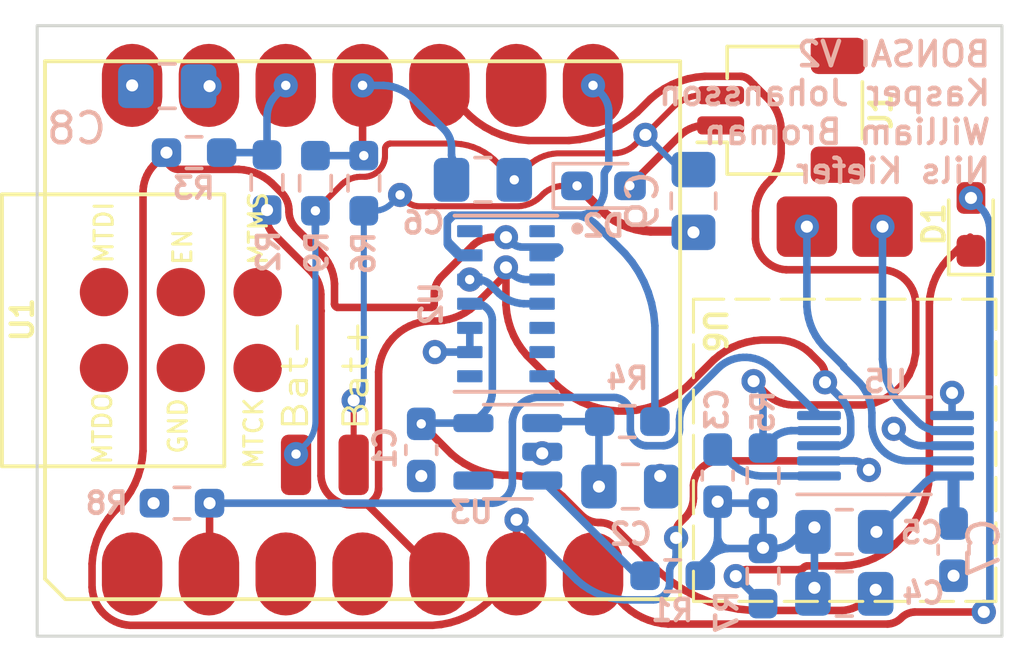
<source format=kicad_pcb>
(kicad_pcb (version 20221018) (generator pcbnew)
  (layers (0 "F.Cu" signal) (1 "In1.Cu" power "GND") (2 "In2.Cu" power "VCC") (31 "B.Cu" signal) (34 "B.Paste" user) (35 "F.Paste" user) (36 "B.SilkS" user "B.Silkscreen") (37 "F.SilkS" user "F.Silkscreen") (38 "B.Mask" user) (39 "F.Mask" user) (44 "Edge.Cuts" user))
  (net 0 "")
  (net 1 "SCL")
  (net 2 "SDA")
  (net 4 "Bat_Ind")
  (net 6 "Bat-")
  (net 8 "HapticEN")
  (net 9 "+3V3")
  (net 10 "GND")
  (net 11 "VCC")
  (net 12 "Bat+")
  (net 13 "Net-(D2-A)")
  (net 14 "+1V8")
  (net 15 "Net-(U3-EN)")
  (net 16 "Net-(U5-REG)")
  (net 17 "Net-(U5-OUT+)")
  (net 18 "Net-(U5-OUT-)")
  (net 19 "Net-(D1-K)")
  (net 20 "INT MAX")
  (net 21 "FUN_LIGHT")
  (net 22 "DRV_IN{slash}TRIG")
  (footprint "xiao ESP32C3_PCB:xiap esp32c3_PCB_ ADDED BATTERY PADS" (layer "F.Cu") (at 102.5593 69.576 90)
    (fp_text reference "U1")
    (fp_text value "MOUDLE-SEEEDUINO-XIAO-ESP32C3" hide)
  )
  (footprint "Connector_JST:JST_SH_SM02B-SRSS-TB_1x02-1MP_P1.00mm_Horizontal" (layer "F.Cu") (at 105.9 53.4 90)
    (fp_text reference "J1")
    (fp_text value "Bat_Connector" hide)
  )
  (footprint "LED_SMD:LED_0603_1608Metric_Pad1.05x0.95mm_HandSolder" (layer "F.Cu") (at 112.175 57.175 90)
    (fp_text reference "D1")
    (fp_text value "RED" hide)
  )
  (footprint "BonsaiFootPrintLib:VLV101040A" (layer "F.Cu") (at 103 59.65 -90)
    (fp_text reference "U6")
    (fp_text value "~" hide)
  )
  (footprint "Capacitor_SMD:C_0603_1608Metric_Pad1.08x0.95mm_HandSolder" (layer "B.Cu") (at 94 64.6375 -90)
    (fp_text reference "C1")
    (fp_text value "1uF" hide)
  )
  (footprint "Capacitor_SMD:C_0805_2012Metric_Pad1.18x1.45mm_HandSolder" (layer "B.Cu") (at 100.9125 65.85)
    (fp_text reference "C2")
    (fp_text value "1uF" hide)
  )
  (footprint "Package_SO:VSSOP-10_3x3mm_P0.5mm" (layer "B.Cu") (at 109.35 64.5)
    (fp_text reference "U5")
    (fp_text value "DRV2605LDGS" hide)
  )
  (footprint "Capacitor_SMD:C_0805_2012Metric_Pad1.18x1.45mm_HandSolder" (layer "B.Cu") (at 85.6 52.6)
    (fp_text reference "C8")
    (fp_text value "4.7uF" hide)
  )
  (footprint "Diode_SMD:D_0603_1608Metric_Pad1.05x0.95mm_HandSolder" (layer "B.Cu") (at 100.025 55.9)
    (fp_text reference "D2")
    (fp_text value "D_Small_Filled" hide)
  )
  (footprint "Capacitor_SMD:C_0603_1608Metric_Pad1.08x0.95mm_HandSolder" (layer "B.Cu") (at 111.6 67.9375 -90)
    (fp_text reference "C7")
    (fp_text value "1uF" hide)
  )
  (footprint "Resistor_SMD:R_0603_1608Metric_Pad0.98x0.95mm_HandSolder" (layer "B.Cu") (at 100.8125 63.7 180)
    (fp_text reference "R4")
    (fp_text value "4.7k" hide)
  )
  (footprint "Resistor_SMD:R_0603_1608Metric_Pad0.98x0.95mm_HandSolder" (layer "B.Cu") (at 90.5 55.8125 90)
    (fp_text reference "R9")
    (fp_text value "10M" hide)
  )
  (footprint "Resistor_SMD:R_0603_1608Metric_Pad0.98x0.95mm_HandSolder" (layer "B.Cu") (at 86.0875 66.4 180)
    (fp_text reference "R8")
    (fp_text value "4.7k" hide)
  )
  (footprint "Capacitor_SMD:C_0805_2012Metric_Pad1.18x1.45mm_HandSolder" (layer "B.Cu") (at 103 56.4 -90)
    (fp_text reference "C9")
    (fp_text value "4.7uF" hide)
  )
  (footprint "Resistor_SMD:R_0603_1608Metric_Pad0.98x0.95mm_HandSolder" (layer "B.Cu") (at 105.3 65.4875 -90)
    (fp_text reference "R5")
    (fp_text value "4.7k" hide)
  )
  (footprint "Capacitor_SMD:C_0805_2012Metric_Pad1.18x1.45mm_HandSolder" (layer "B.Cu") (at 107.9875 67.35 180)
    (fp_text reference "C5")
    (fp_text value "4.7uF" hide)
  )
  (footprint "Resistor_SMD:R_0603_1608Metric_Pad0.98x0.95mm_HandSolder" (layer "B.Cu") (at 88.9 55.7875 90)
    (fp_text reference "R2")
    (fp_text value "4.7k" hide)
  )
  (footprint "Resistor_SMD:R_0603_1608Metric_Pad0.98x0.95mm_HandSolder" (layer "B.Cu") (at 86.4875 54.8)
    (fp_text reference "R3")
    (fp_text value "4.7k" hide)
  )
  (footprint "Capacitor_SMD:C_0603_1608Metric_Pad1.08x0.95mm_HandSolder" (layer "B.Cu") (at 103.8 65.4875 -90)
    (fp_text reference "C3")
    (fp_text value "1.0uF" hide)
  )
  (footprint "Capacitor_SMD:C_0805_2012Metric_Pad1.18x1.45mm_HandSolder" (layer "B.Cu") (at 96.0375 55.7)
    (fp_text reference "C6")
    (fp_text value "8nF")
  )
  (footprint "Resistor_SMD:R_0603_1608Metric_Pad0.98x0.95mm_HandSolder" (layer "B.Cu") (at 105.3 68.8125 90)
    (fp_text reference "R7")
    (fp_text value "4.7k" hide)
  )
  (footprint "Package_TO_SOT_SMD:SOT-23-5" (layer "B.Cu") (at 96.8625 64.7 180)
    (fp_text reference "U3")
    (fp_text value "1.8V" hide)
  )
  (footprint "MAX30101EFD:PSON80P560X330X165-14N" (layer "B.Cu") (at 96.8 59.8 180)
    (fp_text reference "U2")
    (fp_text value "MAX30101EFD" hide)
  )
  (footprint "Resistor_SMD:R_0603_1608Metric_Pad0.98x0.95mm_HandSolder" (layer "B.Cu") (at 102.3125 68.8)
    (fp_text reference "R1")
    (fp_text value "4.7k" hide)
  )
  (footprint "Resistor_SMD:R_0603_1608Metric_Pad0.98x0.95mm_HandSolder" (layer "B.Cu") (at 92.1 55.8125 -90)
    (fp_text reference "R6")
    (fp_text value "4M" hide)
  )
  (footprint "Capacitor_SMD:C_0805_2012Metric_Pad1.18x1.45mm_HandSolder" (layer "B.Cu") (at 107.9875 69.4 180)
    (fp_text reference "C4")
    (fp_text value "4.7uF" hide)
  )
  (gr_rect (start 81.3 50.6) (end 113.2 70.8) (stroke (width 0.1)) (fill none) (layer "Edge.Cuts"))
  (gr_text "BONSAI V2\nKasper Johansson\nWilliam Broman \nNils Kiefer\n" (at 112.9 55.875) (layer "B.SilkS") (effects (font (size 0.8 0.8)) (justify left bottom mirror)))
  (segment (start 94.663554 70.41305) (end 94.943215 70.357422) (width 0.25) (layer "F.Cu") (net 1))
  (segment (start 90.986072 58.560097) (end 91.0436 58.698981) (width 0.25) (layer "F.Cu") (net 1))
  (segment (start 89.649333 56.930558) (end 89.673433 57.010004) (width 0.25) (layer "F.Cu") (net 1))
  (segment (start 94.379788 70.441) (end 84.374203 70.441) (width 0.25) (layer "F.Cu") (net 1))
  (segment (start 97.141317 68.738979) (end 97.140006 68.74029) (width 0.25) (layer "F.Cu") (net 1))
  (segment (start 85.575 54.977521) (end 85.578689 55.014984) (width 0.25) (layer "F.Cu") (net 1))
  (segment (start 85.59696 55.087928) (end 85.611366 55.122707) (width 0.25) (layer "F.Cu") (net 1))
  (segment (start 97.138629 68.741667) (end 97.137292 68.743005) (width 0.25) (layer "F.Cu") (net 1))
  (segment (start 97.149473 68.727176) (end 97.149824 68.725416) (width 0.25) (layer "F.Cu") (net 1))
  (segment (start 85.959058 55.354) (end 87.967668 55.354) (width 0.25) (layer "F.Cu") (net 1))
  (segment (start 83.373764 69.906252) (end 83.456353 70.006887) (width 0.25) (layer "F.Cu") (net 1))
  (segment (start 103.413956 65.120478) (end 103.344267 65.167043) (width 0.25) (layer "F.Cu") (net 1))
  (segment (start 96.338683 57.5995) (end 96.24133 57.609088) (width 0.25) (layer "F.Cu") (net 1))
  (segment (start 84.717125 65.232784) (end 84.635049 65.503351) (width 0.25) (layer "F.Cu") (net 1))
  (segment (start 88.138096 55.370785) (end 87.967668 55.354) (width 0.25) (layer "F.Cu") (net 1))
  (segment (start 95.793786 57.794466) (end 95.875124 57.740118) (width 0.25) (layer "F.Cu") (net 1))
  (segment (start 89.705204 57.086707) (end 89.673433 57.010004) (width 0.25) (layer "F.Cu") (net 1))
  (segment (start 94.404822 59.871551) (end 94.39703 59.881044) (width 0.25) (layer "F.Cu") (net 1))
  (segment (start 108.363103 65.004931) (end 108.412454 65.014748) (width 0.25) (layer "F.Cu") (net 1))
  (segment (start 102.906825 66.6136) (end 102.861362 66.698657) (width 0.25) (layer "F.Cu") (net 1))
  (segment (start 94.4293 59.803141) (end 94.4293 59.455374) (width 0.25) (layer "F.Cu") (net 1))
  (segment (start 94.477967 59.2107) (end 94.453751 59.290532) (width 0.25) (layer "F.Cu") (net 1))
  (segment (start 89.790465 57.228956) (end 89.843133 57.293133) (width 0.25) (layer "F.Cu") (net 1))
  (segment (start 85.707329 55.249729) (end 85.738006 55.274905) (width 0.25) (layer "F.Cu") (net 1))
  (segment (start 91.116565 58.990272) (end 91.087237 58.842834) (width 0.25) (layer "F.Cu") (net 1))
  (segment (start 95.216077 70.27465) (end 94.943215 70.357422) (width 0.25) (layer "F.Cu") (net 1))
  (segment (start 96.188485 69.691812) (end 95.968069 69.872702) (width 0.25) (layer "F.Cu") (net 1))
  (segment (start 94.425699 59.827409) (end 94.422134 59.839161) (width 0.25) (layer "F.Cu") (net 1))
  (segment (start 95.479514 70.165531) (end 95.216077 70.27465) (width 0.25) (layer "F.Cu") (net 1))
  (segment (start 84.244644 70.428239) (end 84.374203 70.441) (width 0.25) (layer "F.Cu") (net 1))
  (segment (start 91.134899 59.827409) (end 91.138463 59.839161) (width 0.25) (layer "F.Cu") (net 1))
  (segment (start 88.306058 55.404194) (end 88.138096 55.370785) (width 0.25) (layer "F.Cu") (net 1))
  (segment (start 89.649333 56.930558) (end 89.633137 56.849131) (width 0.25) (layer "F.Cu") (net 1))
  (segment (start 97.142628 68.737667) (end 97.141317 68.738979) (width 0.25) (layer "F.Cu") (net 1))
  (segment (start 85.738006 55.274905) (end 85.771002 55.296952) (width 0.25) (layer "F.Cu") (net 1))
  (segment (start 97.15 68.72363) (end 97.149824 68.725416) (width 0.25) (layer "F.Cu") (net 1))
  (segment (start 83.140507 68.137827) (end 83.192671 67.875581) (width 0.25) (layer "F.Cu") (net 1))
  (segment (start 91.155776 59.871551) (end 91.148953 59.86134) (width 0.25) (layer "F.Cu") (net 1))
  (segment (start 95.961397 57.694004) (end 96.051774 57.656569) (width 0.25) (layer "F.Cu") (net 1))
  (segment (start 85.650025 55.187207) (end 85.673906 55.216306) (width 0.25) (layer "F.Cu") (net 1))
  (segment (start 108.507096 65.048611) (end 108.460606 65.029354) (width 0.25) (layer "F.Cu") (net 1))
  (segment (start 108.593311 65.100286) (end 108.551473 65.072331) (width 0.25) (layer "F.Cu") (net 1))
  (segment (start 102.541857 67.05814) (end 102.513642 67.09252) (width 0.25) (layer "F.Cu") (net 1))
  (segment (start 108.507096 65.048611) (end 108.551473 65.072331) (width 0.25) (layer "F.Cu") (net 1))
  (segment (start 103.008214 65.727714) (end 103.024565 65.645511) (width 0.25) (layer "F.Cu") (net 1))
  (segment (start 103.645511 65.024565) (end 103.565306 65.048895) (width 0.25) (layer "F.Cu") (net 1))
  (segment (start 83.75729 70.253861) (end 83.872103 70.31523) (width 0.25) (layer "F.Cu") (net 1))
  (segment (start 85.919564 55.350109) (end 85.959058 55.354) (width 0.25) (layer "F.Cu") (net 1))
  (segment (start 94.39703 59.881044) (end 94.388345 59.88973) (width 0.25) (layer "F.Cu") (net 1))
  (segment (start 103.220213 65.279478) (end 103.279479 65.220213) (width 0.25) (layer "F.Cu") (net 1))
  (segment (start 84.8381 55.801154) (end 84.812741 55.928647) (width 0.25) (layer "F.Cu") (net 1))
  (segment (start 84.812741 55.928647) (end 84.8 56.058011) (width 0.25) (layer "F.Cu") (net 1))
  (segment (start 102.467966 67.168725) (end 102.450946 67.209817) (width 0.25) (layer "F.Cu") (net 1))
  (segment (start 102.450946 67.209817) (end 102.438035 67.252378) (width 0.25) (layer "F.Cu") (net 1))
  (segment (start 91.0436 58.698981) (end 91.087237 58.842834) (width 0.25) (layer "F.Cu") (net 1))
  (segment (start 94.357809 59.910134) (end 94.346461 59.914834) (width 0.25) (layer "F.Cu") (net 1))
  (segment (start 84.8 64.674094) (end 84.772286 64.955475) (width 0.25) (layer "F.Cu") (net 1))
  (segment (start 102.488932 67.129501) (end 102.467966 67.168725) (width 0.25) (layer "F.Cu") (net 1))
  (segment (start 91.1313 59.803141) (end 91.1313 59.139874) (width 0.25) (layer "F.Cu") (net 1))
  (segment (start 84.526848 65.76457) (end 84.635049 65.503351) (width 0.25) (layer "F.Cu") (net 1))
  (segment (start 103.344267 65.167043) (end 103.279479 65.220213) (width 0.25) (layer "F.Cu") (net 1))
  (segment (start 108.313027 65) (end 103.811124 65) (width 0.25) (layer "F.Cu") (net 1))
  (segment (start 85.842666 55.330846) (end 85.806001 55.31566) (width 0.25) (layer "F.Cu") (net 1))
  (segment (start 103.048895 65.565306) (end 103.024565 65.645511) (width 0.25) (layer "F.Cu") (net 1))
  (segment (start 108.632208 65.132208) (end 108.8 65.3) (width 0.25) (layer "F.Cu") (net 1))
  (segment (start 94.648488 58.926204) (end 94.595564 58.990691) (width 0.25) (layer "F.Cu") (net 1))
  (segment (start 97.135954 68.744343) (end 97.137292 68.743005) (width 0.25) (layer "F.Cu") (net 1))
  (segment (start 95.968069 69.872702) (end 95.730985 70.031118) (width 0.25) (layer "F.Cu") (net 1))
  (segment (start 102.906825 66.6136) (end 102.943733 66.524498) (width 0.25) (layer "F.Cu") (net 1))
  (segment (start 91.163567 59.881045) (end 91.172252 59.88973) (width 0.25) (layer "F.Cu") (net 1))
  (segment (start 102.425 67.55) (end 102.425 67.340261) (width 0.25) (layer "F.Cu") (net 1))
  (segment (start 96.24133 57.609088) (end 96.145386 57.628172) (width 0.25) (layer "F.Cu") (net 1))
  (segment (start 102.97173 66.432206) (end 102.943733 66.524498) (width 0.25) (layer "F.Cu") (net 1))
  (segment (start 89.74434 57.159926) (end 89.790465 57.228956) (width 0.25) (layer "F.Cu") (net 1))
  (segment (start 96.8 57.5995) (end 96.338683 57.5995) (width 0.25) (layer "F.Cu") (net 1))
  (segment (start 94.453751 59.290532) (end 94.437476 59.372352) (width 0.25) (layer "F.Cu") (net 1))
  (segment (start 83.301437 69.798007) (end 83.373764 69.906252) (width 0.25) (layer "F.Cu") (net 1))
  (segment (start 94.417434 59.850509) (end 94.411644 59.86134) (width 0.25) (layer "F.Cu") (net 1))
  (segment (start 83.816829 66.707863) (end 83.647203 66.914553) (width 0.25) (layer "F.Cu") (net 1))
  (segment (start 84.236482 66.249017) (end 84.057112 66.46758) (width 0.25) (layer "F.Cu") (net 1))
  (segment (start 91.214136 59.914834) (end 91.202788 59.910134) (width 0.25) (layer "F.Cu") (net 1))
  (segment (start 84.772286 64.955475) (end 84.717125 65.232784) (width 0.25) (layer "F.Cu") (net 1))
  (segment (start 91.172252 59.88973) (end 91.181746 59.897521) (width 0.25) (layer "F.Cu") (net 1))
  (segment (start 91.250156 59.922) (end 94.310441 59.922) (width 0.25) (layer "F.Cu") (net 1))
  (segment (start 97.138629 68.741667) (end 97.140006 68.74029) (width 0.25) (layer "F.Cu") (net 1))
  (segment (start 83.649045 70.181533) (end 83.75729 70.253861) (width 0.25) (layer "F.Cu") (net 1))
  (segment (start 85.673906 55.216306) (end 85.707329 55.249729) (width 0.25) (layer "F.Cu") (net 1))
  (segment (start 108.593311 65.100286) (end 108.632208 65.132208) (width 0.25) (layer "F.Cu") (net 1))
  (segment (start 97.148265 68.730552) (end 97.147418 68.732134) (width 0.25) (layer "F.Cu") (net 1))
  (segment (start 88.921572 55.695311) (end 89.053952 55.803952) (width 0.25) (layer "F.Cu") (net 1))
  (segment (start 97.148952 68.728893) (end 97.148265 68.730552) (width 0.25) (layer "F.Cu") (net 1))
  (segment (start 85.586033 55.051905) (end 85.59696 55.087928) (width 0.25) (layer "F.Cu") (net 1))
  (segment (start 103.080969 65.487873) (end 103.048895 65.565306) (width 0.25) (layer "F.Cu") (net 1))
  (segment (start 85.611366 55.122707) (end 85.629111 55.155906) (width 0.25) (layer "F.Cu") (net 1))
  (segment (start 94.437476 59.372352) (end 94.4293 59.455374) (width 0.25) (layer "F.Cu") (net 1))
  (segment (start 90.915209 58.427521) (end 90.831692 58.30253) (width 0.25) (layer "F.Cu") (net 1))
  (segment (start 97.149473 68.727176) (end 97.148952 68.728893) (width 0.25) (layer "F.Cu") (net 1))
  (segment (start 90.736326 58.186326) (end 90.831692 58.30253) (width 0.25) (layer "F.Cu") (net 1))
  (segment (start 83.240068 69.683194) (end 83.301437 69.798007) (width 0.25) (layer "F.Cu") (net 1))
  (segment (start 94.595564 58.990691) (end 94.549217 59.060055) (width 0.25) (layer "F.Cu") (net 1))
  (segment (start 96.188485 69.691812) (end 97.134617 68.74568) (width 0.25) (layer "F.Cu") (net 1))
  (segment (start 91.116565 58.990272) (end 91.1313 59.139874) (width 0.25) (layer "F.Cu") (net 1))
  (segment (start 102.861362 66.698657) (end 102.807781 66.778847) (width 0.25) (layer "F.Cu") (net 1))
  (segment (start 83.152457 69.438337) (end 83.190248 69.562918) (width 0.25) (layer "F.Cu") (net 1))
  (segment (start 89.625 56.683487) (end 89.625 56.76651) (width 0.25) (layer "F.Cu") (net 1))
  (segment (start 90.915209 58.427521) (end 90.986072 58.560097) (width 0.25) (layer "F.Cu") (net 1))
  (segment (start 103.565306 65.048895) (end 103.487873 65.080969) (width 0.25) (layer "F.Cu") (net 1))
  (segment (start 85.842666 55.330846) (end 85.880642 55.342366) (width 0.25) (layer "F.Cu") (net 1))
  (segment (start 84.875834 55.676761) (end 84.8381 55.801154) (width 0.25) (layer "F.Cu") (net 1))
  (segment (start 102.990546 66.337615) (end 102.97173 66.432206) (width 0.25) (layer "F.Cu") (net 1))
  (segment (start 89.459532 56.221041) (end 89.505657 56.290071) (width 0.25) (layer "F.Cu") (net 1))
  (segment (start 94.477967 59.2107) (end 94.509891 59.133627) (width 0.25) (layer "F.Cu") (net 1))
  (segment (start 85.14154 55.233458) (end 85.059074 55.333941) (width 0.25) (layer "F.Cu") (net 1))
  (segment (start 103 65.811124) (end 103 66.241635) (width 0.25) (layer "F.Cu") (net 1))
  (segment (start 84.925579 55.556666) (end 84.875834 55.676761) (width 0.25) (layer "F.Cu") (net 1))
  (segment (start 85.586033 55.051905) (end 85.578689 55.014984) (width 0.25) (layer "F.Cu") (net 1))
  (segment (start 83.647203 66.914553) (end 83.498653 67.136874) (width 0.25) (layer "F.Cu") (net 1))
  (segment (start 85.650025 55.187207) (end 85.629111 55.155906) (width 0.25) (layer "F.Cu") (net 1))
  (segment (start 89.625 56.76651) (end 89.633137 56.849131) (width 0.25) (layer "F.Cu") (net 1))
  (segment (start 97.146421 68.733626) (end 97.145283 68.735013) (width 0.25) (layer "F.Cu") (net 1))
  (segment (start 85.14154 55.233458) (end 85.575 54.8) (width 0.25) (layer "F.Cu") (net 1))
  (segment (start 94.422134 59.839161) (end 94.417434 59.850509) (width 0.25) (layer "F.Cu") (net 1))
  (segment (start 84.526848 65.76457) (end 84.393565 66.013926) (width 0.25) (layer "F.Cu") (net 1))
  (segment (start 88.921572 55.695311) (end 88.779181 55.600169) (width 0.25) (layer "F.Cu") (net 1))
  (segment (start 103.487873 65.080969) (end 103.413956 65.120478) (width 0.25) (layer "F.Cu") (net 1))
  (segment (start 103.120478 65.413956) (end 103.080969 65.487873) (width 0.25) (layer "F.Cu") (net 1))
  (segment (start 102.438035 67.252378) (end 102.429359 67.295999) (width 0.25) (layer "F.Cu") (net 1))
  (segment (start 94.346461 59.914834) (end 94.334709 59.918399) (width 0.25) (layer "F.Cu") (net 1))
  (segment (start 83.54841 70.098944) (end 83.649045 70.181533) (width 0.25) (layer "F.Cu") (net 1))
  (segment (start 91.181746 59.897521) (end 91.191957 59.904344) (width 0.25) (layer "F.Cu") (net 1))
  (segment (start 85.771002 55.296952) (end 85.806001 55.31566) (width 0.25) (layer "F.Cu") (net 1))
  (segment (start 103 66.241635) (end 102.990546 66.337615) (width 0.25) (layer "F.Cu") (net 1))
  (segment (start 97.147418 68.732134) (end 97.146421 68.733626) (width 0.25) (layer "F.Cu") (net 1))
  (segment (start 103.220213 65.279478) (end 103.167043 65.344267) (width 0.25) (layer "F.Cu") (net 1))
  (segment (start 97.15 66.95) (end 97.15 68.72363) (width 0.25) (layer "F.Cu") (net 1))
  (segment (start 97.135954 68.744343) (end 97.134617 68.74568) (width 0.25) (layer "F.Cu") (net 1))
  (segment (start 91.138463 59.839161) (end 91.143163 59.850509) (width 0.25) (layer "F.Cu") (net 1))
  (segment (start 102.429359 67.295999) (end 102.425 67.340261) (width 0.25) (layer "F.Cu") (net 1))
  (segment (start 91.214136 59.914834) (end 91.225888 59.918399) (width 0.25) (layer "F.Cu") (net 1))
  (segment (start 94.411644 59.86134) (end 94.404822 59.871551) (width 0.25) (layer "F.Cu") (net 1))
  (segment (start 89.406864 56.156864) (end 89.053952 55.803952) (width 0.25) (layer "F.Cu") (net 1))
  (segment (start 94.648488 58.926204) (end 95.718167 57.856525) (width 0.25) (layer "F.Cu") (net 1))
  (segment (start 83.152457 69.438337) (end 83.12706 69.310653) (width 0.25) (layer "F.Cu") (net 1))
  (segment (start 83.99238 70.36505) (end 83.872103 70.31523) (width 0.25) (layer "F.Cu") (net 1))
  (segment (start 84.11696 70.402841) (end 84.244644 70.428239) (width 0.25) (layer "F.Cu") (net 1))
  (segment (start 91.191957 59.904344) (end 91.202788 59.910134) (width 0.25) (layer "F.Cu") (net 1))
  (segment (start 85.880642 55.342366) (end 85.919564 55.350109) (width 0.25) (layer "F.Cu") (net 1))
  (segment (start 83.1143 69.181094) (end 83.12706 69.310653) (width 0.25) (layer "F.Cu") (net 1))
  (segment (start 103.811124 65) (end 103.727714 65.008214) (width 0.25) (layer "F.Cu") (net 1))
  (segment (start 94.425699 59.827409) (end 94.428096 59.815363) (width 0.25) (layer "F.Cu") (net 1))
  (segment (start 88.306058 55.404194) (end 88.469935 55.453906) (width 0.25) (layer "F.Cu") (net 1))
  (segment (start 94.334709 59.918399) (end 94.322663 59.920796) (width 0.25) (layer "F.Cu") (net 1))
  (segment (start 97.143939 68.736356) (end 97.145283 68.735013) (width 0.25) (layer "F.Cu") (net 1))
  (segment (start 95.730985 70.031118) (end 95.479514 70.165531) (width 0.25) (layer "F.Cu") (net 1))
  (segment (start 83.240068 69.683194) (end 83.190248 69.562918) (width 0.25) (layer "F.Cu") (net 1))
  (segment (start 102.807781 66.778847) (end 102.746597 66.8534) (width 0.25) (layer "F.Cu") (net 1))
  (segment (start 88.628151 55.519441) (end 88.779181 55.600169) (width 0.25) (layer "F.Cu") (net 1))
  (segment (start 96.145386 57.628172) (end 96.051774 57.656569) (width 0.25) (layer "F.Cu") (net 1))
  (segment (start 83.140507 68.137827) (end 83.1143 68.403922) (width 0.25) (layer "F.Cu") (net 1))
  (segment (start 102.541857 67.05814) (end 102.746597 66.8534) (width 0.25) (layer "F.Cu") (net 1))
  (segment (start 88.469935 55.453906) (end 88.628151 55.519441) (width 0.25) (layer "F.Cu") (net 1))
  (segment (start 94.36864 59.904344) (end 94.357809 59.910134) (width 0.25) (layer "F.Cu") (net 1))
  (segment (start 83.270287 67.619712) (end 83.192671 67.875581) (width 0.25) (layer "F.Cu") (net 1))
  (segment (start 83.498653 67.136874) (end 83.37261 67.372684) (width 0.25) (layer "F.Cu") (net 1))
  (segment (start 94.663554 70.41305) (end 94.379788 70.441) (width 0.25) (layer "F.Cu") (net 1))
  (segment (start 84.8 64.674094) (end 84.8 56.058011) (width 0.25) (layer "F.Cu") (net 1))
  (segment (start 83.1143 68.403922) (end 83.1143 69.181094) (width 0.25) (layer "F.Cu") (net 1))
  (segment (start 89.576564 56.439993) (end 89.544793 56.36329) (width 0.25) (layer "F.Cu") (net 1))
  (segment (start 91.237934 59.920795) (end 91.250156 59.922) (width 0.25) (layer "F.Cu") (net 1))
  (segment (start 91.237934 59.920795) (end 91.225888 59.918399) (width 0.25) (layer "F.Cu") (net 1))
  (segment (start 108.363103 65.004931) (end 108.313027 65) (width 0.25) (layer "F.Cu") (net 1))
  (segment (start 95.793786 57.794466) (end 95.718167 57.856525) (width 0.25) (layer "F.Cu") (net 1))
  (segment (start 108.412454 65.014748) (end 108.460606 65.029354) (width 0.25) (layer "F.Cu") (net 1))
  (segment (start 85.575 54.8) (end 85.575 54.977521) (width 0.25) (layer "F.Cu") (net 1))
  (segment (start 90.736326 58.186326) (end 89.843133 57.293133) (width 0.25) (layer "F.Cu") (net 1))
  (segment (start 95.961397 57.694004) (end 95.875124 57.740118) (width 0.25) (layer "F.Cu") (net 1))
  (segment (start 84.986855 55.442024) (end 84.925579 55.556666) (width 0.25) (layer "F.Cu") (net 1))
  (segment (start 89.616862 56.600865) (end 89.625 56.683487) (width 0.25) (layer "F.Cu") (net 1))
  (segment (start 103.008214 65.727714) (end 103 65.811124) (width 0.25) (layer "F.Cu") (net 1))
  (segment (start 83.99238 70.36505) (end 84.11696 70.402841) (width 0.25) (layer "F.Cu") (net 1))
  (segment (start 94.388345 59.88973) (end 94.378851 59.897521) (width 0.25) (layer "F.Cu") (net 1))
  (segment (start 89.406864 56.156864) (end 89.459532 56.221041) (width 0.25) (layer "F.Cu") (net 1))
  (segment (start 91.143163 59.850509) (end 91.148953 59.86134) (width 0.25) (layer "F.Cu") (net 1))
  (segment (start 94.36864 59.904344) (end 94.378851 59.897521) (width 0.25) (layer "F.Cu") (net 1))
  (segment (start 89.705204 57.086707) (end 89.74434 57.159926) (width 0.25) (layer "F.Cu") (net 1))
  (segment (start 84.986855 55.442024) (end 85.059074 55.333941) (width 0.25) (layer "F.Cu") (net 1))
  (segment (start 94.549217 59.060055) (end 94.509891 59.133627) (width 0.25) (layer "F.Cu") (net 1))
  (segment (start 97.143939 68.736356) (end 97.142628 68.737667) (width 0.25) (layer "F.Cu") (net 1))
  (segment (start 89.576564 56.439993) (end 89.600664 56.519439) (width 0.25) (layer "F.Cu") (net 1))
  (segment (start 94.4293 59.803141) (end 94.428096 59.815363) (width 0.25) (layer "F.Cu") (net 1))
  (segment (start 103.727714 65.008214) (end 103.645511 65.024565) (width 0.25) (layer "F.Cu") (net 1))
  (segment (start 91.132503 59.815363) (end 91.134899 59.827409) (width 0.25) (layer "F.Cu") (net 1))
  (segment (start 83.816829 66.707863) (end 84.057112 66.46758) (width 0.25) (layer "F.Cu") (net 1))
  (segment (start 89.505657 56.290071) (end 89.544793 56.36329) (width 0.25) (layer "F.Cu") (net 1))
  (segment (start 91.155776 59.871551) (end 91.163567 59.881045) (width 0.25) (layer "F.Cu") (net 1))
  (segment (start 83.54841 70.098944) (end 83.456353 70.006887) (width 0.25) (layer "F.Cu") (net 1))
  (segment (start 91.1313 59.803141) (end 91.132503 59.815363) (width 0.25) (layer "F.Cu") (net 1))
  (segment (start 103.120478 65.413956) (end 103.167043 65.344267) (width 0.25) (layer "F.Cu") (net 1))
  (segment (start 94.322663 59.920796) (end 94.310441 59.922) (width 0.25) (layer "F.Cu") (net 1))
  (segment (start 84.393565 66.013926) (end 84.236482 66.249017) (width 0.25) (layer "F.Cu") (net 1))
  (segment (start 89.600664 56.519439) (end 89.616862 56.600865) (width 0.25) (layer "F.Cu") (net 1))
  (segment (start 83.270287 67.619712) (end 83.37261 67.372684) (width 0.25) (layer "F.Cu") (net 1))
  (segment (start 102.513642 67.09252) (end 102.488932 67.129501) (width 0.25) (layer "F.Cu") (net 1))
  (via (at 102.425 67.55) (size 0.8) (drill 0.4) (layers "F.Cu" "B.Cu") (net 1))
  (via (at 96.8 57.5995) (size 0.8) (drill 0.4) (layers "F.Cu" "B.Cu") (net 1))
  (via (at 108.8 65.3) (size 0.8) (drill 0.4) (layers "F.Cu" "B.Cu") (net 1))
  (via (at 85.575 54.8) (size 0.8) (drill 0.4) (layers "F.Cu" "B.Cu") (net 1))
  (via (at 97.15 66.95) (size 0.8) (drill 0.4) (layers "F.Cu" "B.Cu") (net 1))
  (segment (start 108.632208 65.132208) (end 108.8 65.3) (width 0.25) (layer "B.Cu") (net 1))
  (segment (start 108.412454 65.014747) (end 108.460606 65.029354) (width 0.25) (layer "B.Cu") (net 1))
  (segment (start 102.390565 68.291421) (end 102.373764 68.322855) (width 0.25) (layer "B.Cu") (net 1))
  (segment (start 102.233292 68.526797) (end 102.222946 68.560905) (width 0.25) (layer "B.Cu") (net 1))
  (segment (start 99.9934 69.455872) (end 100.229811 69.527587) (width 0.25) (layer "B.Cu") (net 1))
  (segment (start 102.222946 68.560905) (end 102.215993 68.595862) (width 0.25) (layer "B.Cu") (net 1))
  (segment (start 98.572211 58.032976) (end 98.560947 58.05405) (width 0.25) (layer "B.Cu") (net 1))
  (segment (start 98.525657 58.089339) (end 98.497554 58.112402) (width 0.25) (layer "B.Cu") (net 1))
  (segment (start 97.15 66.95) (end 99.150893 68.950893) (width 0.25) (layer "B.Cu") (net 1))
  (segment (start 101.89079 69.546605) (end 101.839728 69.567756) (width 0.25) (layer "B.Cu") (net 1))
  (segment (start 101.839728 69.567756) (end 101.786841 69.5838) (width 0.25) (layer "B.Cu") (net 1))
  (segment (start 98.550227 57.945211) (end 98.565386 57.963683) (width 0.25) (layer "B.Cu") (net 1))
  (segment (start 98.57453 57.98576) (end 98.565386 57.963683) (width 0.25) (layer "B.Cu") (net 1))
  (segment (start 98.435264 58.149737) (end 98.378889 58.173089) (width 0.25) (layer "B.Cu") (net 1))
  (segment (start 102.1963 69.174341) (end 102.207082 69.120135) (width 0.25) (layer "B.Cu") (net 1))
  (segment (start 101.732635 69.594582) (end 101.677634 69.6) (width 0.25) (layer "B.Cu") (net 1))
  (segment (start 98.530359 57.931936) (end 98.507492 57.925) (width 0.25) (layer "B.Cu") (net 1))
  (segment (start 102.180256 69.227228) (end 102.159106 69.27829) (width 0.25) (layer "B.Cu") (net 1))
  (segment (start 102.33135 68.380042) (end 102.306146 68.405245) (width 0.25) (layer "B.Cu") (net 1))
  (segment (start 102.215993 68.595862) (end 102.2125 68.631333) (width 0.25) (layer "B.Cu") (net 1))
  (segment (start 98.57453 57.98576) (end 98.576873 58.00954) (width 0.25) (layer "B.Cu") (net 1))
  (segment (start 99.547279 69.244873) (end 99.765156 69.361331) (width 0.25) (layer "B.Cu") (net 1))
  (segment (start 101.939531 69.520552) (end 101.89079 69.546605) (width 0.25) (layer "B.Cu") (net 1))
  (segment (start 102.404205 68.258492) (end 102.390565 68.291421) (width 0.25) (layer "B.Cu") (net 1))
  (segment (start 102.414552 68.224384) (end 102.421506 68.189427) (width 0.25) (layer "B.Cu") (net 1))
  (segment (start 98.560947 58.05405) (end 98.525657 58.089339) (width 0.25) (layer "B.Cu") (net 1))
  (segment (start 102.028206 69.454786) (end 101.985484 69.489847) (width 0.25) (layer "B.Cu") (net 1))
  (segment (start 102.1963 69.174341) (end 102.180256 69.227228) (width 0.25) (layer "B.Cu") (net 1))
  (segment (start 97.27403 57.919648) (end 97.328364 57.925) (width 0.25) (layer "B.Cu") (net 1))
  (segment (start 97.328364 57.925) (end 98.507492 57.925) (width 0.25) (layer "B.Cu") (net 1))
  (segment (start 99.547279 69.244873) (end 99.341864 69.107619) (width 0.25) (layer "B.Cu") (net 1))
  (segment (start 98.467326 58.1326) (end 98.435264 58.149737) (width 0.25) (layer "B.Cu") (net 1))
  (segment (start 102.246932 68.493867) (end 102.233292 68.526797) (width 0.25) (layer "B.Cu") (net 1))
  (segment (start 108.460606 65.029354) (end 108.507096 65.048611) (width 0.25) (layer "B.Cu") (net 1))
  (segment (start 102.159106 69.27829) (end 102.133053 69.327031) (width 0.25) (layer "B.Cu") (net 1))
  (segment (start 102.353961 68.35249) (end 102.373764 68.322855) (width 0.25) (layer "B.Cu") (net 1))
  (segment (start 97.069649 57.846518) (end 97.117798 57.872254) (width 0.25) (layer "B.Cu") (net 1))
  (segment (start 102.263733 68.462433) (end 102.246932 68.493867) (width 0.25) (layer "B.Cu") (net 1))
  (segment (start 108.507096 65.048611) (end 108.551473 65.072331) (width 0.25) (layer "B.Cu") (net 1))
  (segment (start 97.117798 57.872254) (end 97.168238 57.893147) (width 0.25) (layer "B.Cu") (net 1))
  (segment (start 98.28951 58.195478) (end 98.334749 58.186479) (width 0.25) (layer "B.Cu") (net 1))
  (segment (start 102.353961 68.35249) (end 102.33135 68.380042) (width 0.25) (layer "B.Cu") (net 1))
  (segment (start 98.378889 58.173089) (end 98.334749 58.186479) (width 0.25) (layer "B.Cu") (net 1))
  (segment (start 100.229811 69.527587) (end 100.472113 69.575784) (width 0.25) (layer "B.Cu") (net 1))
  (segment (start 108.363103 65.004931) (end 108.313027 65) (width 0.25) (layer "B.Cu") (net 1))
  (segment (start 97.168238 57.893147) (end 97.220483 57.908996) (width 0.25) (layer "B.Cu") (net 1))
  (segment (start 99.150893 68.950893) (end 99.341864 69.107619) (width 0.25) (layer "B.Cu") (net 1))
  (segment (start 108.412454 65.014747) (end 108.363103 65.004931) (width 0.25) (layer "B.Cu") (net 1))
  (segment (start 102.425 68.153956) (end 102.425 67.55) (width 0.25) (layer "B.Cu") (net 1))
  (segment (start 102.263733 68.462433) (end 102.283535 68.432797) (width 0.25) (layer "B.Cu") (net 1))
  (segment (start 102.102348 69.372984) (end 102.067287 69.415706) (width 0.25) (layer "B.Cu") (net 1))
  (segment (start 102.067287 69.415706) (end 102.028206 69.454786) (width 0.25) (layer "B.Cu") (net 1))
  (segment (start 101.786841 69.5838) (end 101.732635 69.594582) (width 0.25) (layer "B.Cu") (net 1))
  (segment (start 99.9934 69.455872) (end 99.765156 69.361331) (width 0.25) (layer "B.Cu") (net 1))
  (segment (start 102.306146 68.405245) (end 102.283535 68.432797) (width 0.25) (layer "B.Cu") (net 1))
  (segment (start 101.939531 69.520552) (end 101.985484 69.489847) (width 0.25) (layer "B.Cu") (net 1))
  (segment (start 96.982052 57.781552) (end 97.024255 57.816187) (width 0.25) (layer "B.Cu") (net 1))
  (segment (start 108.593311 65.100286) (end 108.632208 65.132208) (width 0.25) (layer "B.Cu") (net 1))
  (segment (start 98.576873 58.00954) (end 98.572211 58.032976) (width 0.25) (layer "B.Cu") (net 1))
  (segment (start 98.243606 58.2) (end 97.995 58.2) (width 0.25) (layer "B.Cu") (net 1))
  (segment (start 102.2125 68.631333) (end 102.2125 69.065134) (width 0.25) (layer "B.Cu") (net 1))
  (segment (start 102.425 68.153956) (end 102.421506 68.189427) (width 0.25) (layer "B.Cu") (net 1))
  (segment (start 97.27403 57.919648) (end 97.220483 57.908996) (width 0.25) (layer "B.Cu") (net 1))
  (segment (start 96.8 57.5995) (end 96.982052 57.781552) (width 0.25) (layer "B.Cu") (net 1))
  (segment (start 98.28951 58.195478) (end 98.243606 58.2) (width 0.25) (layer "B.Cu") (net 1))
  (segment (start 98.467326 58.1326) (end 98.497554 58.112402) (width 0.25) (layer "B.Cu") (net 1))
  (segment (start 97.069649 57.846518) (end 97.024255 57.816187) (width 0.25) (layer "B.Cu") (net 1))
  (segment (start 108.551473 65.072331) (end 108.593311 65.100286) (width 0.25) (layer "B.Cu") (net 1))
  (segment (start 100.717973 69.6) (end 101.677634 69.6) (width 0.25) (layer "B.Cu") (net 1))
  (segment (start 102.2125 69.065134) (end 102.207082 69.120135) (width 0.25) (layer "B.Cu") (net 1))
  (segment (start 100.472113 69.575784) (end 100.717973 69.6) (width 0.25) (layer "B.Cu") (net 1))
  (segment (start 102.414552 68.224384) (end 102.404205 68.258492) (width 0.25) (layer "B.Cu") (net 1))
  (segment (start 108.313027 65) (end 107.15 65) (width 0.25) (layer "B.Cu") (net 1))
  (segment (start 98.530359 57.931936) (end 98.550227 57.945211) (width 0.25) (layer "B.Cu") (net 1))
  (segment (start 102.102348 69.372984) (end 102.133053 69.327031) (width 0.25) (layer "B.Cu") (net 1))
  (segment (start 99.01179 62.900303) (end 98.751097 62.726114) (width 0.25) (layer "F.Cu") (net 2))
  (segment (start 92.257944 66.455774) (end 92.257193 66.455924) (width 0.25) (layer "F.Cu") (net 2))
  (segment (start 94.514295 68.731419) (end 94.523456 68.735214) (width 0.25) (layer "F.Cu") (net 2))
  (segment (start 88.9 57.021597) (end 88.906684 57.089465) (width 0.25) (layer "F.Cu") (net 2))
  (segment (start 90.514412 58.937536) (end 90.56914 59.039925) (width 0.25) (layer "F.Cu") (net 2))
  (segment (start 103.86566 61.495906) (end 103.67332 61.653755) (width 0.25) (layer "F.Cu") (net 2))
  (segment (start 92.260238 66.454818) (end 92.260921 66.454362) (width 0.25) (layer "F.Cu") (net 2))
  (segment (start 92.260238 66.454818) (end 92.259514 66.455205) (width 0.25) (layer "F.Cu") (net 2))
  (segment (start 90.682977 60.036851) (end 90.683296 60.03724) (width 0.25) (layer "F.Cu") (net 2))
  (segment (start 90.6813 59.487688) (end 90.6813 60.033303) (width 0.25) (layer "F.Cu") (net 2))
  (segment (start 92.253997 66.456) (end 92.254881 66.456) (width 0.25) (layer "F.Cu") (net 2))
  (segment (start 106.712712 61.309219) (end 106.832645 61.407645) (width 0.25) (layer "F.Cu") (net 2))
  (segment (start 92.251014 66.456445) (end 92.250358 66.456134) (width 0.25) (layer "F.Cu") (net 2))
  (segment (start 92.253773 66.456491) (end 92.253933 66.456651) (width 0.25) (layer "F.Cu") (net 2))
  (segment (start 90.6843 65.495322) (end 90.694029 65.594111) (width 0.25) (layer "F.Cu") (net 2))
  (segment (start 90.681785 60.035243) (end 90.681592 60.034779) (width 0.25) (layer "F.Cu") (net 2))
  (segment (start 94.54267 68.740027) (end 94.552539 68.741) (width 0.25) (layer "F.Cu") (net 2))
  (segment (start 92.690938 61.547087) (end 92.640364 61.713805) (width 0.25) (layer "F.Cu") (net 2))
  (segment (start 94.728872 60.353105) (end 94.537034 60.372) (width 0.25) (layer "F.Cu") (net 2))
  (segment (start 92.261556 66.453841) (end 92.260921 66.454362) (width 0.25) (layer "F.Cu") (net 2))
  (segment (start 99.01179 62.900303) (end 99.288301 63.048102) (width 0.25) (layer "F.Cu") (net 2))
  (segment (start 96.792131 58.778608) (end 96.797368 58.752284) (width 0.25) (layer "F.Cu") (net 2))
  (segment (start 92.252474 66.459038) (end 92.252474 66.468179) (width 0.25) (layer "F.Cu") (net 2))
  (segment (start 90.66992 59.37215) (end 90.6813 59.487688) (width 0.25) (layer "F.Cu") (net 2))
  (segment (start 92.535842 66.133903) (end 92.509757 66.182703) (width 0.25) (layer "F.Cu") (net 2))
  (segment (start 105.251628 61) (end 105.004007 61.024388) (width 0.25) (layer "F.Cu") (net 2))
  (segment (start 106.44688 61.149885) (end 106.30354 61.090512) (width 0.25) (layer "F.Cu") (net 2))
  (segment (start 107.269017 61.867369) (end 107.295573 61.917053) (width 0.25) (layer "F.Cu") (net 2))
  (segment (start 107.317133 61.969101) (end 107.333486 62.023011) (width 0.25) (layer "F.Cu") (net 2))
  (segment (start 96.746505 58.875076) (end 96.729478 58.895824) (width 0.25) (layer "F.Cu") (net 2))
  (segment (start 88.939784 57.221611) (end 88.965882 57.284617) (width 0.25) (layer "F.Cu") (net 2))
  (segment (start 92.252699 66.457506) (end 92.25229 66.45746) (width 0.25) (layer "F.Cu") (net 2))
  (segment (start 94.27536 60.372) (end 94.101979 60.389076) (width 0.25) (layer "F.Cu") (net 2))
  (segment (start 92.251501 66.456) (end 92.25187 66.456) (width 0.25) (layer "F.Cu") (net 2))
  (segment (start 100.497532 63.351) (end 100.811066 63.351) (width 0.25) (layer "F.Cu") (net 2))
  (segment (start 96.8 58.599003) (end 96.8 59.840357) (width 0.25) (layer "F.Cu") (net 2))
  (segment (start 94.728872 60.353105) (end 94.917933 60.315498) (width 0.25) (layer "F.Cu") (net 2))
  (segment (start 90.683296 60.03724) (end 90.683575 60.037658) (width 0.25) (layer "F.Cu") (net 2))
  (segment (start 104.759969 61.072929) (end 105.004007 61.024388) (width 0.25) (layer "F.Cu") (net 2))
  (segment (start 104.291984 61.240376) (end 104.521864 61.145157) (width 0.25) (layer "F.Cu") (net 2))
  (segment (start 92.252842 66.457828) (end 92.252597 66.458418) (width 0.25) (layer "F.Cu") (net 2))
  (segment (start 90.683575 60.037658) (end 90.683812 60.038102) (width 0.25) (layer "F.Cu") (net 2))
  (segment (start 90.6843 60.040042) (end 90.6843 65.495322) (width 0.25) (layer "F.Cu") (net 2))
  (segment (start 97.054305 60.855602) (end 97.178393 61.087755) (width 0.25) (layer "F.Cu") (net 2))
  (segment (start 92.479015 66.228712) (end 92.443911 66.271486) (width 0.25) (layer "F.Cu") (net 2))
  (segment (start 92.250358 66.456134) (end 92.249765 66.456) (width 0.25) (layer "F.Cu") (net 2))
  (segment (start 94.552539 68.741) (end 94.5993 68.741) (width 0.25) (layer "F.Cu") (net 2))
  (segment (start 92.261556 66.453841) (end 92.443911 66.271486) (width 0.25) (layer "F.Cu") (net 2))
  (segment (start 104.759969 61.072929) (end 104.521864 61.145157) (width 0.25) (layer "F.Cu") (net 2))
  (segment (start 92.253933 66.456651) (end 92.253633 66.456867) (width 0.25) (layer "F.Cu") (net 2))
  (segment (start 90.882141 66.048255) (end 90.945115 66.124989) (width 0.25) (layer "F.Cu") (net 2))
  (segment (start 95.759782 59.865519) (end 96.729478 58.895824) (width 0.25) (layer "F.Cu") (net 2))
  (segment (start 94.101979 60.389076) (end 93.931105 60.423064) (width 0.25) (layer "F.Cu") (net 2))
  (segment (start 93.304919 60.719227) (end 93.170245 60.829751) (width 0.25) (layer "F.Cu") (net 2))
  (segment (start 90.613569 59.147185) (end 90.56914 59.039925) (width 0.25) (layer "F.Cu") (net 2))
  (segment (start 106.155071 61.045474) (end 106.002902 61.015207) (width 0.25) (layer "F.Cu") (net 2))
  (segment (start 102.296806 62.900303) (end 102.557499 62.726114) (width 0.25) (layer "F.Cu") (net 2))
  (segment (start 92.258675 66.455552) (end 92.257944 66.455774) (width 0.25) (layer "F.Cu") (net 2))
  (segment (start 93.047052 60.952944) (end 92.936527 61.087619) (width 0.25) (layer "F.Cu") (net 2))
  (segment (start 92.253144 66.457356) (end 92.252842 66.457828) (width 0.25) (layer "F.Cu") (net 2))
  (segment (start 91.015308 66.195182) (end 91.092042 66.258156) (width 0.25) (layer "F.Cu") (net 2))
  (segment (start 107.201978 61.776978) (end 106.832645 61.407645) (width 0.25) (layer "F.Cu") (net 2))
  (segment (start 94.50555 68.726745) (end 94.514295 68.731419) (width 0.25) (layer "F.Cu") (net 2))
  (segment (start 90.376261 58.751261) (end 90.449913 58.841006) (width 0.25) (layer "F.Cu") (net 2))
  (segment (start 92.606376 61.884679) (end 92.5893 62.05806) (width 0.25) (layer "F.Cu") (net 2))
  (segment (start 96.877155 60.360503) (end 96.953568 60.612404) (width 0.25) (layer "F.Cu") (net 2))
  (segment (start 93.170245 60.829751) (end 93.047052 60.952944) (width 0.25) (layer "F.Cu") (net 2))
  (segment (start 92.258675 66.455552) (end 92.259514 66.455205) (width 0.25) (layer "F.Cu") (net 2))
  (segment (start 95.759782 59.865519) (end 95.610772 59.987808) (width 0.25) (layer "F.Cu") (net 2))
  (segment (start 90.682977 60.036851) (end 90.68262 60.036494) (width 0.25) (layer "F.Cu") (net 2))
  (segment (start 102.296806 62.900303) (end 102.020296 63.048102) (width 0.25) (layer "F.Cu") (net 2))
  (segment (start 90.682301 60.036105) (end 90.68262 60.036494) (width 0.25) (layer "F.Cu") (net 2))
  (segment (start 92.249765 66.456) (end 92.250583 66.456) (width 0.25) (layer "F.Cu") (net 2))
  (segment (start 104.291984 61.240376) (end 104.072545 61.357669) (width 0.25) (layer "F.Cu") (net 2))
  (segment (start 92.252302 66.458285) (end 92.252597 66.458418) (width 0.25) (layer "F.Cu") (net 2))
  (segment (start 90.684005 60.038567) (end 90.683812 60.038102) (width 0.25) (layer "F.Cu") (net 2))
  (segment (start 92.253144 66.457356) (end 92.253633 66.456867) (width 0.25) (layer "F.Cu") (net 2))
  (segment (start 93.931105 60.423064) (end 93.764387 60.473637) (width 0.25) (layer "F.Cu") (net 2))
  (segment (start 107.295573 61.917053) (end 107.317133 61.969101) (width 0.25) (layer "F.Cu") (net 2))
  (segment (start 97.324639 61.306628) (end 97.491634 61.510112) (width 0.25) (layer "F.Cu") (net 2))
  (segment (start 90.945115 66.124989) (end 91.015308 66.195182) (width 0.25) (layer "F.Cu") (net 2))
  (segment (start 90.684151 60.039048) (end 90.68425 60.039542) (width 0.25) (layer "F.Cu") (net 2))
  (segment (start 92.757609 61.386127) (end 92.690938 61.547087) (width 0.25) (layer "F.Cu") (net 2))
  (segment (start 92.251014 66.456445) (end 92.251334 66.456379) (width 0.25) (layer "F.Cu") (net 2))
  (segment (start 90.780198 65.878173) (end 90.826992 65.965718) (width 0.25) (layer "F.Cu") (net 2))
  (segment (start 92.251501 66.456) (end 92.250583 66.456) (width 0.25) (layer "F.Cu") (net 2))
  (segment (start 107.344477 62.078266) (end 107.333486 62.023011) (width 0.25) (layer "F.Cu") (net 2))
  (segment (start 92.251313 66.456669) (end 92.251014 66.456445) (width 0.25) (layer "F.Cu") (net 2))
  (segment (start 94.54267 68.740027) (end 94.532945 68.738093) (width 0.25) (layer "F.Cu") (net 2))
  (segment (start 105.251628 61) (end 105.848499 61) (width 0.25) (layer "F.Cu") (net 2))
  (segment (start 92.936527 61.087619) (end 92.839736 61.232478) (width 0.25) (layer "F.Cu") (net 2))
  (segment (start 88.9 56.7) (end 88.9 57.021597) (width 0.25) (layer "F.Cu") (net 2))
  (segment (start 92.254713 66.456264) (end 92.253933 66.456651) (width 0.25) (layer "F.Cu") (net 2))
  (segment (start 97.324639 61.306628) (end 97.178393 61.087755) (width 0.25) (layer "F.Cu") (net 2))
  (segment (start 101.730628 63.168086) (end 102.020296 63.048102) (width 0.25) (layer "F.Cu") (net 2))
  (segment (start 93.304919 60.719227) (end 93.449779 60.622436) (width 0.25) (layer "F.Cu") (net 2))
  (segment (start 92.25323 66.473284) (end 92.25398 66.475755) (width 0.25) (layer "F.Cu") (net 2))
  (segment (start 90.613569 59.147185) (end 90.64727 59.258283) (width 0.25) (layer "F.Cu") (net 2))
  (segment (start 92.57308 66.029829) (end 92.583876 65.975558) (width 0.25) (layer "F.Cu") (net 2))
  (segment (start 94.48964 68.714945) (end 94.497305 68.721235) (width 0.25) (layer "F.Cu") (net 2))
  (segment (start 94.497305 68.721235) (end 94.50555 68.726745) (width 0.25) (layer "F.Cu") (net 2))
  (segment (start 95.610772 59.987808) (end 95.450493 60.094903) (width 0.25) (layer "F.Cu") (net 2))
  (segment (start 100.185508 63.320268) (end 99.878 63.2591) (width 0.25) (layer "F.Cu") (net 2))
  (segment (start 90.780198 65.878173) (end 90.74221 65.786462) (width 0.25) (layer "F.Cu") (net 2))
  (segment (start 107.35 62.4) (end 107.35 62.134331) (width 0.25) (layer "F.Cu") (net 2))
  (segment (start 92.252726 66.47075) (end 92.25323 66.473284) (width 0.25) (layer "F.Cu") (net 2))
  (segment (start 92.254968 66.478142) (end 92.256185 66.480419) (width 0.25) (layer "F.Cu") (net 2))
  (segment (start 92.606376 61.884679) (end 92.640364 61.713805) (width 0.25) (layer "F.Cu") (net 2))
  (segment (start 90.681446 60.034298) (end 90.681592 60.034779) (width 0.25) (layer "F.Cu") (net 2))
  (segment (start 92.255617 66.456) (end 92.254713 66.456264) (width 0.25) (layer "F.Cu") (net 2))
  (segment (start 90.713395 65.69147) (end 90.694029 65.594111) (width 0.25) (layer "F.Cu") (net 2))
  (segment (start 96.792131 58.778608) (end 96.78434 58.804292) (width 0.25) (layer "F.Cu") (net 2))
  (segment (start 92.252052 66.457659) (end 92.252302 66.458285) (width 0.25) (layer "F.Cu") (net 2))
  (segment (start 92.839736 61.232478) (end 92.757609 61.386127) (width 0.25) (layer "F.Cu") (net 2))
  (segment (start 107.237718 61.820527) (end 107.269017 61.867369) (width 0.25) (layer "F.Cu") (net 2))
  (segment (start 88.919988 57.156352) (end 88.906684 57.089465) (width 0.25) (layer "F.Cu") (net 2))
  (segment (start 96.774069 58.829089) (end 96.761416 58.85276) (width 0.25) (layer "F.Cu") (net 2))
  (segment (start 92.509757 66.182703) (end 92.479015 66.228712) (width 0.25) (layer "F.Cu") (net 2))
  (segment (start 92.5893 62.05806) (end 92.5893 65.920491) (width 0.25) (layer "F.Cu") (net 2))
  (segment (start 92.5893 65.920491) (end 92.583876 65.975558) (width 0.25) (layer "F.Cu") (net 2))
  (segment (start 90.514412 58.937536) (end 90.449913 58.841006) (width 0.25) (layer "F.Cu") (net 2))
  (segment (start 92.257193 66.455924) (end 92.256432 66.456) (width 0.25) (layer "F.Cu") (net 2))
  (segment (start 92.259259 66.484564) (end 94.48964 68.714945) (width 0.25) (layer "F.Cu") (net 2))
  (segment (start 92.253633 66.456867) (end 92.253773 66.456491) (width 0.25) (layer "F.Cu") (net 2))
  (segment (start 95.102398 60.259541) (end 94.917933 60.315498) (width 0.25) (layer "F.Cu") (net 2))
  (segment (start 92.251787 66.457223) (end 92.25229 66.45746) (width 0.25) (layer "F.Cu") (net 2))
  (segment (start 92.254881 66.456) (end 92.255617 66.456) (width 0.25) (layer "F.Cu") (net 2))
  (segment (start 98.508732 62.52721) (end 98.751097 62.726114) (width 0.25) (layer "F.Cu") (net 2))
  (segment (start 99.288301 63.048102) (end 99.577968 63.168086) (width 0.25) (layer "F.Cu") (net 2))
  (segment (start 96.877155 60.360503) (end 96.825801 60.102325) (width 0.25) (layer "F.Cu") (net 2))
  (segment (start 94.27536 60.372) (end 94.537034 60.372) (width 0.25) (layer "F.Cu") (net 2))
  (segment (start 99.577968 63.168086) (end 99.878 63.2591) (width 0.25) (layer "F.Cu") (net 2))
  (segment (start 96.8 58.725574) (end 96.797368 58.752284) (width 0.25) (layer "F.Cu") (net 2))
  (segment (start 92.25229 66.45746) (end 92.252052 66.457659) (width 0.25) (layer "F.Cu") (net 2))
  (segment (start 92.252842 66.457828) (end 92.252699 66.457506) (width 0.25) (layer "F.Cu") (net 2))
  (segment (start 92.25762 66.482567) (end 92.259259 66.484564) (width 0.25) (layer "F.Cu") (net 2))
  (segment (start 92.251334 66.456379) (end 92.251313 66.456669) (width 0.25) (layer "F.Cu") (net 2))
  (segment (start 92.251334 66.456379) (end 92.251508 66.456189) (width 0.25) (layer "F.Cu") (net 2))
  (segment (start 97.054305 60.855602) (end 96.953568 60.612404) (width 0.25) (layer "F.Cu") (net 2))
  (segment (start 92.253779 66.456215) (end 92.2536 66.456) (width 0.25) (layer "F.Cu") (net 2))
  (segment (start 92.255617 66.456) (end 92.256432 66.456) (width 0.25) (layer "F.Cu") (net 2))
  (segment (start 106.44688 61.149885) (end 106.58371 61.223022) (width 0.25) (layer "F.Cu") (net 2))
  (segment (start 106.002902 61.015207) (end 105.848499 61) (width 0.25) (layer "F.Cu") (net 2))
  (segment (start 91.644975 66.456) (end 92.249765 66.456) (width 0.25) (layer "F.Cu") (net 2))
  (segment (start 107.201978 61.776978) (end 107.237718 61.820527) (width 0.25) (layer "F.Cu") (net 2))
  (segment (start 90.64727 59.258283) (end 90.66992 59.37215) (width 0.25) (layer "F.Cu") (net 2))
  (segment (start 92.25398 66.475755) (end 92.254968 66.478142) (width 0.25) (layer "F.Cu") (net 2))
  (segment (start 92.252699 66.457506) (end 92.253144 66.457356) (width 0.25) (layer "F.Cu") (net 2))
  (segment (start 92.2536 66.456) (end 92.253997 66.456) (width 0.25) (layer "F.Cu") (net 2))
  (segment (start 92.254713 66.456264) (end 92.254881 66.456) (width 0.25) (layer "F.Cu") (net 2))
  (segment (start 91.353835 66.398087) (end 91.262124 66.360099) (width 0.25) (layer "F.Cu") (net 2))
  (segment (start 96.8 59.840357) (end 96.825801 60.102325) (width 0.25) (layer "F.Cu") (net 2))
  (segment (start 91.353835 66.398087) (end 91.448827 66.426903) (width 0.25) (layer "F.Cu") (net 2))
  (segment (start 88.919988 57.156352) (end 88.939784 57.221611) (width 0.25) (layer "F.Cu") (net 2))
  (segment (start 90.684005 60.038567) (end 90.684151 60.039048) (width 0.25) (layer "F.Cu") (net 2))
  (segment (start 92.25187 66.456) (end 92.251508 66.456189) (width 0.25) (layer "F.Cu") (net 2))
  (segment (start 90.682301 60.036105) (end 90.682022 60.035687) (width 0.25) (layer "F.Cu") (net 2))
  (segment (start 96.761416 58.85276) (end 96.746505 58.875076) (width 0.25) (layer "F.Cu") (net 2))
  (segment (start 92.252474 66.459038) (end 92.252302 66.458285) (width 0.25) (layer "F.Cu") (net 2))
  (segment (start 96.8 58.599003) (end 96.8 58.725574) (width 0.25) (layer "F.Cu") (net 2))
  (segment (start 92.252597 66.458418) (end 92.252474 66.459038) (width 0.25) (layer "F.Cu") (net 2))
  (segment (start 92.251787 66.457223) (end 92.251313 66.456669) (width 0.25) (layer "F.Cu") (net 2))
  (segment (start 94.523456 68.735214) (end 94.532945 68.738093) (width 0.25) (layer "F.Cu") (net 2))
  (segment (start 90.826992 65.965718) (end 90.882141 66.048255) (width 0.25) (layer "F.Cu") (net 2))
  (segment (start 97.491634 61.510112) (end 98.508732 62.52721) (width 0.25) (layer "F.Cu") (net 2))
  (segment (start 88.998029 57.34476) (end 89.035917 57.401464) (width 0.25) (layer "F.Cu") (net 2))
  (segment (start 95.28049 60.185772) (end 95.102398 60.259541) (width 0.25) (layer "F.Cu") (net 2))
  (segment (start 90.6813 60.033303) (end 90.681349 60.033804) (width 0.25) (layer "F.Cu") (net 2))
  (segment (start 103.67332 61.653755) (end 102.799863 62.527211) (width 0.25) (layer "F.Cu") (net 2))
  (segment (start 101.430597 63.2591) (end 101.123088 63.320268) (width 0.25) (layer "F.Cu") (net 2))
  (segment (start 92.252474 66.468179) (end 92.252726 66.47075) (width 0.25) (layer "F.Cu") (net 2))
  (segment (start 91.174579 66.313305) (end 91.092042 66.258156) (width 0.25) (layer "F.Cu") (net 2))
  (segment (start 90.681785 60.035243) (end 90.682022 60.035687) (width 0.25) (layer "F.Cu") (net 2))
  (segment (start 90.681446 60.034298) (end 90.681349 60.033804) (width 0.25) (layer "F.Cu") (net 2))
  (segment (start 92.252052 66.457659) (end 92.251787 66.457223) (width 0.25) (layer "F.Cu") (net 2))
  (segment (start 89.035917 57.401464) (end 89.07918 57.45418) (width 0.25) (layer "F.Cu") (net 2))
  (segment (start 93.603427 60.540309) (end 93.449779 60.622436) (width 0.25) (layer "F.Cu") (net 2))
  (segment (start 104.072545 61.357669) (end 103.86566 61.495906) (width 0.25) (layer "F.Cu") (net 2))
  (segment (start 106.155071 61.045474) (end 106.30354 61.090512) (width 0.25) (layer "F.Cu") (net 2))
  (segment (start 92.251508 66.456189) (end 92.251501 66.456) (width 0.25) (layer "F.Cu") (net 2))
  (segment (start 91.174579 66.313305) (end 91.262124 66.360099) (width 0.25) (layer "F.Cu") (net 2))
  (segment (start 92.2536 66.456) (end 92.25187 66.456) (width 0.25) (layer "F.Cu") (net 2))
  (segment (start 88.965882 57.284617) (end 88.998029 57.34476) (width 0.25) (layer "F.Cu") (net 2))
  (segment (start 91.546186 66.446269) (end 91.644975 66.456) (width 0.25) (layer "F.Cu") (net 2))
  (segment (start 92.253997 66.456) (end 92.253779 66.456215) (width 0.25) (layer "F.Cu") (net 2))
  (segment (start 92.253779 66.456215) (end 92.253773 66.456491) (width 0.25) (layer "F.Cu") (net 2))
  (segment (start 106.58371 61.223022) (end 106.712712 61.309219) (width 0.25) (layer "F.Cu") (net 2))
  (segment (start 90.68425 60.039542) (end 90.6843 60.040042) (width 0.25) (layer "F.Cu") (net 2))
  (segment (start 92.557017 66.08278) (end 92.535842 66.133903) (width 0.25) (layer "F.Cu") (net 2))
  (segment (start 93.764387 60.473637) (end 93.603427 60.540309) (width 0.25) (layer "F.Cu") (net 2))
  (segment (start 92.57308 66.029829) (end 92.557017 66.08278) (width 0.25) (layer "F.Cu") (net 2))
  (segment (start 101.123088 63.320268) (end 100.811066 63.351) (width 0.25) (layer "F.Cu") (net 2))
  (segment (start 90.713395 65.69147) (end 90.74221 65.786462) (width 0.25) (layer "F.Cu") (net 2))
  (segment (start 96.78434 58.804292) (end 96.774069 58.829089) (width 0.25) (layer "F.Cu") (net 2))
  (segment (start 89.07918 57.45418) (end 90.376261 58.751261) (width 0.25) (layer "F.Cu") (net 2))
  (segment (start 92.250583 66.456) (end 92.250358 66.456134) (width 0.25) (layer "F.Cu") (net 2))
  (segment (start 91.546186 66.446269) (end 91.448827 66.426903) (width 0.25) (layer "F.Cu") (net 2))
  (segment (start 101.730628 63.168086) (end 101.430597 63.2591) (width 0.25) (layer "F.Cu") (net 2))
  (segment (start 107.344477 62.078266) (end 107.35 62.134331) (width 0.25) (layer "F.Cu") (net 2))
  (segment (start 102.799863 62.527211) (end 102.557499 62.726114) (width 0.25) (layer "F.Cu") (net 2))
  (segment (start 95.450493 60.094903) (end 95.28049 60.185772) (width 0.25) (layer "F.Cu") (net 2))
  (segment (start 92.25762 66.482567) (end 92.256185 66.480419) (width 0.25) (layer "F.Cu") (net 2))
  (segment (start 100.185508 63.320268) (end 100.497532 63.351) (width 0.25) (layer "F.Cu") (net 2))
  (via (at 96.8 58.599003) (size 0.8) (drill 0.4) (layers "F.Cu" "B.Cu") (net 2))
  (via (at 107.35 62.4) (size 0.8) (drill 0.4) (layers "F.Cu" "B.Cu") (net 2))
  (via (at 88.9 56.7) (size 0.8) (drill 0.4) (layers "F.Cu" "B.Cu") (net 2))
  (segment (start 107.985177 64.437476) (end 107.946818 64.457979) (width 0.25) (layer "B.Cu") (net 2))
  (segment (start 98.115716 58.992709) (end 98.103759 58.996336) (width 0.25) (layer "B.Cu") (net 2))
  (segment (start 98.15833 58.967167) (end 98.14867 58.975094) (width 0.25) (layer "B.Cu") (net 2))
  (segment (start 98.019468 59) (end 98.003155 59) (width 0.25) (layer "B.Cu") (net 2))
  (segment (start 98.091503 58.998774) (end 98.103759 58.996336) (width 0.25) (layer "B.Cu") (net 2))
  (segment (start 108.113312 64.321342) (end 108.137476 64.285177) (width 0.25) (layer "B.Cu") (net 2))
  (segment (start 108.031098 63.129803) (end 107.96582 63.032107) (width 0.25) (layer "B.Cu") (net 2))
  (segment (start 107.822355 64.495736) (end 107.77907 64.5) (width 0.25) (layer "B.Cu") (net 2))
  (segment (start 97.024277 58.82328) (end 96.8 58.599003) (width 0.25) (layer "B.Cu") (net 2))
  (segment (start 97.954218 59) (end 97.937905 59) (width 0.25) (layer "B.Cu") (net 2))
  (segment (start 108.113312 64.321342) (end 108.085719 64.354963) (width 0.25) (layer "B.Cu") (net 2))
  (segment (start 108.131451 63.341981) (end 108.086487 63.233427) (width 0.25) (layer "B.Cu") (net 2))
  (segment (start 107.985177 64.437476) (end 108.021342 64.413312) (width 0.25) (layer "B.Cu") (net 2))
  (segment (start 97.25365 58.960761) (end 97.191509 58.935021) (width 0.25) (layer "B.Cu") (net 2))
  (segment (start 97.25365 58.960761) (end 97.318012 58.980285) (width 0.25) (layer "B.Cu") (net 2))
  (segment (start 98.13828 58.982036) (end 98.12726 58.987927) (width 0.25) (layer "B.Cu") (net 2))
  (segment (start 98.079067 59) (end 98.052093 59) (width 0.25) (layer "B.Cu") (net 2))
  (segment (start 108.157979 64.246818) (end 108.137476 64.285177) (width 0.25) (layer "B.Cu") (net 2))
  (segment (start 97.132192 58.903316) (end 97.191509 58.935021) (width 0.25) (layer "B.Cu") (net 2))
  (segment (start 97.318012 58.980285) (end 97.383979 58.993407) (width 0.25) (layer "B.Cu") (net 2))
  (segment (start 97.383979 58.993407) (end 97.450914 59) (width 0.25) (layer "B.Cu") (net 2))
  (segment (start 108.174624 64.206634) (end 108.157979 64.246818) (width 0.25) (layer "B.Cu") (net 2))
  (segment (start 108.054964 64.385719) (end 108.021342 64.413312) (width 0.25) (layer "B.Cu") (net 2))
  (segment (start 97.076269 58.865949) (end 97.132192 58.903316) (width 0.25) (layer "B.Cu") (net 2))
  (segment (start 98.13828 58.982036) (end 98.14867 58.975094) (width 0.25) (layer "B.Cu") (net 2))
  (segment (start 108.085719 64.354963) (end 108.054964 64.385719) (width 0.25) (layer "B.Cu") (net 2))
  (segment (start 108.18725 64.165013) (end 108.174624 64.206634) (width 0.25) (layer "B.Cu") (net 2))
  (segment (start 98.091503 58.998774) (end 98.079067 59) (width 0.25) (layer "B.Cu") (net 2))
  (segment (start 107.906634 64.474624) (end 107.865013 64.48725) (width 0.25) (layer "B.Cu") (net 2))
  (segment (start 98.019468 59) (end 98.03578 59) (width 0.25) (layer "B.Cu") (net 2))
  (segment (start 98.052093 59) (end 98.03578 59) (width 0.25) (layer "B.Cu") (net 2))
  (segment (start 107.89128 62.94128) (end 107.96582 63.032107) (width 0.25) (layer "B.Cu") (net 2))
  (segment (start 98.15833 58.967167) (end 98.2 58.9255) (width 0.25) (layer "B.Cu") (net 2))
  (segment (start 108.188483 63.56966) (end 108.2 63.686592) (width 0.25) (layer "B.Cu") (net 2))
  (segment (start 97.986843 59) (end 97.97053 59) (width 0.25) (layer "B.Cu") (net 2))
  (segment (start 107.822355 64.495736) (end 107.865013 64.48725) (width 0.25) (layer "B.Cu") (net 2))
  (segment (start 108.165559 63.454419) (end 108.188483 63.56966) (width 0.25) (layer "B.Cu") (net 2))
  (segment (start 107.35 62.4) (end 107.89128 62.94128) (width 0.25) (layer "B.Cu") (net 2))
  (segment (start 107.77907 64.5) (end 107.15 64.5) (width 0.25) (layer "B.Cu") (net 2))
  (segment (start 97.97053 59) (end 97.954218 59) (width 0.25) (layer "B.Cu") (net 2))
  (segment (start 108.2 64.079069) (end 108.2 63.686592) (width 0.25) (layer "B.Cu") (net 2))
  (segment (start 108.131451 63.341981) (end 108.165559 63.454419) (width 0.25) (layer "B.Cu") (net 2))
  (segment (start 107.946818 64.457979) (end 107.906634 64.474624) (width 0.25) (layer "B.Cu") (net 2))
  (segment (start 97.024277 58.82328) (end 97.076269 58.865949) (width 0.25) (layer "B.Cu") (net 2))
  (segment (start 97.450914 59) (end 97.937905 59) (width 0.25) (layer "B.Cu") (net 2))
  (segment (start 108.18725 64.165013) (end 108.195736 64.122354) (width 0.25) (layer "B.Cu") (net 2))
  (segment (start 108.2 64.079069) (end 108.195736 64.122354) (width 0.25) (layer "B.Cu") (net 2))
  (segment (start 97.986843 59) (end 98.003155 59) (width 0.25) (layer "B.Cu") (net 2))
  (segment (start 98.12726 58.987927) (end 98.115716 58.992709) (width 0.25) (layer "B.Cu") (net 2))
  (segment (start 108.031098 63.129803) (end 108.086487 63.233427) (width 0.25) (layer "B.Cu") (net 2))
  (segment (start 92.06581 54.860164) (end 92.063191 54.853841) (width 0.25) (layer "F.Cu") (net 4))
  (segment (start 92.072837 54.871889) (end 92.077179 54.877179) (width 0.25) (layer "F.Cu") (net 4))
  (segment (start 92.0592 52.576) (end 92.0593 52.576) (width 0.25) (layer "F.Cu") (net 4))
  (segment (start 92.0592 54.83377) (end 92.05987 54.840581) (width 0.25) (layer "F.Cu") (net 4))
  (segment (start 92.06581 54.860164) (end 92.069036 54.866199) (width 0.25) (layer "F.Cu") (net 4))
  (segment (start 92.05987 54.840581) (end 92.061205 54.847292) (width 0.25) (layer "F.Cu") (net 4))
  (segment (start 92.077179 54.877179) (end 92.1 54.9) (width 0.25) (layer "F.Cu") (net 4))
  (segment (start 92.061205 54.847292) (end 92.063191 54.853841) (width 0.25) (layer "F.Cu") (net 4))
  (segment (start 92.0592 54.83377) (end 92.0592 52.576) (width 0.25) (layer "F.Cu") (net 4))
  (segment (start 92.072837 54.871889) (end 92.069036 54.866199) (width 0.25) (layer "F.Cu") (net 4))
  (via (at 92.0592 52.576) (size 0.8) (drill 0.31) (layers "F.Cu" "B.Cu") (net 4))
  (via (at 92.1 54.9) (size 0.8) (drill 0.31) (layers "F.Cu" "B.Cu") (net 4))
  (segment (start 95.196508 55.203566) (end 95.197771 55.203868) (width 0.25) (layer "B.Cu") (net 4))
  (segment (start 95.201819 55.202073) (end 95.197771 55.203868) (width 0.2) (layer "B.Cu") (net 4))
  (segment (start 95.197566 55.196144) (end 95.199063 55.19692) (width 0.25) (layer "B.Cu") (net 4))
  (segment (start 95 55.524647) (end 95 55.7) (width 0.25) (layer "B.Cu") (net 4))
  (segment (start 95.196508 55.203566) (end 95.195685 55.202683) (width 0.25) (layer "B.Cu") (net 4))
  (segment (start 95.195202 55.198795) (end 95.194909 55.197036) (width 0.25) (layer "B.Cu") (net 4))
  (segment (start 95.032407 55.395267) (end 95.019569 55.42626) (width 0.25) (layer "B.Cu") (net 4))
  (segment (start 95.194909 55.197036) (end 95.196063 55.19759) (width 0.25) (layer "B.Cu") (net 4))
  (segment (start 95.203364 55.199687) (end 95.202974 55.19854) (width 0.2) (layer "B.Cu") (net 4))
  (segment (start 95.195202 55.198795) (end 95.19506 55.201174) (width 0.25) (layer "B.Cu") (net 4))
  (segment (start 95.04822 55.365683) (end 95.066857 55.33779) (width 0.25) (layer "B.Cu") (net 4))
  (segment (start 95.066857 55.062207) (end 95.04822 55.034314) (width 0.25) (layer "B.Cu") (net 4))
  (segment (start 92.753739 52.576) (end 92.0592 52.576) (width 0.25) (layer "B.Cu") (net 4))
  (segment (start 95 54.87535) (end 95.003287 54.908735) (width 0.25) (layer "B.Cu") (net 4))
  (segment (start 95.009831 54.941636) (end 95.019569 54.973737) (width 0.25) (layer "B.Cu") (net 4))
  (segment (start 95.088138 55.088138) (end 95.192843 55.192843) (width 0.25) (layer "B.Cu") (net 4))
  (segment (start 95.066857 55.062207) (end 95.088138 55.088138) (width 0.25) (layer "B.Cu") (net 4))
  (segment (start 95.202974 55.19854) (end 95.199063 55.19692) (width 0.25) (layer "B.Cu") (net 4))
  (segment (start 95.196324 55.204695) (end 95.196508 55.203566) (width 0.2) (layer "B.Cu") (net 4))
  (segment (start 92.90031 52.590436) (end 92.753739 52.576) (width 0.25) (layer "B.Cu") (net 4))
  (segment (start 94.828622 54.115542) (end 94.876394 54.187038) (width 0.25) (layer "B.Cu") (net 4))
  (segment (start 95.194732 55.20267) (end 95.19506 55.201174) (width 0.25) (layer "B.Cu") (net 4))
  (segment (start 95.032407 55.00473) (end 95.04822 55.034314) (width 0.25) (layer "B.Cu") (net 4))
  (segment (start 95.203364 55.199687) (end 95.202949 55.200749) (width 0.2) (layer "B.Cu") (net 4))
  (segment (start 95.003287 55.491262) (end 95 55.524647) (width 0.25) (layer "B.Cu") (net 4))
  (segment (start 95.201819 55.202073) (end 95.202949 55.200749) (width 0.2) (layer "B.Cu") (net 4))
  (segment (start 95.208068 55.199709) (end 95.211023 55.2) (width 0.25) (layer "B.Cu") (net 4))
  (segment (start 93.574119 52.869535) (end 93.687969 52.962969) (width 0.25) (layer "B.Cu") (net 4))
  (segment (start 95 54.594505) (end 95 54.87535) (width 0.25) (layer "B.Cu") (net 4))
  (segment (start 94.774072 54.049072) (end 93.687969 52.962969) (width 0.25) (layer "B.Cu") (net 4))
  (segment (start 92.90031 52.590436) (end 93.044762 52.619169) (width 0.25) (layer "B.Cu") (net 4))
  (segment (start 95.197771 55.203868) (end 95.196324 55.204695) (width 0.2) (layer "B.Cu") (net 4))
  (segment (start 95.202974 55.19854) (end 95.204562 55.199012) (width 0.25) (layer "B.Cu") (net 4))
  (segment (start 93.574119 52.869535) (end 93.451659 52.787711) (width 0.25) (layer "B.Cu") (net 4))
  (segment (start 94.991571 54.508932) (end 95 54.594505) (width 0.25) (layer "B.Cu") (net 4))
  (segment (start 95.199063 55.19692) (end 95.197245 55.197053) (width 0.25) (layer "B.Cu") (net 4))
  (segment (start 95.192155 55.207842) (end 95.193733 55.205195) (width 0.25) (layer "B.Cu") (net 4))
  (segment (start 92.1 54.9) (end 90.5 54.9) (width 0.25) (layer "B.Cu") (net 4))
  (segment (start 95.207164 55.200592) (end 95.208068 55.199709) (width 0.2) (layer "B.Cu") (net 4))
  (segment (start 95.019569 55.42626) (end 95.009831 55.458361) (width 0.25) (layer "B.Cu") (net 4))
  (segment (start 95.04822 55.365683) (end 95.032407 55.395267) (width 0.25) (layer "B.Cu") (net 4))
  (segment (start 95.211023 55.2) (end 95.225 55.2) (width 0.2) (layer "B.Cu") (net 4))
  (segment (start 95.192843 55.192843) (end 95.195124 55.19459) (width 0.25) (layer "B.Cu") (net 4))
  (segment (start 95.211023 55.2) (end 95.207164 55.200592) (width 0.2) (layer "B.Cu") (net 4))
  (segment (start 95.203317 55.201555) (end 95.201819 55.202073) (width 0.2) (layer "B.Cu") (net 4))
  (segment (start 95.009831 55.458361) (end 95.003287 55.491262) (width 0.25) (layer "B.Cu") (net 4))
  (segment (start 95.196324 55.204695) (end 95.194046 55.206266) (width 0.2) (layer "B.Cu") (net 4))
  (segment (start 95.195124 55.19459) (end 95.19406 55.194745) (width 0.25) (layer "B.Cu") (net 4))
  (segment (start 95.19406 55.194745) (end 95.194909 55.197036) (width 0.25) (layer "B.Cu") (net 4))
  (segment (start 95.194046 55.206266) (end 95.192155 55.207842) (width 0.2) (layer "B.Cu") (net 4))
  (segment (start 93.32177 52.718283) (end 93.451659 52.787711) (width 0.25) (layer "B.Cu") (net 4))
  (segment (start 95.204562 55.199012) (end 95.203364 55.199687) (width 0.25) (layer "B.Cu") (net 4))
  (segment (start 95.202949 55.200749) (end 95.203317 55.201555) (width 0.2) (layer "B.Cu") (net 4))
  (segment (start 95.032407 55.00473) (end 95.019569 54.973737) (width 0.25) (layer "B.Cu") (net 4))
  (segment (start 95.195124 55.19459) (end 95.197566 55.196144) (width 0.25) (layer "B.Cu") (net 4))
  (segment (start 95.19406 55.194745) (end 95.192843 55.192843) (width 0.25) (layer "B.Cu") (net 4))
  (segment (start 95.196063 55.19759) (end 95.197245 55.197053) (width 0.25) (layer "B.Cu") (net 4))
  (segment (start 95.088138 55.311859) (end 95.192155 55.207842) (width 0.25) (layer "B.Cu") (net 4))
  (segment (start 95.196063 55.19759) (end 95.195202 55.198795) (width 0.25) (layer "B.Cu") (net 4))
  (segment (start 95.197245 55.197053) (end 95.197566 55.196144) (width 0.25) (layer "B.Cu") (net 4))
  (segment (start 95.208068 55.199709) (end 95.204562 55.199012) (width 0.25) (layer "B.Cu") (net 4))
  (segment (start 95.195685 55.202683) (end 95.194732 55.20267) (width 0.25) (layer "B.Cu") (net 4))
  (segment (start 93.044762 52.619169) (end 93.1857 52.661922) (width 0.25) (layer "B.Cu") (net 4))
  (segment (start 94.774072 54.049072) (end 94.828622 54.115542) (width 0.25) (layer "B.Cu") (net 4))
  (segment (start 94.991571 54.508932) (end 94.974795 54.424598) (width 0.25) (layer "B.Cu") (net 4))
  (segment (start 95.207164 55.200592) (end 95.203317 55.201555) (width 0.2) (layer "B.Cu") (net 4))
  (segment (start 95.194732 55.20267) (end 95.193733 55.205195) (width 0.25) (layer "B.Cu") (net 4))
  (segment (start 95.009831 54.941636) (end 95.003287 54.908735) (width 0.25) (layer "B.Cu") (net 4))
  (segment (start 94.949834 54.342314) (end 94.916928 54.262872) (width 0.25) (layer "B.Cu") (net 4))
  (segment (start 94.876394 54.187038) (end 94.916928 54.262872) (width 0.25) (layer "B.Cu") (net 4))
  (segment (start 94.949834 54.342314) (end 94.974795 54.424598) (width 0.25) (layer "B.Cu") (net 4))
  (segment (start 95.088138 55.311859) (end 95.066857 55.33779) (width 0.25) (layer "B.Cu") (net 4))
  (segment (start 93.32177 52.718283) (end 93.1857 52.661922) (width 0.25) (layer "B.Cu") (net 4))
  (segment (start 95.193733 55.205195) (end 95.194046 55.206266) (width 0.25) (layer "B.Cu") (net 4))
  (segment (start 95.19506 55.201174) (end 95.195685 55.202683) (width 0.25) (layer "B.Cu") (net 4))
  (segment (start 89.8592 64.953184) (end 89.8592 64.95322) (width 0.2) (layer "F.Cu") (net 6))
  (segment (start 103.10386 52.913663) (end 102.967133 52.94086) (width 0.2) (layer "F.Cu") (net 6))
  (segment (start 89.859298 64.953343) (end 89.8593 64.95336) (width 0.25) (layer "F.Cu") (net 6))
  (segment (start 89.8592 64.953153) (end 89.8592 64.953134) (width 0.2) (layer "F.Cu") (net 6))
  (segment (start 97.677836 55.117504) (end 97.799866 55.035967) (width 0.2) (layer "F.Cu") (net 6))
  (segment (start 92.836804 54.575852) (end 92.826545 54.591207) (width 0.2) (layer "F.Cu") (net 6))
  (segment (start 89.859246 64.953246) (end 89.85923 64.953237) (width 0.25) (layer "F.Cu") (net 6))
  (segment (start 89.8592 64.953181) (end 89.859211 64.953185) (width 0.2) (layer "F.Cu") (net 6))
  (segment (start 89.859231 64.953227) (end 89.859227 64.953236) (width 0.25) (layer "F.Cu") (net 6))
  (segment (start 91.612204 55.68764) (end 91.532197 55.730405) (width 0.2) (layer "F.Cu") (net 6))
  (segment (start 97.564387 55.21061) (end 97.075 55.7) (width 0.2) (layer "F.Cu") (net 6))
  (segment (start 89.859267 64.953269) (end 89.859275 64.95328) (width 0.25) (layer "F.Cu") (net 6))
  (segment (start 97.677836 55.117504) (end 97.564387 55.21061) (width 0.2) (layer "F.Cu") (net 6))
  (segment (start 92.875852 54.536803) (end 92.861577 54.548518) (width 0.2) (layer "F.Cu") (net 6))
  (segment (start 92.779843 55.07026) (end 92.759881 55.136065) (width 0.2) (layer "F.Cu") (net 6))
  (segment (start 89.8592 64.953181) (end 89.8592 64.953181) (width 0.2) (layer "F.Cu") (net 6))
  (segment (start 100.880125 54.677273) (end 100.965574 54.620178) (width 0.2) (layer "F.Cu") (net 6))
  (segment (start 89.859232 64.953229) (end 89.85922 64.953235) (width 0.2) (layer "F.Cu") (net 6))
  (segment (start 102.466079 53.17784) (end 102.358316 53.266279) (width 0.2) (layer "F.Cu") (net 6))
  (segment (start 100.495411 54.814926) (end 100.393138 54.825) (width 0.2) (layer "F.Cu") (net 6))
  (segment (start 89.8592 64.953228) (end 89.8592 64.953239) (width 0.2) (layer "F.Cu") (net 6))
  (segment (start 96.248249 54.901149) (end 96.080894 54.789326) (width 0.2) (layer "F.Cu") (net 6))
  (segment (start 92.942227 54.505411) (end 92.96034 54.501809) (width 0.2) (layer "F.Cu") (net 6))
  (segment (start 92.801809 54.66034) (end 92.8 54.678718) (width 0.2) (layer "F.Cu") (net 6))
  (segment (start 89.85922 64.953235) (end 89.85922 64.953235) (width 0.25) (layer "F.Cu") (net 6))
  (segment (start 89.859231 64.953227) (end 89.859231 64.953227) (width 0.25) (layer "F.Cu") (net 6))
  (segment (start 101.392775 54.213153) (end 101.389983 54.213999) (width 0.2) (layer "F.Cu") (net 6))
  (segment (start 89.859204 64.953159) (end 89.8592 64.953153) (width 0.2) (layer "F.Cu") (net 6))
  (segment (start 89.85921 64.953235) (end 89.8592 64.953247) (width 0.25) (layer "F.Cu") (net 6))
  (segment (start 91.871807 55.608891) (end 91.782831 55.62659) (width 0.2) (layer "F.Cu") (net 6))
  (segment (start 97.075 55.7) (end 96.403836 55.028836) (width 0.2) (layer "F.Cu") (net 6))
  (segment (start 91.96209 55.6) (end 91.871807 55.608891) (width 0.2) (layer "F.Cu") (net 6))
  (segment (start 92.759881 55.136065) (end 92.733566 55.199597) (width 0.2) (layer "F.Cu") (net 6))
  (segment (start 101.392775 54.213153) (end 101.395636 54.212584) (width 0.2) (layer "F.Cu") (net 6))
  (segment (start 92.875852 54.536803) (end 92.891207 54.526544) (width 0.2) (layer "F.Cu") (net 6))
  (segment (start 100.789492 54.725717) (end 100.694547 54.765045) (width 0.2) (layer "F.Cu") (net 6))
  (segment (start 92.460263 55.50112) (end 92.517457 55.462905) (width 0.2) (layer "F.Cu") (net 6))
  (segment (start 92.460263 55.50112) (end 92.3996 55.533546) (width 0.2) (layer "F.Cu") (net 6))
  (segment (start 103.242595 52.9) (end 103.10386 52.913663) (width 0.2) (layer "F.Cu") (net 6))
  (segment (start 103.242595 52.9) (end 103.9 52.9) (width 0.2) (layer "F.Cu") (net 6))
  (segment (start 92.907493 54.517839) (end 92.891207 54.526544) (width 0.2) (layer "F.Cu") (net 6))
  (segment (start 89.859233 64.953231) (end 89.859227 64.95322) (width 0.2) (layer "F.Cu") (net 6))
  (segment (start 89.859214 64.953193) (end 89.8592 64.953181) (width 0.2) (layer "F.Cu") (net 6))
  (segment (start 92.826545 54.591207) (end 92.81784 54.607493) (width 0.2) (layer "F.Cu") (net 6))
  (segment (start 92.570629 55.419268) (end 92.517457 55.462905) (width 0.2) (layer "F.Cu") (net 6))
  (segment (start 101.045014 54.554983) (end 100.965574 54.620178) (width 0.2) (layer "F.Cu") (net 6))
  (segment (start 102.967133 52.94086) (end 102.83373 52.981327) (width 0.2) (layer "F.Cu") (net 6))
  (segment (start 89.8592 64.953247) (end 89.8592 65.131) (width 0.2) (layer "F.Cu") (net 6))
  (segment (start 92.978718 54.5) (end 95.127109 54.5) (width 0.2) (layer "F.Cu") (net 6))
  (segment (start 92.81784 54.607493) (end 92.810772 54.624556) (width 0.2) (layer "F.Cu") (net 6))
  (segment (start 97.929299 54.966784) (end 97.799866 55.035967) (width 0.2) (layer "F.Cu") (net 6))
  (segment (start 89.8592 64.953181) (end 89.8592 64.953184) (width 0.2) (layer "F.Cu") (net 6))
  (segment (start 91.532197 55.730405) (end 91.456766 55.780806) (width 0.2) (layer "F.Cu") (net 6))
  (segment (start 89.8592 64.953247) (end 89.8592 64.953239) (width 0.2) (layer "F.Cu") (net 6))
  (segment (start 92.202761 55.593257) (end 92.134306 55.6) (width 0.2) (layer "F.Cu") (net 6))
  (segment (start 100.880125 54.677273) (end 100.789492 54.725717) (width 0.2) (layer "F.Cu") (net 6))
  (segment (start 89.8592 64.953224) (end 89.8592 64.953224) (width 0.2) (layer "F.Cu") (net 6))
  (segment (start 98.495335 54.825) (end 100.393138 54.825) (width 0.2) (layer "F.Cu") (net 6))
  (segment (start 101.412299 54.212299) (end 102.358316 53.266279) (width 0.2) (layer "F.Cu") (net 6))
  (segment (start 89.85921 64.953235) (end 89.85921 64.953235) (width 0.25) (layer "F.Cu") (net 6))
  (segment (start 92.924555 54.510772) (end 92.907493 54.517839) (width 0.2) (layer "F.Cu") (net 6))
  (segment (start 89.8592 64.953184) (end 89.8592 64.953176) (width 0.2) (layer "F.Cu") (net 6))
  (segment (start 92.270225 55.579837) (end 92.202761 55.593257) (width 0.2) (layer "F.Cu") (net 6))
  (segment (start 89.859246 64.953246) (end 89.859259 64.953259) (width 0.25) (layer "F.Cu") (net 6))
  (segment (start 95.327415 54.519728) (end 95.127109 54.5) (width 0.2) (layer "F.Cu") (net 6))
  (segment (start 89.859233 64.953231) (end 89.859246 64.953246) (width 0.2) (layer "F.Cu") (net 6))
  (segment (start 92.848519 54.561577) (end 92.836804 54.575852) (width 0.2) (layer "F.Cu") (net 6))
  (segment (start 89.859289 64.953312) (end 89.859281 64.953292) (width 0.25) (layer "F.Cu") (net 6))
  (segment (start 89.859229 64.953223) (end 89.859231 64.953227) (width 0.2) (layer "F.Cu") (net 6))
  (segment (start 92.942227 54.505411) (end 92.924555 54.510772) (width 0.2) (layer "F.Cu") (net 6))
  (segment (start 89.8592 64.953228) (end 89.8592 64.953224) (width 0.2) (layer "F.Cu") (net 6))
  (segment (start 89.85923 64.953237) (end 89.859233 64.953231) (width 0.25) (layer "F.Cu") (net 6))
  (segment (start 92.134306 55.6) (end 91.96209 55.6) (width 0.2) (layer "F.Cu") (net 6))
  (segment (start 89.859233 64.953231) (end 89.859233 64.953231) (width 0.2) (layer "F.Cu") (net 6))
  (segment (start 92.8 54.934381) (end 92.793259 55.002816) (width 0.2) (layer "F.Cu") (net 6))
  (segment (start 89.8592 64.953134) (end 89.859204 64.953159) (width 0.2) (layer "F.Cu") (net 6))
  (segment (start 92.8 54.678718) (end 92.8 54.934381) (width 0.2) (layer "F.Cu") (net 6))
  (segment (start 89.859207 64.953232) (end 89.85921 64.953235) (width 0.2) (layer "F.Cu") (net 6))
  (segment (start 92.3996 55.533546) (end 92.336049 55.55987) (width 0.2) (layer "F.Cu") (net 6))
  (segment (start 92.779843 55.07026) (end 92.793259 55.002816) (width 0.2) (layer "F.Cu") (net 6))
  (segment (start 95.524822 54.558994) (end 95.327415 54.519728) (width 0.2) (layer "F.Cu") (net 6))
  (segment (start 92.848519 54.561577) (end 92.861577 54.548518) (width 0.2) (layer "F.Cu") (net 6))
  (segment (start 89.8592 64.953224) (end 89.8592 64.95322) (width 0.2) (layer "F.Cu") (net 6))
  (segment (start 100.596204 54.794876) (end 100.495411 54.814926) (width 0.2) (layer "F.Cu") (net 6))
  (segment (start 92.61932 55.370576) (end 92.570629 55.419268) (width 0.2) (layer "F.Cu") (net 6))
  (segment (start 91.386639 55.838358) (end 90.5 56.725) (width 0.2) (layer "F.Cu") (net 6))
  (segment (start 101.380034 54.219963) (end 101.045014 54.554983) (width 0.2) (layer "F.Cu") (net 6))
  (segment (start 101.382289 54.218112) (end 101.380034 54.219963) (width 0.2) (layer "F.Cu") (net 6))
  (segment (start 91.456766 55.780806) (end 91.386639 55.838358) (width 0.2) (layer "F.Cu") (net 6))
  (segment (start 92.662945 55.31742) (end 92.61932 55.370576) (width 0.2) (layer "F.Cu") (net 6))
  (segment (start 89.85923 64.953237) (end 89.85923 64.953237) (width 0.25) (layer "F.Cu") (net 6))
  (segment (start 92.733566 55.199597) (end 92.70115 55.260243) (width 0.2) (layer "F.Cu") (net 6))
  (segment (start 92.810772 54.624556) (end 92.805412 54.642227) (width 0.2) (layer "F.Cu") (net 6))
  (segment (start 91.782831 55.62659) (end 91.696018 55.652924) (width 0.2) (layer "F.Cu") (net 6))
  (segment (start 98.205335 54.868016) (end 98.349279 54.839385) (width 0.2) (layer "F.Cu") (net 6))
  (segment (start 92.978718 54.5) (end 92.96034 54.501809) (width 0.2) (layer "F.Cu") (net 6))
  (segment (start 92.801809 54.66034) (end 92.805412 54.642227) (width 0.2) (layer "F.Cu") (net 6))
  (segment (start 89.859289 64.953312) (end 89.859294 64.953328) (width 0.25) (layer "F.Cu") (net 6))
  (segment (start 100.694547 54.765045) (end 100.596204 54.794876) (width 0.2) (layer "F.Cu") (net 6))
  (segment (start 92.336049 55.55987) (end 92.270225 55.579837) (width 0.2) (layer "F.Cu") (net 6))
  (segment (start 101.382289 54.218112) (end 101.384715 54.216492) (width 0.2) (layer "F.Cu") (net 6))
  (segment (start 101.398539 54.212299) (end 101.395636 54.212584) (width 0.2) (layer "F.Cu") (net 6))
  (segment (start 98.205335 54.868016) (end 98.064892 54.910619) (width 0.2) (layer "F.Cu") (net 6))
  (segment (start 89.859211 64.953185) (end 89.859214 64.953193) (width 0.2) (layer "F.Cu") (net 6))
  (segment (start 95.524822 54.558994) (end 95.71743 54.617421) (width 0.2) (layer "F.Cu") (net 6))
  (segment (start 89.859227 64.95322) (end 89.859214 64.953193) (width 0.2) (layer "F.Cu") (net 6))
  (segment (start 96.248249 54.901149) (end 96.403836 55.028836) (width 0.2) (layer "F.Cu") (net 6))
  (segment (start 89.8592 64.953176) (end 89.8592 64.953181) (width 0.2) (layer "F.Cu") (net 6))
  (segment (start 101.389983 54.213999) (end 101.387288 54.215116) (width 0.2) (layer "F.Cu") (net 6))
  (segment (start 89.8592 64.95322) (end 89.8592 64.953228) (width 0.2) (layer "F.Cu") (net 6))
  (segment (start 89.8592 64.953134) (end 89.8592 64.7755) (width 0.2) (layer "F.Cu") (net 6))
  (segment (start 91.612204 55.68764) (end 91.696018 55.652924) (width 0.2) (layer "F.Cu") (net 6))
  (segment (start 92.70115 55.260243) (end 92.662945 55.31742) (width 0.2) (layer "F.Cu") (net 6))
  (segment (start 89.859275 64.95328) (end 89.859281 64.953292) (width 0.25) (layer "F.Cu") (net 6))
  (segment (start 89.859204 64.953159) (end 89.859211 64.953185) (width 0.2) (layer "F.Cu") (net 6))
  (segment (start 89.85923 64.953237) (end 89.859233 64.953231) (width 0.25) (layer "F.Cu") (net 6))
  (segment (start 98.064892 54.910619) (end 97.929299 54.966784) (width 0.2) (layer "F.Cu") (net 6))
  (segment (start 89.8592 64.953153) (end 89.8592 64.953176) (width 0.2) (layer "F.Cu") (net 6))
  (segment (start 89.859231 64.953227) (end 89.85923 64.953237) (width 0.25) (layer "F.Cu") (net 6))
  (segment (start 95.71743 54.617421) (end 95.903386 54.694446) (width 0.2) (layer "F.Cu") (net 6))
  (segment (start 89.8592 64.953239) (end 89.85921 64.953235) (width 0.2) (layer "F.Cu") (net 6))
  (segment (start 89.8593 64.95336) (end 89.8593 65.131) (width 0.25) (layer "F.Cu") (net 6))
  (segment (start 102.704936 53.034674) (end 102.581991 53.10039) (width 0.2) (layer "F.Cu") (net 6))
  (segment (start 89.859294 64.953328) (end 89.859298 64.953343) (width 0.25) (layer "F.Cu") (net 6))
  (segment (start 95.903386 54.694446) (end 96.080894 54.789326) (width 0.2) (layer "F.Cu") (net 6))
  (segment (start 102.466079 53.17784) (end 102.581991 53.10039) (width 0.2) (layer "F.Cu") (net 6))
  (segment (start 89.859259 64.953259) (end 89.859267 64.953269) (width 0.25) (layer "F.Cu") (net 6))
  (segment (start 101.412299 54.212299) (end 101.398539 54.212299) (width 0.2) (layer "F.Cu") (net 6))
  (segment (start 89.859227 64.95322) (end 89.859231 64.953227) (width 0.2) (layer "F.Cu") (net 6))
  (segment (start 89.85922 64.953235) (end 89.859207 64.953232) (width 0.25) (layer "F.Cu") (net 6))
  (segment (start 102.704936 53.034674) (end 102.83373 52.981327) (width 0.2) (layer "F.Cu") (net 6))
  (segment (start 101.387288 54.215116) (end 101.384715 54.216492) (width 0.2) (layer "F.Cu") (net 6))
  (segment (start 98.495335 54.825) (end 98.349279 54.839385) (width 0.2) (layer "F.Cu") (net 6))
  (segment (start 89.859227 64.953236) (end 89.859232 64.953229) (width 0.25) (layer "F.Cu") (net 6))
  (segment (start 89.85921 64.953235) (end 89.85922 64.953235) (width 0.25) (layer "F.Cu") (net 6))
  (segment (start 89.85922 64.953235) (end 89.859229 64.953223) (width 0.25) (layer "F.Cu") (net 6))
  (via (at 89.8592 64.7755) (size 0.8) (drill 0.31) (layers "F.Cu" "B.Cu") (net 6))
  (via (at 101.412299 54.212299) (size 0.8) (drill 0.4) (layers "F.Cu" "B.Cu") (net 6))
  (via (at 97.075 55.7) (size 0.8) (drill 0.31) (layers "F.Cu" "B.Cu") (net 6))
  (via (at 90.5 56.725) (size 0.8) (drill 0.31) (layers "F.Cu" "B.Cu") (net 6))
  (segment (start 102.755304 55.3625) (end 103 55.3625) (width 0.2) (layer "B.Cu") (net 6))
  (segment (start 102.703665 55.357414) (end 102.755304 55.3625) (width 0.2) (layer "B.Cu") (net 6))
  (segment (start 101.412299 54.212299) (end 102.426164 55.226164) (width 0.2) (layer "B.Cu") (net 6))
  (segment (start 90.217599 64.417154) (end 89.8592 64.7755) (width 0.2) (layer "B.Cu") (net 6))
  (segment (start 102.603119 55.332228) (end 102.652773 55.34729) (width 0.2) (layer "B.Cu") (net 6))
  (segment (start 90.5 57.25625) (end 90.5 57.31875) (width 0.25) (layer "B.Cu") (net 6))
  (segment (start 102.652773 55.34729) (end 102.703665 55.357414) (width 0.2) (layer "B.Cu") (net 6))
  (segment (start 90.5 57.31875) (end 90.5 57.38125) (width 0.25) (layer "B.Cu") (net 6))
  (segment (start 90.5 56.725) (end 90.5 57.00625) (width 0.25) (layer "B.Cu") (net 6))
  (segment (start 90.285783 64.334082) (end 90.217599 64.417154) (width 0.2) (layer "B.Cu") (net 6))
  (segment (start 90.5 57.19375) (end 90.5 57.25625) (width 0.25) (layer "B.Cu") (net 6))
  (segment (start 90.396163 64.149948) (end 90.437295 64.050658) (width 0.2) (layer "B.Cu") (net 6))
  (segment (start 102.509419 55.287911) (end 102.466275 55.259082) (width 0.2) (layer "B.Cu") (net 6))
  (segment (start 90.5 57.38125) (end 90.5 57.44375) (width 0.25) (layer "B.Cu") (net 6))
  (segment (start 102.426164 55.226164) (end 102.466275 55.259082) (width 0.2) (layer "B.Cu") (net 6))
  (segment (start 90.5 57.13125) (end 90.5 57.19375) (width 0.25) (layer "B.Cu") (net 6))
  (segment (start 90.468495 63.947815) (end 90.437295 64.050658) (width 0.2) (layer "B.Cu") (net 6))
  (segment (start 90.285783 64.334082) (end 90.345497 64.244727) (width 0.2) (layer "B.Cu") (net 6))
  (segment (start 90.5 63.735456) (end 90.5 57.44375) (width 0.2) (layer "B.Cu") (net 6))
  (segment (start 90.396163 64.149948) (end 90.345497 64.244727) (width 0.2) (layer "B.Cu") (net 6))
  (segment (start 90.5 57.13125) (end 90.5 57.06875) (width 0.25) (layer "B.Cu") (net 6))
  (segment (start 90.468495 63.947815) (end 90.489464 63.84241) (width 0.2) (layer "B.Cu") (net 6))
  (segment (start 90.5 57.00625) (end 90.5 57.06875) (width 0.25) (layer "B.Cu") (net 6))
  (segment (start 102.555181 55.312371) (end 102.603119 55.332228) (width 0.2) (layer "B.Cu") (net 6))
  (segment (start 90.5 63.735456) (end 90.489464 63.84241) (width 0.2) (layer "B.Cu") (net 6))
  (segment (start 102.509419 55.287911) (end 102.555181 55.312371) (width 0.2) (layer "B.Cu") (net 6))
  (segment (start 86.97929 68.740907) (end 86.979287 68.740911) (width 0.25) (layer "F.Cu") (net 8))
  (segment (start 86.979308 68.740889) (end 86.979312 68.740897) (width 0.25) (layer "F.Cu") (net 8))
  (segment (start 86.9793 68.740942) (end 86.9793 68.740945) (width 0.25) (layer "F.Cu") (net 8))
  (segment (start 86.979322 68.740875) (end 86.979331 68.740866) (width 0.25) (layer "F.Cu") (net 8))
  (segment (start 86.979279 68.740918) (end 86.979277 68.740921) (width 0.25) (layer "F.Cu") (net 8))
  (segment (start 86.9793 68.740945) (end 86.9793 68.741) (width 0.25) (layer "F.Cu") (net 8))
  (segment (start 86.9793 68.740942) (end 86.979301 68.740923) (width 0.25) (layer "F.Cu") (net 8))
  (segment (start 86.979275 68.740922) (end 86.979279 68.740918) (width 0.25) (layer "F.Cu") (net 8))
  (segment (start 87 68.707297) (end 86.999659 68.710752) (width 0.25) (layer "F.Cu") (net 8))
  (segment (start 86.9793 68.740942) (end 86.9793 68.740942) (width 0.25) (layer "F.Cu") (net 8))
  (segment (start 86.979287 68.740922) (end 86.979287 68.740911) (width 0.25) (layer "F.Cu") (net 8))
  (segment (start 86.9793 68.740931) (end 86.979277 68.740921) (width 0.25) (layer "F.Cu") (net 8))
  (segment (start 86.979306 68.740891) (end 86.979314 68.740892) (width 0.25) (layer "F.Cu") (net 8))
  (segment (start 86.998981 68.714158) (end 86.999659 68.710752) (width 0.25) (layer "F.Cu") (net 8))
  (segment (start 86.998981 68.714158) (end 86.997973 68.71748) (width 0.25) (layer "F.Cu") (net 8))
  (segment (start 86.979287 68.740911) (end 86.97929 68.740907) (width 0.25) (layer "F.Cu") (net 8))
  (segment (start 86.9793 68.740942) (end 86.9793 68.740942) (width 0.25) (layer "F.Cu") (net 8))
  (segment (start 86.996644 68.720688) (end 86.995007 68.72375) (width 0.25) (layer "F.Cu") (net 8))
  (segment (start 86.995007 68.72375) (end 86.993079 68.726637) (width 0.25) (layer "F.Cu") (net 8))
  (segment (start 86.979301 68.740926) (end 86.979301 68.740929) (width 0.25) (layer "F.Cu") (net 8))
  (segment (start 86.979301 68.740929) (end 86.9793 68.740942) (width 0.25) (layer "F.Cu") (net 8))
  (segment (start 86.979287 68.740922) (end 86.979287 68.740922) (width 0.25) (layer "F.Cu") (net 8))
  (segment (start 86.97929 68.740907) (end 86.979306 68.740891) (width 0.25) (layer "F.Cu") (net 8))
  (segment (start 86.990876 68.729321) (end 86.979331 68.740866) (width 0.25) (layer "F.Cu") (net 8))
  (segment (start 86.979308 68.740889) (end 86.979306 68.740891) (width 0.25) (layer "F.Cu") (net 8))
  (segment (start 86.979309 68.740902) (end 86.979308 68.740889) (width 0.25) (layer "F.Cu") (net 8))
  (segment (start 86.979295 68.740931) (end 86.9793 68.740931) (width 0.25) (layer "F.Cu") (net 8))
  (segment (start 86.979301 68.740929) (end 86.979295 68.740931) (width 0.25) (layer "F.Cu") (net 8))
  (segment (start 86.979308 68.740889) (end 86.979308 68.740889) (width 0.25) (layer "F.Cu") (net 8))
  (segment (start 86.979314 68.740892) (end 86.979321 68.74088) (width 0.25) (layer "F.Cu") (net 8))
  (segment (start 86.979277 68.740921) (end 86.979277 68.740921) (width 0.25) (layer "F.Cu") (net 8))
  (segment (start 86.979287 68.740911) (end 86.979287 68.740911) (width 0.25) (layer "F.Cu") (net 8))
  (segment (start 86.97931 68.740886) (end 86.979308 68.740889) (width 0.25) (layer "F.Cu") (net 8))
  (segment (start 86.979301 68.740923) (end 86.979309 68.740902) (width 0.25) (layer "F.Cu") (net 8))
  (segment (start 86.979314 68.740892) (end 86.97931 68.740886) (width 0.25) (layer "F.Cu") (net 8))
  (segment (start 86.9793 68.740942) (end 86.9793 68.740942) (width 0.25) (layer "F.Cu") (net 8))
  (segment (start 86.9793 68.740945) (end 86.9793 68.740942) (width 0.25) (layer "F.Cu") (net 8))
  (segment (start 86.979287 68.740922) (end 86.979287 68.740922) (width 0.25) (layer "F.Cu") (net 8))
  (segment (start 86.979331 68.740866) (end 86.979321 68.74088) (width 0.25) (layer "F.Cu") (net 8))
  (segment (start 86.993079 68.726637) (end 86.990876 68.729321) (width 0.25) (layer "F.Cu") (net 8))
  (segment (start 86.979321 68.74088) (end 86.979322 68.740875) (width 0.25) (layer "F.Cu") (net 8))
  (segment (start 86.979287 68.740911) (end 86.979287 68.740911) (width 0.25) (layer "F.Cu") (net 8))
  (segment (start 86.979287 68.740911) (end 86.979287 68.740911) (width 0.25) (layer "F.Cu") (net 8))
  (segment (start 87 66.4) (end 87 68.707297) (width 0.25) (layer "F.Cu") (net 8))
  (segment (start 86.9793 68.740942) (end 86.9793 68.740942) (width 0.25) (layer "F.Cu") (net 8))
  (segment (start 86.97931 68.740886) (end 86.979322 68.740875) (width 0.25) (layer "F.Cu") (net 8))
  (segment (start 86.979301 68.740929) (end 86.979301 68.740929) (width 0.25) (layer "F.Cu") (net 8))
  (segment (start 86.979277 68.740921) (end 86.979275 68.740922) (width 0.25) (layer "F.Cu") (net 8))
  (segment (start 86.979287 68.740911) (end 86.979301 68.740926) (width 0.25) (layer "F.Cu") (net 8))
  (segment (start 86.979275 68.740922) (end 86.9792 68.741) (width 0.25) (layer "F.Cu") (net 8))
  (segment (start 86.979312 68.740897) (end 86.979309 68.740902) (width 0.25) (layer "F.Cu") (net 8))
  (segment (start 86.979301 68.740923) (end 86.979301 68.740929) (width 0.25) (layer "F.Cu") (net 8))
  (segment (start 86.996644 68.720688) (end 86.997973 68.71748) (width 0.25) (layer "F.Cu") (net 8))
  (segment (start 86.979277 68.740921) (end 86.979287 68.740922) (width 0.25) (layer "F.Cu") (net 8))
  (via (at 87 66.4) (size 0.8) (drill 0.4) (layers "F.Cu" "B.Cu") (net 8))
  (segment (start 101.096791 64.354787) (end 101.139513 64.389848) (width 0.25) (layer "B.Cu") (net 8))
  (segment (start 96.491578 66.380174) (end 96.42524 66.39337) (width 0.25) (layer "B.Cu") (net 8))
  (segment (start 104.886198 61.587205) (end 104.762265 61.575) (width 0.25) (layer "B.Cu") (net 8))
  (segment (start 100.767287 63.084291) (end 100.802348 63.127013) (width 0.25) (layer "B.Cu") (net 8))
  (segment (start 104.886198 61.587205) (end 105.008338 61.6115) (width 0.25) (layer "B.Cu") (net 8))
  (segment (start 104.391659 61.6115) (end 104.513799 61.587206) (width 0.25) (layer "B.Cu") (net 8))
  (segment (start 97.234278 63.181465) (end 97.18073 63.246714) (width 0.25) (layer "B.Cu") (net 8))
  (segment (start 105.127508 61.64765) (end 105.242562 61.695307) (width 0.25) (layer "B.Cu") (net 8))
  (segment (start 96.786961 66.222287) (end 96.834788 66.174461) (width 0.25) (layer "B.Cu") (net 8))
  (segment (start 101.285269 64.467756) (end 101.338156 64.4838) (width 0.25) (layer "B.Cu") (net 8))
  (segment (start 96.992674 65.879078) (end 97.00587 65.81274) (width 0.25) (layer "B.Cu") (net 8))
  (segment (start 96.877696 66.122177) (end 96.834788 66.174461) (width 0.25) (layer "B.Cu") (net 8))
  (segment (start 100.9125 63.965134) (end 100.9125 63.434863) (width 0.25) (layer "B.Cu") (net 8))
  (segment (start 105.455935 61.823198) (end 105.552201 61.902201) (width 0.25) (layer "B.Cu") (net 8))
  (segment (start 102.83603 62.913967) (end 103.847796 61.902201) (width 0.25) (layer "B.Cu") (net 8))
  (segment (start 100.928698 64.074341) (end 100.944741 64.127228) (width 0.25) (layer "B.Cu") (net 8))
  (segment (start 104.637732 61.575) (end 104.513799 61.587206) (width 0.25) (layer "B.Cu") (net 8))
  (segment (start 97.829391 62.9) (end 97.745388 62.908273) (width 0.25) (layer "B.Cu") (net 8))
  (segment (start 101.185466 64.420553) (end 101.234207 64.446606) (width 0.25) (layer "B.Cu") (net 8))
  (segment (start 96.992674 65.879078) (end 96.97304 65.943802) (width 0.25) (layer "B.Cu") (net 8))
  (segment (start 102.484106 64.17829) (end 102.458053 64.227031) (width 0.25) (layer "B.Cu") (net 8))
  (segment (start 101.05771 64.315706) (end 101.096791 64.354787) (width 0.25) (layer "B.Cu") (net 8))
  (segment (start 97.020773 63.632888) (end 97.0125 63.716891) (width 0.25) (layer "B.Cu") (net 8))
  (segment (start 105.008338 61.6115) (end 105.127508 61.64765) (width 0.25) (layer "B.Cu") (net 8))
  (segment (start 102.353206 64.354786) (end 102.310484 64.389847) (width 0.25) (layer "B.Cu") (net 8))
  (segment (start 102.5213 64.074341) (end 102.532082 64.020135) (width 0.25) (layer "B.Cu") (net 8))
  (segment (start 97.020773 63.632888) (end 97.03724 63.550101) (width 0.25) (layer "B.Cu") (net 8))
  (segment (start 105.242562 61.695307) (end 105.35239 61.754011) (width 0.25) (layer "B.Cu") (net 8))
  (segment (start 97.0125 65.74543) (end 97.0125 63.716891) (width 0.25) (layer "B.Cu") (net 8))
  (segment (start 102.647265 63.196474) (end 102.603784 63.301447) (width 0.25) (layer "B.Cu") (net 8))
  (segment (start 100.928698 64.074341) (end 100.917917 64.020135) (width 0.25) (layer "B.Cu") (net 8))
  (segment (start 100.767287 63.084291) (end 100.728206 63.04521) (width 0.25) (layer "B.Cu") (net 8))
  (segment (start 102.264531 64.420552) (end 102.310484 64.389847) (width 0.25) (layer "B.Cu") (net 8))
  (segment (start 105.455935 61.823198) (end 105.35239 61.754011) (width 0.25) (layer "B.Cu") (net 8))
  (segment (start 100.965892 64.17829) (end 100.991944 64.227031) (width 0.25) (layer "B.Cu") (net 8))
  (segment (start 100.639531 62.979444) (end 100.685484 63.010149) (width 0.25) (layer "B.Cu") (net 8))
  (segment (start 100.59079 62.953392) (end 100.639531 62.979444) (width 0.25) (layer "B.Cu") (net 8))
  (segment (start 97.061743 63.469326) (end 97.03724 63.550101) (width 0.25) (layer "B.Cu") (net 8))
  (segment (start 104.157435 61.695307) (end 104.047607 61.754011) (width 0.25) (layer "B.Cu") (net 8))
  (segment (start 101.285269 64.467756) (end 101.234207 64.446606) (width 0.25) (layer "B.Cu") (net 8))
  (segment (start 102.264531 64.420552) (end 102.21579 64.446605) (width 0.25) (layer "B.Cu") (net 8))
  (segment (start 102.700825 63.09627) (end 102.647265 63.196474) (width 0.25) (layer "B.Cu") (net 8))
  (segment (start 101.139513 64.389848) (end 101.185466 64.420553) (width 0.25) (layer "B.Cu") (net 8))
  (segment (start 97.4294 63.021334) (end 97.359215 63.06823) (width 0.25) (layer "B.Cu") (net 8))
  (segment (start 100.685484 63.010149) (end 100.728206 63.04521) (width 0.25) (layer "B.Cu") (net 8))
  (segment (start 102.458053 64.227031) (end 102.427348 64.272984) (width 0.25) (layer "B.Cu") (net 8))
  (segment (start 103.944062 61.823198) (end 104.047607 61.754011) (width 0.25) (layer "B.Cu") (net 8))
  (segment (start 97.503842 62.981544) (end 97.4294 63.021334) (width 0.25) (layer "B.Cu") (net 8))
  (segment (start 104.762265 61.575) (end 104.637732 61.575) (width 0.25) (layer "B.Cu") (net 8))
  (segment (start 104.391659 61.6115) (end 104.272488 61.64765) (width 0.25) (layer "B.Cu") (net 8))
  (segment (start 100.802348 63.127013) (end 100.833053 63.172966) (width 0.25) (layer "B.Cu") (net 8))
  (segment (start 100.539728 62.932241) (end 100.59079 62.953392) (width 0.25) (layer "B.Cu") (net 8))
  (segment (start 102.5213 64.074341) (end 102.505256 64.127228) (width 0.25) (layer "B.Cu") (net 8))
  (segment (start 100.944741 64.127228) (end 100.965892 64.17829) (width 0.25) (layer "B.Cu") (net 8))
  (segment (start 102.5375 63.965134) (end 102.5375 63.634687) (width 0.25) (layer "B.Cu") (net 8))
  (segment (start 100.907082 63.379862) (end 100.9125 63.434863) (width 0.25) (layer "B.Cu") (net 8))
  (segment (start 100.377634 62.9) (end 97.829391 62.9) (width 0.25) (layer "B.Cu") (net 8))
  (segment (start 97.293965 63.121778) (end 97.234278 63.181465) (width 0.25) (layer "B.Cu") (net 8))
  (segment (start 96.42524 66.39337) (end 96.35793 66.4) (width 0.25) (layer "B.Cu") (net 8))
  (segment (start 96.786961 66.222287) (end 96.734677 66.265196) (width 0.25) (layer "B.Cu") (net 8))
  (segment (start 102.002634 64.5) (end 101.447363 64.5) (width 0.25) (layer "B.Cu") (net 8))
  (segment (start 102.5375 63.965134) (end 102.532082 64.020135) (width 0.25) (layer "B.Cu") (net 8))
  (segment (start 102.392287 64.315706) (end 102.353206 64.354786) (width 0.25) (layer "B.Cu") (net 8))
  (segment (start 96.556302 66.36054) (end 96.491578 66.380174) (width 0.25) (layer "B.Cu") (net 8))
  (segment (start 102.057635 64.494582) (end 102.111841 64.4838) (width 0.25) (layer "B.Cu") (net 8))
  (segment (start 97.0125 65.74543) (end 97.00587 65.81274) (width 0.25) (layer "B.Cu") (net 8))
  (segment (start 100.432635 62.905416) (end 100.377634 62.9) (width 0.25) (layer "B.Cu") (net 8))
  (segment (start 97.359215 63.06823) (end 97.293965 63.121778) (width 0.25) (layer "B.Cu") (net 8))
  (segment (start 87 66.4) (end 96.35793 66.4) (width 0.25) (layer "B.Cu") (net 8))
  (segment (start 104.272488 61.64765) (end 104.157435 61.695307) (width 0.25) (layer "B.Cu") (net 8))
  (segment (start 100.880256 63.272769) (end 100.8963 63.325656) (width 0.25) (layer "B.Cu") (net 8))
  (segment (start 100.486841 62.916198) (end 100.539728 62.932241) (width 0.25) (layer "B.Cu") (net 8))
  (segment (start 102.548636 63.521613) (end 102.5375 63.634687) (width 0.25) (layer "B.Cu") (net 8))
  (segment (start 97.133834 63.316899) (end 97.18073 63.246714) (width 0.25) (layer "B.Cu") (net 8))
  (segment (start 97.6626 62.92474) (end 97.581826 62.949243) (width 0.25) (layer "B.Cu") (net 8))
  (segment (start 100.833053 63.172966) (end 100.859105 63.221707) (width 0.25) (layer "B.Cu") (net 8))
  (segment (start 102.763949 63.001797) (end 102.700825 63.09627) (width 0.25) (layer "B.Cu") (net 8))
  (segment (start 100.8963 63.325656) (end 100.907082 63.379862) (width 0.25) (layer "B.Cu") (net 8))
  (segment (start 101.022649 64.272984) (end 100.991944 64.227031) (width 0.25) (layer "B.Cu") (net 8))
  (segment (start 96.97304 65.943802) (end 96.947157 66.006289) (width 0.25) (layer "B.Cu") (net 8))
  (segment (start 103.944062 61.823198) (end 103.847796 61.902201) (width 0.25) (layer "B.Cu") (net 8))
  (segment (start 101.338156 64.4838) (end 101.392362 64.494582) (width 0.25) (layer "B.Cu") (net 8))
  (segment (start 100.432635 62.905416) (end 100.486841 62.916198) (width 0.25) (layer "B.Cu") (net 8))
  (segment (start 97.133834 63.316899) (end 97.094044 63.391341) (width 0.25) (layer "B.Cu") (net 8))
  (segment (start 100.859105 63.221707) (end 100.880256 63.272769) (width 0.25) (layer "B.Cu") (net 8))
  (segment (start 96.678439 66.302773) (end 96.618789 66.334657) (width 0.25) (layer "B.Cu") (net 8))
  (segment (start 102.21579 64.446605) (end 102.164728 64.467756) (width 0.25) (layer "B.Cu") (net 8))
  (segment (start 102.570802 63.410175) (end 102.548636 63.521613) (width 0.25) (layer "B.Cu") (net 8))
  (segment (start 96.556302 66.36054) (end 96.618789 66.334657) (width 0.25) (layer "B.Cu") (net 8))
  (segment (start 101.392362 64.494582) (end 101.447363 64.5) (width 0.25) (layer "B.Cu") (net 8))
  (segment (start 101.022649 64.272984) (end 101.05771 64.315706) (width 0.25) (layer "B.Cu") (net 8))
  (segment (start 102.427348 64.272984) (end 102.392287 64.315706) (width 0.25) (layer "B.Cu") (net 8))
  (segment (start 97.094044 63.391341) (end 97.061743 63.469326) (width 0.25) (layer "B.Cu") (net 8))
  (segment (start 97.503842 62.981544) (end 97.581826 62.949243) (width 0.25) (layer "B.Cu") (net 8))
  (segment (start 96.734677 66.265196) (end 96.678439 66.302773) (width 0.25) (layer "B.Cu") (net 8))
  (segment (start 105.552201 61.902201) (end 107.15 63.5) (width 0.25) (layer "B.Cu") (net 8))
  (segment (start 96.947157 66.006289) (end 96.915273 66.065939) (width 0.25) (layer "B.Cu") (net 8))
  (segment (start 96.877696 66.122177) (end 96.915273 66.065939) (width 0.25) (layer "B.Cu") (net 8))
  (segment (start 102.164728 64.467756) (end 102.111841 64.4838) (width 0.25) (layer "B.Cu") (net 8))
  (segment (start 97.6626 62.92474) (end 97.745388 62.908273) (width 0.25) (layer "B.Cu") (net 8))
  (segment (start 102.83603 62.913967) (end 102.763949 63.001797) (width 0.25) (layer "B.Cu") (net 8))
  (segment (start 100.9125 63.965134) (end 100.917917 64.020135) (width 0.25) (layer "B.Cu") (net 8))
  (segment (start 102.057635 64.494582) (end 102.002634 64.5) (width 0.25) (layer "B.Cu") (net 8))
  (segment (start 102.505256 64.127228) (end 102.484106 64.17829) (width 0.25) (layer "B.Cu") (net 8))
  (segment (start 102.603784 63.301447) (end 102.570802 63.410175) (width 0.25) (layer "B.Cu") (net 8))
  (segment (start 89.5192 52.576) (end 89.5193 52.576) (width 0.25) (layer "F.Cu") (net 9))
  (via (at 89.5192 52.576) (size 0.8) (drill 0.31) (layers "F.Cu" "B.Cu") (net 9))
  (segment (start 88.830525 54.813706) (end 88.815151 54.807338) (width 0.25) (layer "B.Cu") (net 9))
  (segment (start 88.910179 53.477752) (end 88.9 53.58111) (width 0.25) (layer "B.Cu") (net 9))
  (segment (start 89.172879 52.922319) (end 89.106991 53.002601) (width 0.25) (layer "B.Cu") (net 9))
  (segment (start 88.883427 54.843506) (end 88.889449 54.841013) (width 0.25) (layer "B.Cu") (net 9))
  (segment (start 88.864802 54.839802) (end 88.855178 54.830178) (width 0.25) (layer "B.Cu") (net 9))
  (segment (start 88.790775 54.801232) (end 88.803113 54.803687) (width 0.25) (layer "B.Cu") (net 9))
  (segment (start 88.790775 54.801232) (end 88.778256 54.8) (width 0.25) (layer "B.Cu") (net 9))
  (segment (start 89.049291 53.088956) (end 89.000333 53.180551) (width 0.25) (layer "B.Cu") (net 9))
  (segment (start 89.172879 52.922319) (end 89.5192 52.576) (width 0.25) (layer "B.Cu") (net 9))
  (segment (start 88.910179 53.477752) (end 88.930441 53.37589) (width 0.25) (layer "B.Cu") (net 9))
  (segment (start 89.106991 53.002601) (end 89.049291 53.088956) (width 0.25) (layer "B.Cu") (net 9))
  (segment (start 88.778256 54.8) (end 87.4 54.8) (width 0.25) (layer "B.Cu") (net 9))
  (segment (start 88.894486 54.836878) (end 88.889449 54.841013) (width 0.25) (layer "B.Cu") (net 9))
  (segment (start 88.847513 54.823888) (end 88.855178 54.830178) (width 0.25) (layer "B.Cu") (net 9))
  (segment (start 88.876942 54.844145) (end 88.883427 54.843506) (width 0.25) (layer "B.Cu") (net 9))
  (segment (start 88.9 54.825223) (end 88.9 53.58111) (width 0.25) (layer "B.Cu") (net 9))
  (segment (start 89.000333 53.180551) (end 88.960589 53.276504) (width 0.25) (layer "B.Cu") (net 9))
  (segment (start 88.870549 54.842874) (end 88.876942 54.844145) (width 0.25) (layer "B.Cu") (net 9))
  (segment (start 88.847513 54.823888) (end 88.839269 54.81838) (width 0.25) (layer "B.Cu") (net 9))
  (segment (start 88.9 54.825223) (end 88.898107 54.83146) (width 0.25) (layer "B.Cu") (net 9))
  (segment (start 88.898107 54.83146) (end 88.894486 54.836878) (width 0.25) (layer "B.Cu") (net 9))
  (segment (start 88.864802 54.839802) (end 88.870549 54.842874) (width 0.25) (layer "B.Cu") (net 9))
  (segment (start 88.960589 53.276504) (end 88.930441 53.37589) (width 0.25) (layer "B.Cu") (net 9))
  (segment (start 88.830525 54.813706) (end 88.839269 54.81838) (width 0.25) (layer "B.Cu") (net 9))
  (segment (start 88.803113 54.803687) (end 88.815151 54.807338) (width 0.25) (layer "B.Cu") (net 9))
  (via (at 103.8 66.35) (size 0.8) (drill 0.4) (layers "F.Cu" "B.Cu") (net 10))
  (via (at 107 67.2) (size 0.8) (drill 0.4) (layers "F.Cu" "B.Cu") (net 10))
  (via (at 111.6 68.8) (size 0.8) (drill 0.4) (layers "F.Cu" "B.Cu") (net 10))
  (via (at 109.6245 63.939118) (size 0.8) (drill 0.4) (layers "F.Cu" "B.Cu") (net 10))
  (via (at 107 69.2) (size 0.8) (drill 0.4) (layers "F.Cu" "B.Cu") (net 10))
  (via (at 101.9 65.5) (size 0.8) (drill 0.4) (layers "F.Cu" "B.Cu") (net 10))
  (via (at 98 64.75) (size 0.8) (drill 0.4) (layers "F.Cu" "B.Cu") (net 10))
  (via (at 87 52.6) (size 0.8) (drill 0.4) (layers "F.Cu" "B.Cu") (net 10))
  (via (at 94 65.5) (size 0.8) (drill 0.4) (layers "F.Cu" "B.Cu") (net 10))
  (via (at 105.3 66.4) (size 0.8) (drill 0.4) (layers "F.Cu" "B.Cu") (net 10))
  (via (at 105.3 67.8755) (size 0.8) (drill 0.4) (layers "F.Cu" "B.Cu") (net 10))
  (via (at 95.6 59) (size 0.8) (drill 0.31) (layers "F.Cu" "B.Cu") (net 10))
  (via (at 85.15 66.4) (size 0.8) (drill 0.4) (layers "F.Cu" "B.Cu") (net 10))
  (segment (start 107 69.2) (end 106.95 69.4) (width 0.25) (layer "B.Cu") (net 10))
  (segment (start 106.478715 67.461968) (end 106.271497 67.669186) (width 0.25) (layer "B.Cu") (net 10))
  (segment (start 105.294832 67.897694) (end 105.292073 67.899063) (width 0.25) (layer "B.Cu") (net 10))
  (segment (start 103.792765 67.618921) (end 103.8 67.539167) (width 0.25) (layer "B.Cu") (net 10))
  (segment (start 95.948067 59.005887) (end 95.888284 59) (width 0.25) (layer "B.Cu") (net 10))
  (segment (start 106.271497 67.669186) (end 106.203591 67.724915) (width 0.25) (layer "B.Cu") (net 10))
  (segment (start 106.511657 67.434933) (end 106.547091 67.411258) (width 0.25) (layer "B.Cu") (net 10))
  (segment (start 103.881161 66.4) (end 105.3 66.4) (width 0.25) (layer "B.Cu") (net 10))
  (segment (start 103.621574 68.051159) (end 103.621083 68.092282) (width 0.25) (layer "B.Cu") (net 10))
  (segment (start 103.8 67.539167) (end 103.8 66.35) (width 0.25) (layer "B.Cu") (net 10))
  (segment (start 103.824588 67.636358) (end 103.792765 67.618921) (width 0.25) (layer "B.Cu") (net 10))
  (segment (start 106.954227 67.312201) (end 106.942036 67.324277) (width 0.25) (layer "B.Cu") (net 10))
  (segment (start 103.621083 68.092282) (end 103.546441 68.153556) (width 0.25) (layer "B.Cu") (net 10))
  (segment (start 103.621083 68.092282) (end 103.717753 68.027672) (width 0.25) (layer "B.Cu") (net 10))
  (segment (start 103.886542 67.759359) (end 103.938008 67.81736) (width 0.25) (layer "B.Cu") (net 10))
  (segment (start 96.119972 59.058034) (end 96.17295 59.086351) (width 0.25) (layer "B.Cu") (net 10))
  (segment (start 105.303412 67.899329) (end 105.303437 67.9) (width 0.25) (layer "B.Cu") (net 10))
  (segment (start 103.710426 67.894161) (end 103.714891 67.950624) (width 0.25) (layer "B.Cu") (net 10))
  (segment (start 103.892297 67.949306) (end 103.765123 68.001983) (width 0.25) (layer "B.Cu") (net 10))
  (segment (start 103.714891 67.950624) (end 103.729761 67.984598) (width 0.25) (layer "B.Cu") (net 10))
  (segment (start 97.261108 59.787404) (end 97.388995 59.8) (width 0.25) (layer "B.Cu") (net 10))
  (segment (start 103.717753 68.027672) (end 103.729761 67.984598) (width 0.25) (layer "B.Cu") (net 10))
  (segment (start 103.280407 68.435568) (end 103.262236 68.469562) (width 0.25) (layer "B.Cu") (net 10))
  (segment (start 96.222899 59.119726) (end 96.269335 59.157835) (width 0.25) (layer "B.Cu") (net 10))
  (segment (start 105.302134 67.9) (end 105.303412 67.899329) (width 0.25) (layer "B.Cu") (net 10))
  (segment (start 104.057406 67.884247) (end 104.129137 67.9) (width 0.25) (layer "B.Cu") (net 10))
  (segment (start 105.301489 67.894123) (end 105.302426 67.895666) (width 0.25) (layer "B.Cu") (net 10))
  (segment (start 105.298695 67.893524) (end 105.299201 67.894663) (width 0.25) (layer "B.Cu") (net 10))
  (segment (start 105.295377 67.899236) (end 105.29601 67.9) (width 0.25) (layer "B.Cu") (net 10))
  (segment (start 105.300606 67.891911) (end 105.299562 67.891441) (width 0.25) (layer "B.Cu") (net 10))
  (segment (start 105.295398 67.898259) (end 105.294832 67.897694) (width 0.25) (layer "B.Cu") (net 10))
  (segment (start 103.729761 67.984598) (end 103.765123 68.001983) (width 0.25) (layer "B.Cu") (net 10))
  (segment (start 105.307479 67.899523) (end 105.309579 67.9) (width 0.25) (layer "B.Cu") (net 10))
  (segment (start 103.225 68.618225) (end 103.225 68.8) (width 0.25) (layer "B.Cu") (net 10))
  (segment (start 103.84142 66.387944) (end 103.848816 66.391897) (width 0.25) (layer "B.Cu") (net 10))
  (segment (start 105.299562 67.891441) (end 105.3 67.889251) (width 0.25) (layer "B.Cu") (net 10))
  (segment (start 105.302426 67.895666) (end 105.300648 67.894827) (width 0.25) (layer "B.Cu") (net 10))
  (segment (start 103.872815 66.399177) (end 103.881161 66.4) (width 0.25) (layer "B.Cu") (net 10))
  (segment (start 105.300648 67.894827) (end 105.299201 67.894663) (width 0.25) (layer "B.Cu") (net 10))
  (segment (start 103.765123 68.001983) (end 103.717753 68.027672) (width 0.25) (layer "B.Cu") (net 10))
  (segment (start 103.827963 66.377963) (end 103.834446 66.383284) (width 0.25) (layer "B.Cu") (net 10))
  (segment (start 103.859678 67.717439) (end 103.824588 67.636358) (width 0.25) (layer "B.Cu") (net 10))
  (segment (start 105.294603 67.9) (end 105.295377 67.899236) (width 0.25) (layer "B.Cu") (net 10))
  (segment (start 95.606562 59) (end 95.605937 59) (width 0.25) (layer "B.Cu") (net 10))
  (segment (start 105.3 67.8755) (end 105.3 67.889251) (width 0.25) (layer "B.Cu") (net 10))
  (segment (start 106.928116 67.334312) (end 106.912804 67.342059) (width 0.25) (layer "B.Cu") (net 10))
  (segment (start 103.94458 67.932704) (end 103.892297 67.949306) (width 0.25) (layer "B.Cu") (net 10))
  (segment (start 106.972285 67.283137) (end 106.964393 67.298375) (width 0.25) (layer "B.Cu") (net 10))
  (segment (start 106.203591 67.724915) (end 106.130548 67.773721) (width 0.25) (layer "B.Cu") (net 10))
  (segment (start 103.938008 67.81736) (end 103.985178 67.851082) (width 0.25) (layer "B.Cu") (net 10))
  (segment (start 105.303437 67.9) (end 105.302134 67.9) (width 0.25) (layer "B.Cu") (net 10))
  (segment (start 105.299562 67.891441) (end 105.298695 67.893524) (width 0.25) (layer "B.Cu") (net 10))
  (segment (start 97.388995 59.8) (end 97.995 59.8) (width 0.25) (layer "B.Cu") (net 10))
  (segment (start 106.749033 67.35) (end 106.706623 67.354176) (width 0.25) (layer "B.Cu") (net 10))
  (segment (start 103.985178 67.851082) (end 104.057406 67.884247) (width 0.25) (layer "B.Cu") (net 10))
  (segment (start 106.053074 67.815131) (end 105.971914 67.848749) (width 0.25) (layer "B.Cu") (net 10))
  (segment (start 106.896473 67.347331) (end 106.879522 67.35) (width 0.25) (layer "B.Cu") (net 10))
  (segment (start 95.604687 59) (end 95.605312 59) (width 0.25) (layer "B.Cu") (net 10))
  (segment (start 104.036477 67.912277) (end 104.057406 67.884247) (width 0.25) (layer "B.Cu") (net 10))
  (segment (start 107 69.2) (end 107 67.2) (width 0.25) (layer "B.Cu") (net 10))
  (segment (start 110.089144 64.364766) (end 110.010923 64.3125) (width 0.25) (layer "B.Cu") (net 10))
  (segment (start 109.938201 64.252819) (end 109.6245 63.939118) (width 0.25) (layer "B.Cu") (net 10))
  (segment (start 103.931056 67.904408) (end 103.94458 67.932704) (width 0.25) (layer "B.Cu") (net 10))
  (segment (start 103.301822 68.403518) (end 103.280407 68.435568) (width 0.25) (layer "B.Cu") (net 10))
  (segment (start 105.80169 67.891389) (end 105.714266 67.9) (width 0.25) (layer "B.Cu") (net 10))
  (segment (start 103.945884 67.864876) (end 103.938008 67.81736) (width 0.25) (layer "B.Cu") (net 10))
  (segment (start 96.893374 59.675852) (end 97.012099 59.72503) (width 0.25) (layer "B.Cu") (net 10))
  (segment (start 103.687876 67.940554) (end 103.710426 67.894161) (width 0.25) (layer "B.Cu") (net 10))
  (segment (start 110.089144 64.364766) (end 110.172112 64.409113) (width 0.25) (layer "B.Cu") (net 10))
  (segment (start 106.942036 67.324277) (end 106.928116 67.334312) (width 0.25) (layer "B.Cu") (net 10))
  (segment (start 105.291479 67.9) (end 105.288874 67.9) (width 0.25) (layer "B.Cu") (net 10))
  (segment (start 103.621574 68.051159) (end 103.687876 67.940554) (width 0.25) (layer "B.Cu") (net 10))
  (segment (start 105.300606 67.891911) (end 105.301489 67.894123) (width 0.25) (layer "B.Cu") (net 10))
  (segment (start 105.3 67.8755) (end 105.3 66.4) (width 0.25) (layer "B.Cu") (net 10))
  (segment (start 105.295894 67.896927) (end 105.297626 67.895195) (width 0.25) (layer "B.Cu") (net 10))
  (segment (start 95.607187 59) (end 95.606562 59) (width 0.25) (layer "B.Cu") (net 10))
  (segment (start 106.912804 67.342059) (end 106.896473 67.347331) (width 0.25) (layer "B.Cu") (net 10))
  (segment (start 106.511657 67.434933) (end 106.478715 67.461968) (width 0.25) (layer "B.Cu") (net 10))
  (segment (start 105.304027 67.898656) (end 105.3041 67.897628) (width 0.25) (layer "B.Cu") (net 10))
  (segment (start 103.931056 67.904408) (end 103.945884 67.864876) (width 0.25) (layer "B.Cu") (net 10))
  (segment (start 105.29601 67.9) (end 105.294603 67.9) (width 0.25) (layer "B.Cu") (net 10))
  (segment (start 103.7765 67.707449) (end 103.792765 67.618921) (width 0.25) (layer "B.Cu") (net 10))
  (segment (start 103.94458 67.932704) (end 104.036477 67.912277) (width 0.25) (layer "B.Cu") (net 10))
  (segment (start 103.8 67.539167) (end 103.824588 67.636358) (width 0.25) (layer "B.Cu") (net 10))
  (segment (start 105.3041 67.897628) (end 105.302426 67.895666) (width 0.25) (layer "B.Cu") (net 10))
  (segment (start 96.006985 59.017606) (end 95.948067 59.005887) (width 0.25) (layer "B.Cu") (net 10))
  (segment (start 105.295894 67.896927) (end 105.295398 67.898259) (width 0.25) (layer "B.Cu") (net 10))
  (segment (start 110.441322 64.490778) (end 110.534945 64.5) (width 0.25) (layer "B.Cu") (net 10))
  (segment (start 103.247485 68.505174) (end 103.262236 68.469562) (width 0.25) (layer "B.Cu") (net 10))
  (segment (start 103.864589 66.39754) (end 103.872815 66.399177) (width 0.25) (layer "B.Cu") (net 10))
  (segment (start 105.309579 67.9) (end 105.306684 67.9) (width 0.25) (layer "B.Cu") (net 10))
  (segment (start 106.749033 67.35) (end 106.879522 67.35) (width 0.25) (layer "B.Cu") (net 10))
  (segment (start 105.3 67.889251) (end 105.300606 67.891911) (width 0.25) (layer "B.Cu") (net 10))
  (segment (start 103.247485 68.505174) (end 103.236296 68.542059) (width 0.25) (layer "B.Cu") (net 10))
  (segment (start 103.762246 67.75975) (end 103.7765 67.707449) (width 0.25) (layer "B.Cu") (net 10))
  (segment (start 103.326276 68.373721) (end 103.301822 68.403518) (width 0.25) (layer "B.Cu") (net 10))
  (segment (start 105.294832 67.897694) (end 105.295894 67.896927) (width 0.25) (layer "B.Cu") (net 10))
  (segment (start 103.710426 67.894161) (end 103.762246 67.75975) (width 0.25) (layer "B.Cu") (net 10))
  (segment (start 103.837451 67.739051) (end 103.859678 67.717439) (width 0.25) (layer "B.Cu") (net 10))
  (segment (start 103.859678 67.717439) (end 103.886542 67.759359) (width 0.25) (layer "B.Cu") (net 10))
  (segment (start 103.856564 66.395106) (end 103.848816 66.391897) (width 0.25) (layer "B.Cu") (net 10))
  (segment (start 103.546441 68.153556) (end 103.621574 68.051159) (width 0.25) (layer "B.Cu") (net 10))
  (segment (start 106.972285 67.283137) (end 107 67.2) (width 0.25) (layer "B.Cu") (net 10))
  (segment (start 106.954227 67.312201) (end 106.964393 67.298375) (width 0.25) (layer "B.Cu") (net 10))
  (segment (start 103.236296 68.542059) (end 103.228777 68.579865) (width 0.25) (layer "B.Cu") (net 10))
  (segment (start 103.546441 68.153556) (end 103.326276 68.373721) (width 0.25) (layer "B.Cu") (net 10))
  (segment (start 105.291479 67.9) (end 105.294603 67.9) (width 0.25) (layer "B.Cu") (net 10))
  (segment (start 103.7765 67.707449) (end 103.798233 67.737681) (width 0.25) (layer "B.Cu") (net 10))
  (segment (start 103.798233 67.737681) (end 103.837451 67.739051) (width 0.25) (layer "B.Cu") (net 10))
  (segment (start 95.888284 59) (end 95.607187 59) (width 0.25) (layer "B.Cu") (net 10))
  (segment (start 95.604687 59) (end 95.604062 59) (width 0.25) (layer "B.Cu") (net 10))
  (segment (start 103.892297 67.949306) (end 103.931056 67.904408) (width 0.25) (layer "B.Cu") (net 10))
  (segment (start 103.985178 67.851082) (end 103.945884 67.864876) (width 0.25) (layer "B.Cu") (net 10))
  (segment (start 103.834446 66.383284) (end 103.84142 66.387944) (width 0.25) (layer "B.Cu") (net 10))
  (segment (start 103.714891 67.950624) (end 103.687876 67.940554) (width 0.25) (layer "B.Cu") (net 10))
  (segment (start 103.798233 67.737681) (end 103.762246 67.75975) (width 0.25) (layer "B.Cu") (net 10))
  (segment (start 106.130548 67.773721) (end 106.053074 67.815131) (width 0.25) (layer "B.Cu") (net 10))
  (segment (start 105.307479 67.899523) (end 105.305156 67.898421) (width 0.25) (layer "B.Cu") (net 10))
  (segment (start 106.664826 67.362489) (end 106.706623 67.354176) (width 0.25) (layer "B.Cu") (net 10))
  (segment (start 105.292073 67.899063) (end 105.291479 67.9) (width 0.25) (layer "B.Cu") (net 10))
  (segment (start 105.80169 67.891389) (end 105.88785 67.87425) (width 0.25) (layer "B.Cu") (net 10))
  (segment (start 95.603437 59) (end 95.602812 59) (width 0.25) (layer "B.Cu") (net 10))
  (segment (start 105.288874 67.9) (end 105.292073 67.899063) (width 0.25) (layer "B.Cu") (net 10))
  (segment (start 95.604062 59) (end 95.603437 59) (width 0.25) (layer "B.Cu") (net 10))
  (segment (start 110.349053 64.472424) (end 110.441322 64.490778) (width 0.25) (layer "B.Cu") (net 10))
  (segment (start 97.012099 59.72503) (end 97.135072 59.762333) (width 0.25) (layer "B.Cu") (net 10))
  (segment (start 110.172112 64.409113) (end 110.259028 64.445115) (width 0.25) (layer "B.Cu") (net 10))
  (segment (start 105.309579 67.9) (end 105.714266 67.9) (width 0.25) (layer "B.Cu") (net 10))
  (segment (start 104.129137 67.9) (end 104.036477 67.912277) (width 0.25) (layer "B.Cu") (net 10))
  (segment (start 96.573858 59.462358) (end 96.673194 59.543881) (width 0.25) (layer "B.Cu") (net 10))
  (segment (start 105.306684 67.9) (end 105.303437 67.9) (width 0.25) (layer "B.Cu") (net 10))
  (segment (start 103.856564 66.395106) (end 103.864589 66.39754) (width 0.25) (layer "B.Cu") (net 10))
  (segment (start 96.222899 59.119726) (end 96.17295 59.086351) (width 0.25) (layer "B.Cu") (net 10))
  (segment (start 106.664826 67.362489) (end 106.624046 67.37486) (width 0.25) (layer "B.Cu") (net 10))
  (segment (start 103.827963 66.377963) (end 103.8 66.35) (width 0.25) (layer "B.Cu") (net 10))
  (segment (start 96.064471 59.035044) (end 96.119972 59.058034) (width 0.25) (layer "B.Cu") (net 10))
  (segment (start 109.938201 64.252819) (end 110.010923 64.3125) (width 0.25) (layer "B.Cu") (net 10))
  (segment (start 110.534945 64.5) (end 111.55 64.5) (width 0.25) (layer "B.Cu") (net 10))
  (segment (start 95.6 59) (end 95.602812 59) (width 0.25) (layer "B.Cu") (net 10))
  (segment (start 105.306684 67.9) (end 105.307479 67.899523) (width 0.25) (layer "B.Cu") (net 10))
  (segment (start 96.780043 59.615275) (end 96.893374 59.675852) (width 0.25) (layer "B.Cu") (net 10))
  (segment (start 103.228777 68.579865) (end 103.225 68.618225) (width 0.25) (layer "B.Cu") (net 10))
  (segment (start 104.129137 67.9) (end 105.288874 67.9) (width 0.25) (layer "B.Cu") (net 10))
  (segment (start 106.584674 67.391169) (end 106.547091 67.411258) (width 0.25) (layer "B.Cu") (net 10))
  (segment (start 105.299201 67.894663) (end 105.297626 67.895195) (width 0.25) (layer "B.Cu") (net 10))
  (segment (start 105.305156 67.898421) (end 105.304027 67.898656) (width 0.25) (layer "B.Cu") (net 10))
  (segment (start 110.259028 64.445115) (end 110.349053 64.472424) (width 0.25) (layer "B.Cu") (net 10))
  (segment (start 105.3041 67.897628) (end 105.305156 67.898421) (width 0.25) (layer "B.Cu") (net 10))
  (segment (start 96.780043 59.615275) (end 96.673194 59.543881) (width 0.25) (layer "B.Cu") (net 10))
  (segment (start 105.297626 67.895195) (end 105.298695 67.893524) (width 0.25) (layer "B.Cu") (net 10))
  (segment (start 106.624046 67.37486) (end 106.584674 67.391169) (width 0.25) (layer "B.Cu") (net 10))
  (segment (start 96.006985 59.017606) (end 96.064471 59.035044) (width 0.25) (layer "B.Cu") (net 10))
  (segment (start 105.295398 67.898259) (end 105.295377 67.899236) (width 0.25) (layer "B.Cu") (net 10))
  (segment (start 105.300648 67.894827) (end 105.301489 67.894123) (width 0.25) (layer "B.Cu") (net 10))
  (segment (start 97.135072 59.762333) (end 97.261108 59.787404) (width 0.25) (layer "B.Cu") (net 10))
  (segment (start 105.971914 67.848749) (end 105.88785 67.87425) (width 0.25) (layer "B.Cu") (net 10))
  (segment (start 96.573858 59.462358) (end 96.269335 59.157835) (width 0.25) (layer "B.Cu") (net 10))
  (segment (start 105.304027 67.898656) (end 105.303412 67.899329) (width 0.25) (layer "B.Cu") (net 10))
  (segment (start 95.605937 59) (end 95.605312 59) (width 0.25) (layer "B.Cu") (net 10))
  (segment (start 105.302134 67.9) (end 105.29601 67.9) (width 0.25) (layer "B.Cu") (net 10))
  (segment (start 103.886542 67.759359) (end 103.837451 67.739051) (width 0.25) (layer "B.Cu") (net 10))
  (via (at 99.875 65.85) (size 0.8) (drill 0.4) (layers "F.Cu" "B.Cu") (net 11))
  (via (at 109.05 67.35) (size 0.8) (drill 0.4) (layers "F.Cu" "B.Cu") (net 11))
  (via (at 94.45 61.4) (size 0.8) (drill 0.4) (layers "F.Cu" "B.Cu") (net 11))
  (via (at 84.4393 52.576) (size 0.8) (drill 0.4) (layers "F.Cu" "B.Cu") (net 11))
  (via (at 111.55 62.75) (size 0.8) (drill 0.4) (layers "F.Cu" "B.Cu") (net 11))
  (segment (start 98.072815 63.700821) (end 98.064589 63.702458) (width 0.25) (layer "B.Cu") (net 11))
  (segment (start 110.93767 65.546703) (end 110.863708 65.577339) (width 0.25) (layer "B.Cu") (net 11))
  (segment (start 111.17247 65.5) (end 111.092798 65.507846) (width 0.25) (layer "B.Cu") (net 11))
  (segment (start 99.87541 63.736406) (end 99.876228 63.732294) (width 0.25) (layer "B.Cu") (net 11))
  (segment (start 111.56555 65.516713) (end 111.572033 65.522033) (width 0.25) (layer "B.Cu") (net 11))
  (segment (start 98.027964 63.722034) (end 98 63.75) (width 0.25) (layer "B.Cu") (net 11))
  (segment (start 111.01428 65.523464) (end 111.092798 65.507846) (width 0.25) (layer "B.Cu") (net 11))
  (segment (start 111.583284 65.534447) (end 111.587944 65.54142) (width 0.25) (layer "B.Cu") (net 11))
  (segment (start 99.879568 63.723155) (end 99.877445 63.728281) (width 0.25) (layer "B.Cu") (net 11))
  (segment (start 111.518836 65.5) (end 111.17247 65.5) (width 0.25) (layer "B.Cu") (net 11))
  (segment (start 98.064589 63.702458) (end 98.056564 63.704891) (width 0.25) (layer "B.Cu") (net 11))
  (segment (start 99.885058 63.714938) (end 99.882962 63.717493) (width 0.25) (layer "B.Cu") (net 11))
  (segment (start 99.885058 63.714938) (end 99.888267 63.71173) (width 0.25) (layer "B.Cu") (net 11))
  (segment (start 111.55 62.75) (end 111.55 63.5) (width 0.25) (layer "B.Cu") (net 11))
  (segment (start 111.595106 65.556564) (end 111.591897 65.548816) (width 0.25) (layer "B.Cu") (net 11))
  (segment (start 99.881126 63.720241) (end 99.879568 63.723155) (width 0.25) (layer "B.Cu") (net 11))
  (segment (start 111.535408 65.502457) (end 111.527182 65.500821) (width 0.25) (layer "B.Cu") (net 11))
  (segment (start 95.605 61.4) (end 94.45 61.4) (width 0.25) (layer "B.Cu") (net 11))
  (segment (start 99.889501 63.705523) (end 99.889714 63.707684) (width 0.25) (layer "B.Cu") (net 11))
  (segment (start 98.081161 63.7) (end 98.072815 63.700821) (width 0.25) (layer "B.Cu") (net 11))
  (segment (start 111.59754 65.564589) (end 111.599177 65.572815) (width 0.25) (layer "B.Cu") (net 11))
  (segment (start 99.889291 63.709815) (end 99.888267 63.71173) (width 0.25) (layer "B.Cu") (net 11))
  (segment (start 111.577964 65.527964) (end 111.572033 65.522033) (width 0.25) (layer "B.Cu") (net 11))
  (segment (start 98.056564 63.704891) (end 98.048816 63.7081) (width 0.25) (layer "B.Cu") (net 11))
  (segment (start 111.543433 65.504891) (end 111.551181 65.5081) (width 0.25) (layer "B.Cu") (net 11))
  (segment (start 110.726539 65.659555) (end 110.664654 65.710343) (width 0.25) (layer "B.Cu") (net 11))
  (segment (start 111.01428 65.523464) (end 110.93767 65.546703) (width 0.25) (layer "B.Cu") (net 11))
  (segment (start 111.558577 65.512053) (end 111.56555 65.516713) (width 0.25) (layer "B.Cu") (net 11))
  (segment (start 98.081161 63.7) (end 99.883407 63.7) (width 0.25) (layer "B.Cu") (net 11))
  (segment (start 111.6 65.581161) (end 111.6 67.075) (width 0.4) (layer "B.Cu") (net 11))
  (segment (start 99.882962 63.717493) (end 99.881126 63.720241) (width 0.25) (layer "B.Cu") (net 11))
  (segment (start 99.889714 63.707684) (end 99.889291 63.709815) (width 0.25) (layer "B.Cu") (net 11))
  (segment (start 110.863708 65.577339) (end 110.793104 65.615078) (width 0.25) (layer "B.Cu") (net 11))
  (segment (start 99.875 65.85) (end 99.875 63.740579) (width 0.25) (layer "B.Cu") (net 11))
  (segment (start 111.595106 65.556564) (end 111.59754 65.564589) (width 0.25) (layer "B.Cu") (net 11))
  (segment (start 111.577964 65.527964) (end 111.583284 65.534447) (width 0.25) (layer "B.Cu") (net 11))
  (segment (start 111.551181 65.5081) (end 111.558577 65.512053) (width 0.25) (layer "B.Cu") (net 11))
  (segment (start 111.599177 65.572815) (end 111.6 65.581161) (width 0.25) (layer "B.Cu") (net 11))
  (segment (start 99.889501 63.705523) (end 99.88867 63.703515) (width 0.25) (layer "B.Cu") (net 11))
  (segment (start 111.527182 65.500821) (end 111.518836 65.5) (width 0.25) (layer "B.Cu") (net 11))
  (segment (start 99.87541 63.736406) (end 99.875 63.740579) (width 0.25) (layer "B.Cu") (net 11))
  (segment (start 99.887292 63.701836) (end 99.88867 63.703515) (width 0.25) (layer "B.Cu") (net 11))
  (segment (start 99.885485 63.70063) (end 99.883407 63.7) (width 0.25) (layer "B.Cu") (net 11))
  (segment (start 98.048816 63.7081) (end 98.04142 63.712053) (width 0.25) (layer "B.Cu") (net 11))
  (segment (start 110.726539 65.659555) (end 110.793104 65.615078) (width 0.25) (layer "B.Cu") (net 11))
  (segment (start 110.664654 65.710343) (end 109.025 67.35) (width 0.25) (layer "B.Cu") (net 11))
  (segment (start 111.535408 65.502457) (end 111.543433 65.504891) (width 0.25) (layer "B.Cu") (net 11))
  (segment (start 99.877445 63.728281) (end 99.876228 63.732294) (width 0.25) (layer "B.Cu") (net 11))
  (segment (start 98.04142 63.712053) (end 98.034447 63.716713) (width 0.25) (layer "B.Cu") (net 11))
  (segment (start 99.887292 63.701836) (end 99.885485 63.70063) (width 0.25) (layer "B.Cu") (net 11))
  (segment (start 98.034447 63.716713) (end 98.027964 63.722034) (width 0.25) (layer "B.Cu") (net 11))
  (segment (start 95.605 61.4) (end 95.605 60.6) (width 0.25) (layer "B.Cu") (net 11))
  (segment (start 111.587944 65.54142) (end 111.591897 65.548816) (width 0.25) (layer "B.Cu") (net 11))
  (segment (start 100.846958 57.25322) (end 101.087718 57.326254) (width 0.3) (layer "F.Cu") (net 12))
  (segment (start 98.474597 55.929582) (end 98.378012 55.958881) (width 0.2) (layer "F.Cu") (net 12))
  (segment (start 93.610656 56.484584) (end 93.558357 56.449639) (width 0.2) (layer "F.Cu") (net 12))
  (segment (start 102.945387 57.400616) (end 102.939127 57.4) (width 0.2) (layer "F.Cu") (net 12))
  (segment (start 101.584863 57.4) (end 102.939127 57.4) (width 0.3) (layer "F.Cu") (net 12))
  (segment (start 101.334479 57.375339) (end 101.584863 57.4) (width 0.3) (layer "F.Cu") (net 12))
  (segment (start 97.739815 56.412251) (end 97.639966 56.465621) (width 0.2) (layer "F.Cu") (net 12))
  (segment (start 93.784429 56.556563) (end 93.846119 56.568834) (width 0.2) (layer "F.Cu") (net 12))
  (segment (start 93.509736 56.409736) (end 93.3 56.2) (width 0.2) (layer "F.Cu") (net 12))
  (segment (start 98.284763 55.997506) (end 98.19575 56.045084) (width 0.2) (layer "F.Cu") (net 12))
  (segment (start 98.474597 55.929582) (end 98.573588 55.909892) (width 0.2) (layer "F.Cu") (net 12))
  (segment (start 97.535367 56.508948) (end 97.427025 56.541814) (width 0.2) (layer "F.Cu") (net 12))
  (segment (start 93.509736 56.409736) (end 93.558357 56.449639) (width 0.2) (layer "F.Cu") (net 12))
  (segment (start 102.963386 57.406074) (end 102.968933 57.409039) (width 0.2) (layer "F.Cu") (net 12))
  (segment (start 103 57.4375) (end 102.979024 57.416524) (width 0.2) (layer "F.Cu") (net 12))
  (segment (start 97.921469 56.277527) (end 97.833951 56.349351) (width 0.2) (layer "F.Cu") (net 12))
  (segment (start 97.833951 56.349351) (end 97.739815 56.412251) (width 0.2) (layer "F.Cu") (net 12))
  (segment (start 97.203311 56.575) (end 93.908715 56.575) (width 0.2) (layer "F.Cu") (net 12))
  (segment (start 102.974162 57.412534) (end 102.979024 57.416524) (width 0.2) (layer "F.Cu") (net 12))
  (segment (start 101.087718 57.326254) (end 101.334479 57.375339) (width 0.3) (layer "F.Cu") (net 12))
  (segment (start 93.666128 56.514234) (end 93.724238 56.538304) (width 0.2) (layer "F.Cu") (net 12))
  (segment (start 100.392629 57.038338) (end 100.183435 56.89856) (width 0.3) (layer "F.Cu") (net 12))
  (segment (start 102.951556 57.401842) (end 102.957575 57.403667) (width 0.2) (layer "F.Cu") (net 12))
  (segment (start 93.724238 56.538304) (end 93.784429 56.556563) (width 0.2) (layer "F.Cu") (net 12))
  (segment (start 100.392629 57.038338) (end 100.614515 57.156939) (width 0.3) (layer "F.Cu") (net 12))
  (segment (start 97.315983 56.563902) (end 97.427025 56.541814) (width 0.2) (layer "F.Cu") (net 12))
  (segment (start 97.921469 56.277527) (end 98.033808 56.165189) (width 0.2) (layer "F.Cu") (net 12))
  (segment (start 93.610656 56.484584) (end 93.666128 56.514234) (width 0.2) (layer "F.Cu") (net 12))
  (segment (start 99.15 55.9) (end 99.98895 56.73895) (width 0.3) (layer "F.Cu") (net 12))
  (segment (start 98.674033 55.9) (end 98.573588 55.909892) (width 0.2) (layer "F.Cu") (net 12))
  (segment (start 97.315983 56.563902) (end 97.203311 56.575) (width 0.2) (layer "F.Cu") (net 12))
  (segment (start 98.19575 56.045084) (end 98.111829 56.101159) (width 0.2) (layer "F.Cu") (net 12))
  (segment (start 99.15 55.9) (end 98.674033 55.9) (width 0.2) (layer "F.Cu") (net 12))
  (segment (start 98.111829 56.101159) (end 98.033808 56.165189) (width 0.2) (layer "F.Cu") (net 12))
  (segment (start 97.639966 56.465621) (end 97.535367 56.508948) (width 0.2) (layer "F.Cu") (net 12))
  (segment (start 99.98895 56.73895) (end 100.183435 56.89856) (width 0.3) (layer "F.Cu") (net 12))
  (segment (start 100.846958 57.25322) (end 100.614515 57.156939) (width 0.3) (layer "F.Cu") (net 12))
  (segment (start 102.951556 57.401842) (end 102.945387 57.400616) (width 0.2) (layer "F.Cu") (net 12))
  (segment (start 102.957575 57.403667) (end 102.963386 57.406074) (width 0.2) (layer "F.Cu") (net 12))
  (segment (start 91.7643 63) (end 91.7643 65.131) (width 0.2) (layer "F.Cu") (net 12))
  (segment (start 93.846119 56.568834) (end 93.908715 56.575) (width 0.2) (layer "F.Cu") (net 12))
  (segment (start 102.974162 57.412534) (end 102.968933 57.409039) (width 0.2) (layer "F.Cu") (net 12))
  (segment (start 98.284763 55.997506) (end 98.378012 55.958881) (width 0.2) (layer "F.Cu") (net 12))
  (via (at 91.7643 63) (size 0.8) (drill 0.4) (layers "F.Cu" "B.Cu") (net 12))
  (via (at 99.15 55.9) (size 0.8) (drill 0.31) (layers "F.Cu" "B.Cu") (net 12))
  (via (at 93.3 56.2) (size 0.8) (drill 0.31) (layers "F.Cu" "B.Cu") (net 12))
  (via (at 103 57.4375) (size 0.8) (drill 0.4) (layers "F.Cu" "B.Cu") (net 12))
  (segment (start 92.222356 56.725) (end 92.477527 56.725) (width 0.2) (layer "B.Cu") (net 12))
  (segment (start 92.01906 62.721897) (end 91.987777 62.768715) (width 0.2) (layer "B.Cu") (net 12))
  (segment (start 92.923458 56.565442) (end 92.856893 56.609919) (width 0.2) (layer "B.Cu") (net 12))
  (segment (start 92.222356 56.725) (end 92.1 56.847356) (width 0.2) (layer "B.Cu") (net 12))
  (segment (start 93.3 56.2) (end 92.985343 56.514654) (width 0.2) (layer "B.Cu") (net 12))
  (segment (start 92.083495 62.566338) (end 92.067149 62.620219) (width 0.2) (layer "B.Cu") (net 12))
  (segment (start 92.1 62.455077) (end 92.1 56.847356) (width 0.2) (layer "B.Cu") (net 12))
  (segment (start 91.7643 63) (end 91.952056 62.812242) (width 0.2) (layer "B.Cu") (net 12))
  (segment (start 92.712327 56.678294) (end 92.635717 56.701533) (width 0.2) (layer "B.Cu") (net 12))
  (segment (start 92.045602 62.67224) (end 92.01906 62.721897) (width 0.2) (layer "B.Cu") (net 12))
  (segment (start 92.985343 56.514654) (end 92.923458 56.565442) (width 0.2) (layer "B.Cu") (net 12))
  (segment (start 92.09448 62.511113) (end 92.083495 62.566338) (width 0.2) (layer "B.Cu") (net 12))
  (segment (start 92.856893 56.609919) (end 92.786289 56.647658) (width 0.2) (layer "B.Cu") (net 12))
  (segment (start 92.635717 56.701533) (end 92.557199 56.717152) (width 0.2) (layer "B.Cu") (net 12))
  (segment (start 92.1 62.455077) (end 92.09448 62.511113) (width 0.2) (layer "B.Cu") (net 12))
  (segment (start 92.557199 56.717152) (end 92.477527 56.725) (width 0.2) (layer "B.Cu") (net 12))
  (segment (start 92.067149 62.620219) (end 92.045602 62.67224) (width 0.2) (layer "B.Cu") (net 12))
  (segment (start 91.987777 62.768715) (end 91.952056 62.812242) (width 0.2) (layer "B.Cu") (net 12))
  (segment (start 92.786289 56.647658) (end 92.712327 56.678294) (width 0.2) (layer "B.Cu") (net 12))
  (segment (start 103.097619 53.935151) (end 102.982879 53.969963) (width 0.25) (layer "F.Cu") (net 13))
  (segment (start 102.666673 54.139017) (end 102.766363 54.07239) (width 0.25) (layer "F.Cu") (net 13))
  (segment (start 102.872105 54.015857) (end 102.766363 54.07239) (width 0.25) (layer "F.Cu") (net 13))
  (segment (start 103.334546 53.9) (end 103.9 53.9) (width 0.25) (layer "F.Cu") (net 13))
  (segment (start 103.215219 53.911754) (end 103.097619 53.935151) (width 0.25) (layer "F.Cu") (net 13))
  (segment (start 102.666673 54.139017) (end 102.573996 54.215096) (width 0.25) (layer "F.Cu") (net 13))
  (segment (start 103.334546 53.9) (end 103.215219 53.911754) (width 0.25) (layer "F.Cu") (net 13))
  (segment (start 102.872105 54.015857) (end 102.982879 53.969963) (width 0.25) (layer "F.Cu") (net 13))
  (segment (start 102.573996 54.215096) (end 100.895 55.8946) (width 0.25) (layer "F.Cu") (net 13))
  (via (at 100.895 55.8946) (size 0.8) (drill 0.31) (layers "F.Cu" "B.Cu") (net 13))
  (segment (start 100.899874 55.899474) (end 100.899904 55.89951) (width 0.25) (layer "B.Cu") (net 13))
  (segment (start 100.899995 55.899727) (end 100.9 55.899774) (width 0.25) (layer "B.Cu") (net 13))
  (segment (start 100.899985 55.899681) (end 100.899995 55.899727) (width 0.25) (layer "B.Cu") (net 13))
  (segment (start 100.9 55.899774) (end 100.9 55.9) (width 0.25) (layer "B.Cu") (net 13))
  (segment (start 100.89993 55.89955) (end 100.899904 55.89951) (width 0.25) (layer "B.Cu") (net 13))
  (segment (start 100.895 55.8946) (end 100.899874 55.899474) (width 0.25) (layer "B.Cu") (net 13))
  (segment (start 100.899971 55.899636) (end 100.899985 55.899681) (width 0.25) (layer "B.Cu") (net 13))
  (segment (start 100.89993 55.89955) (end 100.899953 55.899591) (width 0.25) (layer "B.Cu") (net 13))
  (segment (start 100.899971 55.899636) (end 100.899953 55.899591) (width 0.25) (layer "B.Cu") (net 13))
  (segment (start 94 63.775) (end 94.1245 63.6505) (width 0.25) (layer "F.Cu") (net 14))
  (segment (start 97.518413 65.552278) (end 97.769718 65.62851) (width 0.25) (layer "F.Cu") (net 14))
  (segment (start 95.424289 65.087443) (end 95.66225 65.214635) (width 0.25) (layer "F.Cu") (net 14))
  (segment (start 95.911532 65.317892) (end 96.169735 65.396217) (width 0.25) (layer "F.Cu") (net 14))
  (segment (start 103.526395 69.665347) (end 103.07561 69.478626) (width 0.25) (layer "F.Cu") (net 14))
  (segment (start 98.665302 66.165302) (end 99.324601 66.824601) (width 0.25) (layer "F.Cu") (net 14))
  (segment (start 100.011356 67.049072) (end 100.092134 67.06514) (width 0.25) (layer "F.Cu") (net 14))
  (segment (start 100.247041 67.120566) (end 100.319676 67.15939) (width 0.25) (layer "F.Cu") (net 14))
  (segment (start 100.319676 67.15939) (end 100.388157 67.205147) (width 0.25) (layer "F.Cu") (net 14))
  (segment (start 95.66225 65.214635) (end 95.911532 65.317892) (width 0.25) (layer "F.Cu") (net 14))
  (segment (start 95.424289 65.087443) (end 95.19994 64.937538) (width 0.25) (layer "F.Cu") (net 14))
  (segment (start 96.169735 65.396217) (end 96.434372 65.448857) (width 0.25) (layer "F.Cu") (net 14))
  (segment (start 108.029604 69.938762) (end 107.915513 69.95) (width 0.25) (layer "F.Cu") (net 14))
  (segment (start 109.025 69.2665) (end 108.642716 69.648781) (width 0.25) (layer "F.Cu") (net 14))
  (segment (start 99.388266 66.87685) (end 99.456747 66.922607) (width 0.25) (layer "F.Cu") (net 14))
  (segment (start 103.526395 69.665347) (end 103.99331 69.806985) (width 0.25) (layer "F.Cu") (net 14))
  (segment (start 108.458773 69.785202) (end 108.554096 69.72151) (width 0.25) (layer "F.Cu") (net 14))
  (segment (start 97.260846 65.501045) (end 96.999498 65.475305) (width 0.25) (layer "F.Cu") (net 14))
  (segment (start 94.991366 64.766366) (end 95.19994 64.937538) (width 0.25) (layer "F.Cu") (net 14))
  (segment (start 99.684289 67.016858) (end 99.765067 67.032927) (width 0.25) (layer "F.Cu") (net 14))
  (segment (start 108.642716 69.648781) (end 108.554096 69.72151) (width 0.25) (layer "F.Cu") (net 14))
  (segment (start 99.765067 67.032927) (end 99.847031 67.041) (width 0.25) (layer "F.Cu") (net 14))
  (segment (start 98.012341 65.729008) (end 97.769718 65.62851) (width 0.25) (layer "F.Cu") (net 14))
  (segment (start 100.451822 67.257396) (end 101.862432 68.668006) (width 0.25) (layer "F.Cu") (net 14))
  (segment (start 100.092134 67.06514) (end 100.170948 67.089048) (width 0.25) (layer "F.Cu") (net 14))
  (segment (start 98.012341 65.729008) (end 98.243945 65.852803) (width 0.25) (layer "F.Cu") (net 14))
  (segment (start 104.471861 69.902174) (end 103.99331 69.806985) (width 0.25) (layer "F.Cu") (net 14))
  (segment (start 100.247041 67.120566) (end 100.170948 67.089048) (width 0.25) (layer "F.Cu") (net 14))
  (segment (start 98.243945 65.852803) (end 98.4623 65.998703) (width 0.25) (layer "F.Cu") (net 14))
  (segment (start 102.645298 69.248619) (end 103.07561 69.478626) (width 0.25) (layer "F.Cu") (net 14))
  (segment (start 108.25175 69.883117) (end 108.142043 69.916396) (width 0.25) (layer "F.Cu") (net 14))
  (segment (start 99.929392 67.041) (end 99.847031 67.041) (width 0.25) (layer "F.Cu") (net 14))
  (segment (start 99.605475 66.99295) (end 99.684289 67.016858) (width 0.25) (layer "F.Cu") (net 14))
  (segment (start 98.4623 65.998703) (end 98.665302 66.165302) (width 0.25) (layer "F.Cu") (net 14))
  (segment (start 108.142043 69.916396) (end 108.029604 69.938762) (width 0.25) (layer "F.Cu") (net 14))
  (segment (start 99.456747 66.922607) (end 99.529382 66.961432) (width 0.25) (layer "F.Cu") (net 14))
  (segment (start 102.645298 69.248619) (end 102.239603 68.977543) (width 0.25) (layer "F.Cu") (net 14))
  (segment (start 104.957437 69.95) (end 107.915513 69.95) (width 0.25) (layer "F.Cu") (net 14))
  (segment (start 96.999498 65.475305) (end 96.702894 65.475305) (width 0.25) (layer "F.Cu") (net 14))
  (segment (start 104.471861 69.902174) (end 104.957437 69.95) (width 0.25) (layer "F.Cu") (net 14))
  (segment (start 96.434372 65.448857) (end 96.702894 65.475305) (width 0.25) (layer "F.Cu") (net 14))
  (segment (start 97.518413 65.552278) (end 97.260846 65.501045) (width 0.25) (layer "F.Cu") (net 14))
  (segment (start 108.25175 69.883117) (end 108.357667 69.839245) (width 0.25) (layer "F.Cu") (net 14))
  (segment (start 108.458773 69.785202) (end 108.357667 69.839245) (width 0.25) (layer "F.Cu") (net 14))
  (segment (start 100.388157 67.205147) (end 100.451822 67.257396) (width 0.25) (layer "F.Cu") (net 14))
  (segment (start 101.862432 68.668006) (end 102.239603 68.977543) (width 0.25) (layer "F.Cu") (net 14))
  (segment (start 94.991366 64.766366) (end 94 63.775) (width 0.25) (layer "F.Cu") (net 14))
  (segment (start 99.605475 66.99295) (end 99.529382 66.961432) (width 0.25) (layer "F.Cu") (net 14))
  (segment (start 100.011356 67.049072) (end 99.929392 67.041) (width 0.25) (layer "F.Cu") (net 14))
  (segment (start 99.324601 66.824601) (end 99.388266 66.87685) (width 0.25) (layer "F.Cu") (net 14))
  (via (at 94 63.775) (size 0.8) (drill 0.31) (layers "F.Cu" "B.Cu") (net 14))
  (via (at 109.025 69.2665) (size 0.8) (drill 0.4) (layers "F.Cu" "B.Cu") (net 14))
  (segment (start 95.889479 59.804882) (end 95.839906 59.8) (width 0.25) (layer "B.Cu") (net 14))
  (segment (start 96.248723 63.139784) (end 96.288841 63.042932) (width 0.25) (layer "B.Cu") (net 14))
  (segment (start 96.117373 59.899278) (end 96.075955 59.871603) (width 0.25) (layer "B.Cu") (net 14))
  (segment (start 96.206771 59.981771) (end 96.241353 60.02391) (width 0.25) (layer "B.Cu") (net 14))
  (segment (start 94.020709 63.756026) (end 94.017222 63.758356) (width 0.25) (layer "B.Cu") (net 14))
  (segment (start 96.141065 63.3194) (end 96.199306 63.232236) (width 0.25) (layer "B.Cu") (net 14))
  (segment (start 96.318196 60.167673) (end 96.334021 60.219838) (width 0.25) (layer "B.Cu") (net 14))
  (segment (start 96.074562 63.400435) (end 95.725 63.75) (width 0.25) (layer "B.Cu") (net 14))
  (segment (start 96.271639 60.069235) (end 96.297335 60.117311) (width 0.25) (layer "B.Cu") (net 14))
  (segment (start 95.839906 59.8) (end 95.605 59.8) (width 0.25) (layer "B.Cu") (net 14))
  (segment (start 94.032294 63.751228) (end 94.036406 63.75041) (width 0.25) (layer "B.Cu") (net 14))
  (segment (start 96.117373 59.899278) (end 96.155879 59.930879) (width 0.25) (layer "B.Cu") (net 14))
  (segment (start 96.35 62.735472) (end 96.339724 62.839799) (width 0.25) (layer "B.Cu") (net 14))
  (segment (start 109.025 69.2665) (end 109.025 69.4) (width 0.25) (layer "B.Cu") (net 14))
  (segment (start 94.017222 63.758356) (end 94.013981 63.761016) (width 0.25) (layer "B.Cu") (net 14))
  (segment (start 94.013981 63.761016) (end 94 63.775) (width 0.25) (layer "B.Cu") (net 14))
  (segment (start 96.032024 59.848121) (end 95.986002 59.829059) (width 0.25) (layer "B.Cu") (net 14))
  (segment (start 96.334021 60.219838) (end 96.344656 60.273303) (width 0.25) (layer "B.Cu") (net 14))
  (segment (start 96.35 60.327552) (end 96.35 62.735472) (width 0.25) (layer "B.Cu") (net 14))
  (segment (start 96.032024 59.848121) (end 96.075955 59.871603) (width 0.25) (layer "B.Cu") (net 14))
  (segment (start 96.155879 59.930879) (end 96.206771 59.981771) (width 0.25) (layer "B.Cu") (net 14))
  (segment (start 96.241353 60.02391) (end 96.271639 60.069235) (width 0.25) (layer "B.Cu") (net 14))
  (segment (start 96.141065 63.3194) (end 96.074562 63.400435) (width 0.25) (layer "B.Cu") (net 14))
  (segment (start 96.339724 62.839799) (end 96.319272 62.942615) (width 0.25) (layer "B.Cu") (net 14))
  (segment (start 96.248723 63.139784) (end 96.199306 63.232236) (width 0.25) (layer "B.Cu") (net 14))
  (segment (start 94.028281 63.752445) (end 94.024407 63.75405) (width 0.25) (layer "B.Cu") (net 14))
  (segment (start 95.938334 59.814599) (end 95.986002 59.829059) (width 0.25) (layer "B.Cu") (net 14))
  (segment (start 96.344656 60.273303) (end 96.35 60.327552) (width 0.25) (layer "B.Cu") (net 14))
  (segment (start 94.032294 63.751228) (end 94.028281 63.752445) (width 0.25) (layer "B.Cu") (net 14))
  (segment (start 96.318196 60.167673) (end 96.297335 60.117311) (width 0.25) (layer "B.Cu") (net 14))
  (segment (start 94.040579 63.75) (end 95.725 63.75) (width 0.25) (layer "B.Cu") (net 14))
  (segment (start 94.040579 63.75) (end 94.036406 63.75041) (width 0.25) (layer "B.Cu") (net 14))
  (segment (start 95.938334 59.814599) (end 95.889479 59.804882) (width 0.25) (layer "B.Cu") (net 14))
  (segment (start 94.024407 63.75405) (end 94.020709 63.756026) (width 0.25) (layer "B.Cu") (net 14))
  (segment (start 96.319272 62.942615) (end 96.288841 63.042932) (width 0.25) (layer "B.Cu") (net 14))
  (segment (start 101.173211 68.782701) (end 101.201584 68.791308) (width 0.25) (layer "B.Cu") (net 15))
  (segment (start 101.119667 68.757376) (end 101.095014 68.740904) (width 0.25) (layer "B.Cu") (net 15))
  (segment (start 101.230665 68.797093) (end 101.260172 68.8) (width 0.25) (layer "B.Cu") (net 15))
  (segment (start 101.260172 68.8) (end 101.4 68.8) (width 0.25) (layer "B.Cu") (net 15))
  (segment (start 101.230665 68.797093) (end 101.201584 68.791308) (width 0.25) (layer "B.Cu") (net 15))
  (segment (start 101.145816 68.771353) (end 101.173211 68.782701) (width 0.25) (layer "B.Cu") (net 15))
  (segment (start 101.119667 68.757376) (end 101.145816 68.771353) (width 0.25) (layer "B.Cu") (net 15))
  (segment (start 101.072094 68.722094) (end 101.095014 68.740904) (width 0.25) (layer "B.Cu") (net 15))
  (segment (start 101.072094 68.722094) (end 98 65.65) (width 0.25) (layer "B.Cu") (net 15))
  (segment (start 104.789892 65.414378) (end 104.930335 65.456981) (width 0.25) (layer "B.Cu") (net 16))
  (segment (start 103.800891 64.645522) (end 103.8 64.648461) (width 0.25) (layer "B.Cu") (net 16))
  (segment (start 104.402836 65.207492) (end 104.524866 65.28903) (width 0.25) (layer "B.Cu") (net 16))
  (segment (start 104.289387 65.114387) (end 103.816591 64.641591) (width 0.25) (layer "B.Cu") (net 16))
  (segment (start 103.813881 64.640142) (end 103.810868 64.639543) (width 0.25) (layer "B.Cu") (net 16))
  (segment (start 103.804972 64.641019) (end 103.802598 64.642968) (width 0.25) (layer "B.Cu") (net 16))
  (segment (start 103.813881 64.640142) (end 103.816591 64.641591) (width 0.25) (layer "B.Cu") (net 16))
  (segment (start 105.220335 65.5) (end 107.15 65.5) (width 0.25) (layer "B.Cu") (net 16))
  (segment (start 104.289387 65.114387) (end 104.402836 65.207492) (width 0.25) (layer "B.Cu") (net 16))
  (segment (start 105.074279 65.485614) (end 105.220335 65.5) (width 0.25) (layer "B.Cu") (net 16))
  (segment (start 104.654299 65.358213) (end 104.789892 65.414378) (width 0.25) (layer "B.Cu") (net 16))
  (segment (start 105.074279 65.485614) (end 104.930335 65.456981) (width 0.25) (layer "B.Cu") (net 16))
  (segment (start 103.800891 64.645522) (end 103.802598 64.642968) (width 0.25) (layer "B.Cu") (net 16))
  (segment (start 103.804972 64.641019) (end 103.807811 64.639844) (width 0.25) (layer "B.Cu") (net 16))
  (segment (start 104.524866 65.28903) (end 104.654299 65.358213) (width 0.25) (layer "B.Cu") (net 16))
  (segment (start 103.8 64.648461) (end 103.8 64.675) (width 0.25) (layer "B.Cu") (net 16))
  (segment (start 103.810868 64.639543) (end 103.807811 64.639844) (width 0.25) (layer "B.Cu") (net 16))
  (segment (start 109.1324 57.254032) (end 109.13627 57.252434) (width 0.25) (layer "F.Cu") (net 17))
  (segment (start 109.1324 57.254032) (end 109.128706 57.256001) (width 0.25) (layer "F.Cu") (net 17))
  (segment (start 109.121983 57.260972) (end 109.108 57.2749) (width 0.25) (layer "F.Cu") (net 17))
  (segment (start 109.125222 57.258321) (end 109.121983 57.260972) (width 0.25) (layer "F.Cu") (net 17))
  (segment (start 109.125222 57.258321) (end 109.128706 57.256001) (width 0.25) (layer "F.Cu") (net 17))
  (segment (start 109.25 57.25) (end 109.148547 57.25) (width 0.25) (layer "F.Cu") (net 17))
  (segment (start 109.148547 57.25) (end 109.144382 57.250408) (width 0.25) (layer "F.Cu") (net 17))
  (segment (start 109.140276 57.251222) (end 109.13627 57.252434) (width 0.25) (layer "F.Cu") (net 17))
  (segment (start 109.140276 57.251222) (end 109.144382 57.250408) (width 0.25) (layer "F.Cu") (net 17))
  (via (at 109.25 57.25) (size 0.8) (drill 0.4) (layers "F.Cu" "B.Cu") (net 17))
  (segment (start 111.079801 64) (end 111.55 64) (width 0.25) (layer "B.Cu") (net 17))
  (segment (start 109.893117 63.183803) (end 110.447337 63.738023) (width 0.25) (layer "B.Cu") (net 17))
  (segment (start 109.737836 62.994593) (end 109.893117 63.183803) (width 0.25) (layer "B.Cu") (net 17))
  (segment (start 109.737836 62.994593) (end 109.601849 62.791073) (width 0.25) (layer "B.Cu") (net 17))
  (segment (start 110.787369 63.94183) (end 110.69525 63.903673) (width 0.25) (layer "B.Cu") (net 17))
  (segment (start 109.321743 62.114837) (end 109.392796 62.349068) (width 0.25) (layer "B.Cu") (net 17))
  (segment (start 109.25 61.631178) (end 109.273991 61.87477) (width 0.25) (layer "B.Cu") (net 17))
  (segment (start 109.486465 62.575205) (end 109.601849 62.791073) (width 0.25) (layer "B.Cu") (net 17))
  (segment (start 109.321743 62.114837) (end 109.273991 61.87477) (width 0.25) (layer "B.Cu") (net 17))
  (segment (start 109.25 61.631178) (end 109.25 57.25) (width 0.25) (layer "B.Cu") (net 17))
  (segment (start 110.607316 63.856671) (end 110.69525 63.903673) (width 0.25) (layer "B.Cu") (net 17))
  (segment (start 110.524412 63.801277) (end 110.607316 63.856671) (width 0.25) (layer "B.Cu") (net 17))
  (segment (start 110.980574 63.990226) (end 111.079801 64) (width 0.25) (layer "B.Cu") (net 17))
  (segment (start 110.447337 63.738023) (end 110.524412 63.801277) (width 0.25) (layer "B.Cu") (net 17))
  (segment (start 110.980574 63.990226) (end 110.882783 63.970774) (width 0.25) (layer "B.Cu") (net 17))
  (segment (start 109.392796 62.349068) (end 109.486465 62.575205) (width 0.25) (layer "B.Cu") (net 17))
  (segment (start 110.787369 63.94183) (end 110.882783 63.970774) (width 0.25) (layer "B.Cu") (net 17))
  (via (at 106.75 57.25) (size 0.8) (drill 0.4) (layers "F.Cu" "B.Cu") (net 18))
  (segment (start 109.134003 64.517728) (end 109.208487 64.608487) (width 0.25) (layer "B.Cu") (net 18))
  (segment (start 108.748602 62.804978) (end 108.808574 62.949762) (width 0.25) (layer "B.Cu") (net 18))
  (segment (start 108.884639 63.253426) (end 108.9 63.409384) (width 0.25) (layer "B.Cu") (net 18))
  (segment (start 106.75 59.892332) (end 106.769986 60.095257) (width 0.25) (layer "B.Cu") (net 18))
  (segment (start 107.974124 61.901206) (end 108.488247 62.415329) (width 0.25) (layer "B.Cu") (net 18))
  (segment (start 108.968496 64.208085) (end 109.013427 64.316559) (width 0.25) (layer "B.Cu") (net 18))
  (segment (start 109.583438 64.886571) (end 109.691912 64.931502) (width 0.25) (layer "B.Cu") (net 18))
  (segment (start 109.134003 64.517728) (end 109.068773 64.420105) (width 0.25) (layer "B.Cu") (net 18))
  (segment (start 107.965686 61.880832) (end 107.965686 61.877619) (width 0.25) (layer "B.Cu") (net 18))
  (segment (start 109.691912 64.931502) (end 109.804268 64.965585) (width 0.25) (layer "B.Cu") (net 18))
  (segment (start 107.966627 61.887178) (end 107.967559 61.890251) (width 0.25) (layer "B.Cu") (net 18))
  (segment (start 107.972086 61.898723) (end 107.974124 61.901206) (width 0.25) (layer "B.Cu") (net 18))
  (segment (start 107.963811 61.8682) (end 107.964744 61.871273) (width 0.25) (layer "B.Cu") (net 18))
  (segment (start 109.479892 64.831224) (end 109.382269 64.765994) (width 0.25) (layer "B.Cu") (net 18))
  (segment (start 109.208487 64.608487) (end 109.29151 64.69151) (width 0.25) (layer "B.Cu") (net 18))
  (segment (start 106.75 57.25) (end 106.75 59.892332) (width 0.25) (layer "B.Cu") (net 18))
  (segment (start 109.013427 64.316559) (end 109.068773 64.420105) (width 0.25) (layer "B.Cu") (net 18))
  (segment (start 107.970302 61.896052) (end 107.972086 61.898723) (width 0.25) (layer "B.Cu") (net 18))
  (segment (start 108.488247 62.415329) (end 108.587664 62.536469) (width 0.25) (layer "B.Cu") (net 18))
  (segment (start 108.9 63.863729) (end 108.9 63.409384) (width 0.25) (layer "B.Cu") (net 18))
  (segment (start 107.965686 61.880832) (end 107.966 61.884028) (width 0.25) (layer "B.Cu") (net 18))
  (segment (start 109.919422 64.988491) (end 109.804268 64.965585) (width 0.25) (layer "B.Cu") (net 18))
  (segment (start 108.854065 63.099726) (end 108.884639 63.253426) (width 0.25) (layer "B.Cu") (net 18))
  (segment (start 107.156392 61.028127) (end 107.285749 61.185749) (width 0.25) (layer "B.Cu") (net 18))
  (segment (start 106.809765 60.295245) (end 106.868956 60.490372) (width 0.25) (layer "B.Cu") (net 18))
  (segment (start 109.479892 64.831224) (end 109.583438 64.886571) (width 0.25) (layer "B.Cu") (net 18))
  (segment (start 107.965371 61.874423) (end 107.964744 61.871273) (width 0.25) (layer "B.Cu") (net 18))
  (segment (start 107.961068 61.862399) (end 107.959283 61.859728) (width 0.25) (layer "B.Cu") (net 18))
  (segment (start 108.674729 62.666771) (end 108.587664 62.536469) (width 0.25) (layer "B.Cu") (net 18))
  (segment (start 109.919422 64.988491) (end 110.036268 65) (width 0.25) (layer "B.Cu") (net 18))
  (segment (start 107.961068 61.862399) (end 107.962582 61.865232) (width 0.25) (layer "B.Cu") (net 18))
  (segment (start 108.934413 64.09573) (end 108.968496 64.208085) (width 0.25) (layer "B.Cu") (net 18))
  (segment (start 108.808574 62.949762) (end 108.854065 63.099726) (width 0.25) (layer "B.Cu") (net 18))
  (segment (start 107.966627 61.887178) (end 107.966 61.884028) (width 0.25) (layer "B.Cu") (net 18))
  (segment (start 107.968788 61.89322) (end 107.967559 61.890251) (width 0.25) (layer "B.Cu") (net 18))
  (segment (start 108.9 63.863729) (end 108.911508 63.980575) (width 0.25) (layer "B.Cu") (net 18))
  (segment (start 110.036268 65) (end 111.55 65) (width 0.25) (layer "B.Cu") (net 18))
  (segment (start 107.156392 61.028127) (end 107.043109 60.858586) (width 0.25) (layer "B.Cu") (net 18))
  (segment (start 109.29151 64.69151) (end 109.382269 64.765994) (width 0.25) (layer "B.Cu") (net 18))
  (segment (start 107.962582 61.865232) (end 107.963811 61.8682) (width 0.25) (layer "B.Cu") (net 18))
  (segment (start 108.674729 62.666771) (end 108.748602 62.804978) (width 0.25) (layer "B.Cu") (net 18))
  (segment (start 106.868956 60.490372) (end 106.946988 60.678756) (width 0.25) (layer "B.Cu") (net 18))
  (segment (start 108.934413 64.09573) (end 108.911508 63.980575) (width 0.25) (layer "B.Cu") (net 18))
  (segment (start 107.968788 61.89322) (end 107.970302 61.896052) (width 0.25) (layer "B.Cu") (net 18))
  (segment (start 107.957245 61.857245) (end 107.959283 61.859728) (width 0.25) (layer "B.Cu") (net 18))
  (segment (start 106.809765 60.295245) (end 106.769986 60.095257) (width 0.25) (layer "B.Cu") (net 18))
  (segment (start 106.946988 60.678756) (end 107.043109 60.858586) (width 0.25) (layer "B.Cu") (net 18))
  (segment (start 107.957245 61.857245) (end 107.285749 61.185749) (width 0.25) (layer "B.Cu") (net 18))
  (segment (start 107.965371 61.874423) (end 107.965686 61.877619) (width 0.25) (layer "B.Cu") (net 18))
  (segment (start 109.223359 68.091297) (end 109.445302 67.942999) (width 0.25) (layer "F.Cu") (net 19))
  (segment (start 104.546929 68.671291) (end 104.519279 68.693984) (width 0.25) (layer "F.Cu") (net 19))
  (segment (start 110.18166 67.200635) (end 109.984841 67.440461) (width 0.25) (layer "F.Cu") (net 19))
  (segment (start 111.394942 58.350551) (end 111.251293 58.525588) (width 0.25) (layer "F.Cu") (net 19))
  (segment (start 108.224106 68.448836) (end 107.958462 68.475) (width 0.25) (layer "F.Cu") (net 19))
  (segment (start 106.777598 68.475) (end 106.756733 68.477054) (width 0.25) (layer "F.Cu") (net 19))
  (segment (start 106.660813 68.516785) (end 106.678246 68.505137) (width 0.25) (layer "F.Cu") (net 19))
  (segment (start 111.394942 58.350551) (end 112.15 57.595496) (width 0.25) (layer "F.Cu") (net 19))
  (segment (start 109.651641 67.773661) (end 109.984841 67.440461) (width 0.25) (layer "F.Cu") (net 19))
  (segment (start 110.8 65.472497) (end 110.8 59.786871) (width 0.25) (layer "F.Cu") (net 19))
  (segment (start 106.696736 68.495253) (end 106.678246 68.505137) (width 0.25) (layer "F.Cu") (net 19))
  (segment (start 104.675497 68.610484) (end 104.641267 68.620867) (width 0.25) (layer "F.Cu") (net 19))
  (segment (start 106.517654 68.597944) (end 106.538217 68.593854) (width 0.25) (layer "F.Cu") (net 19))
  (segment (start 109.651641 67.773661) (end 109.445302 67.942999) (width 0.25) (layer "F.Cu") (net 19))
  (segment (start 110.500274 66.669059) (end 110.354024 66.942674) (width 0.25) (layer "F.Cu") (net 19))
  (segment (start 106.73617 68.481144) (end 106.756733 68.477054) (width 0.25) (layer "F.Cu") (net 19))
  (segment (start 104.746178 68.6) (end 104.71058 68.603505) (width 0.25) (layer "F.Cu") (net 19))
  (segment (start 106.73617 68.481144) (end 106.716107 68.48723) (width 0.25) (layer "F.Cu") (net 19))
  (segment (start 106.696736 68.495253) (end 106.716107 68.48723) (width 0.25) (layer "F.Cu") (net 19))
  (segment (start 108.224106 68.448836) (end 108.485906 68.39676) (width 0.25) (layer "F.Cu") (net 19))
  (segment (start 104.519279 68.693984) (end 104.4 68.813265) (width 0.25) (layer "F.Cu") (net 19))
  (segment (start 108.74134 68.319275) (end 108.485906 68.39676) (width 0.25) (layer "F.Cu") (net 19))
  (segment (start 110.8 65.472497) (end 110.769589 65.781251) (width 0.25) (layer "F.Cu") (net 19))
  (segment (start 108.987949 68.217126) (end 108.74134 68.319275) (width 0.25) (layer "F.Cu") (net 19))
  (segment (start 106.496789 68.6) (end 104.746178 68.6) (width 0.25) (layer "F.Cu") (net 19))
  (segment (start 110.932099 59.122758) (end 111.018752 58.913559) (width 0.25) (layer "F.Cu") (net 19))
  (segment (start 106.57765 68.579743) (end 106.55828 68.587767) (width 0.25) (layer "F.Cu") (net 19))
  (segment (start 110.822194 59.561526) (end 110.8 59.786871) (width 0.25) (layer "F.Cu") (net 19))
  (segment (start 107.958462 68.475) (end 106.777598 68.475) (width 0.25) (layer "F.Cu") (net 19))
  (segment (start 106.55828 68.587767) (end 106.538217 68.593854) (width 0.25) (layer "F.Cu") (net 19))
  (segment (start 106.629781 68.544911) (end 106.613574 68.558212) (width 0.25) (layer "F.Cu") (net 19))
  (segment (start 110.769589 65.781251) (end 110.709062 66.085538) (width 0.25) (layer "F.Cu") (net 19))
  (segment (start 104.576671 68.651418) (end 104.546929 68.671291) (width 0.25) (layer "F.Cu") (net 19))
  (segment (start 110.709062 66.085538) (end 110.619002 66.382427) (width 0.25) (layer "F.Cu") (net 19))
  (segment (start 110.932099 59.122758) (end 110.866369 59.339443) (width 0.25) (layer "F.Cu") (net 19))
  (segment (start 104.608218 68.634556) (end 104.641267 68.620867) (width 0.25) (layer "F.Cu") (net 19))
  (segment (start 106.596141 68.56986) (end 106.613574 68.558212) (width 0.25) (layer "F.Cu") (net 19))
  (segment (start 106.596141 68.56986) (end 106.57765 68.579743) (width 0.25) (layer "F.Cu") (net 19))
  (segment (start 106.660813 68.516785) (end 106.644606 68.530086) (width 0.25) (layer "F.Cu") (net 19))
  (segment (start 109.223359 68.091297) (end 108.987949 68.217126) (width 0.25) (layer "F.Cu") (net 19))
  (segment (start 110.866369 59.339443) (end 110.822194 59.561526) (width 0.25) (layer "F.Cu") (net 19))
  (segment (start 111.125492 58.713861) (end 111.018752 58.913559) (width 0.25) (layer "F.Cu") (net 19))
  (segment (start 104.608218 68.634556) (end 104.576671 68.651418) (width 0.25) (layer "F.Cu") (net 19))
  (segment (start 110.18166 67.200635) (end 110.354024 66.942674) (width 0.25) (layer "F.Cu") (net 19))
  (segment (start 106.629781 68.544911) (end 106.644606 68.530086) (width 0.25) (layer "F.Cu") (net 19))
  (segment (start 111.251293 58.525588) (end 111.125492 58.713861) (width 0.25) (layer "F.Cu") (net 19))
  (segment (start 104.71058 68.603505) (end 104.675497 68.610484) (width 0.25) (layer "F.Cu") (net 19))
  (segment (start 106.517654 68.597944) (end 106.496789 68.6) (width 0.25) (layer "F.Cu") (net 19))
  (segment (start 110.500274 66.669059) (end 110.619002 66.382427) (width 0.25) (layer "F.Cu") (net 19))
  (via (at 104.4 68.813265) (size 0.8) (drill 0.4) (layers "F.Cu" "B.Cu") (net 19))
  (segment (start 105.292208 69.717208) (end 104.403655 68.828655) (width 0.25) (layer "B.Cu") (net 19))
  (segment (start 104.4 68.819827) (end 104.4 68.813265) (width 0.25) (layer "B.Cu") (net 19))
  (segment (start 104.401999 68.826422) (end 104.402772 68.827579) (width 0.25) (layer "B.Cu") (net 19))
  (segment (start 105.291813 69.765063) (end 105.29246 69.76667) (width 0.25) (layer "B.Cu") (net 19))
  (segment (start 104.401343 68.825195) (end 104.401999 68.826422) (width 0.25) (layer "B.Cu") (net 19))
  (segment (start 105.293399 69.756873) (end 105.294853 69.755359) (width 0.25) (layer "B.Cu") (net 19))
  (segment (start 105.293399 69.768124) (end 105.3 69.775) (width 0.25) (layer "B.Cu") (net 19))
  (segment (start 105.29246 69.76667) (end 105.293399 69.768124) (width 0.25) (layer "B.Cu") (net 19))
  (segment (start 104.400407 68.822578) (end 104.400136 68.821212) (width 0.25) (layer "B.Cu") (net 19))
  (segment (start 105.298269 69.72732) (end 105.29913 69.730158) (width 0.25) (layer "B.Cu") (net 19))
  (segment (start 105.29941 69.746439) (end 105.298827 69.748416) (width 0.25) (layer "B.Cu") (net 19))
  (segment (start 104.4 68.819827) (end 104.400136 68.821212) (width 0.25) (layer "B.Cu") (net 19))
  (segment (start 104.400407 68.822578) (end 104.400811 68.823909) (width 0.25) (layer "B.Cu") (net 19))
  (segment (start 105.297982 69.750517) (end 105.297095 69.752229) (width 0.25) (layer "B.Cu") (net 19))
  (segment (start 105.299709 69.733066) (end 105.3 69.736016) (width 0.25) (layer "B.Cu") (net 19))
  (segment (start 105.296049 69.753847) (end 105.294853 69.755359) (width 0.25) (layer "B.Cu") (net 19))
  (segment (start 105.291485 69.763364) (end 105.291485 69.761633) (width 0.25) (layer "B.Cu") (net 19))
  (segment (start 105.293399 69.756873) (end 105.292459 69.758327) (width 0.25) (layer "B.Cu") (net 19))
  (segment (start 105.29941 69.746439) (end 105.299803 69.744416) (width 0.25) (layer "B.Cu") (net 19))
  (segment (start 105.292208 69.717208) (end 105.294089 69.7195) (width 0.25) (layer "B.Cu") (net 19))
  (segment (start 105.291485 69.763364) (end 105.291813 69.765063) (width 0.25) (layer "B.Cu") (net 19))
  (segment (start 105.299709 69.733066) (end 105.29913 69.730158) (width 0.25) (layer "B.Cu") (net 19))
  (segment (start 105.291813 69.759934) (end 105.291485 69.761633) (width 0.25) (layer "B.Cu") (net 19))
  (segment (start 105.3 69.742364) (end 105.299803 69.744416) (width 0.25) (layer "B.Cu") (net 19))
  (segment (start 105.296049 69.753847) (end 105.297095 69.752229) (width 0.25) (layer "B.Cu") (net 19))
  (segment (start 104.400811 68.823909) (end 104.401343 68.825195) (width 0.25) (layer "B.Cu") (net 19))
  (segment (start 105.298827 69.748416) (end 105.297982 69.750517) (width 0.25) (layer "B.Cu") (net 19))
  (segment (start 105.291813 69.759934) (end 105.292459 69.758327) (width 0.25) (layer "B.Cu") (net 19))
  (segment (start 105.295736 69.721965) (end 105.297134 69.72458) (width 0.25) (layer "B.Cu") (net 19))
  (segment (start 105.298269 69.72732) (end 105.297134 69.72458) (width 0.25) (layer "B.Cu") (net 19))
  (segment (start 104.402772 68.827579) (end 104.403655 68.828655) (width 0.25) (layer "B.Cu") (net 19))
  (segment (start 105.294089 69.7195) (end 105.295736 69.721965) (width 0.25) (layer "B.Cu") (net 19))
  (segment (start 105.3 69.736016) (end 105.3 69.742364) (width 0.25) (layer "B.Cu") (net 19))
  (segment (start 99.6792 52.576) (end 99.6793 52.576) (width 0.25) (layer "F.Cu") (net 20))
  (via (at 99.6792 52.576) (size 0.8) (drill 0.31) (layers "F.Cu" "B.Cu") (net 20))
  (segment (start 98.20005 56.875) (end 98.214875 56.875) (width 0.25) (layer "B.Cu") (net 20))
  (segment (start 94.865985 57.684596) (end 94.862084 57.672372) (width 0.25) (layer "B.Cu") (net 20))
  (segment (start 101.725 60.527292) (end 101.725 63.7) (width 0.25) (layer "B.Cu") (net 20))
  (segment (start 100.115609 53.084479) (end 100.149037 53.165182) (width 0.25) (layer "B.Cu") (net 20))
  (segment (start 100.0259 52.934808) (end 100.074431 53.00744) (width 0.25) (layer "B.Cu") (net 20))
  (segment (start 95.325014 58.177217) (end 95.32731 58.173026) (width 0.25) (layer "B.Cu") (net 20))
  (segment (start 95.289939 58.2) (end 95.280161 58.2) (width 0.25) (layer "B.Cu") (net 20))
  (segment (start 99.315284 56.866705) (end 99.398278 56.850197) (width 0.25) (layer "B.Cu") (net 20))
  (segment (start 99.231072 56.875) (end 98.837525 56.875) (width 0.25) (layer "B.Cu") (net 20))
  (segment (start 94.867902 57.751373) (end 94.868584 57.746003) (width 0.25) (layer "B.Cu") (net 20))
  (segment (start 99.479254 56.825633) (end 99.557434 56.793249) (width 0.25) (layer "B.Cu") (net 20))
  (segment (start 98.214875 56.875) (end 98.244525 56.875) (width 0.25) (layer "B.Cu") (net 20))
  (segment (start 94.882458 57.748899) (end 94.888198 57.746274) (width 0.25) (layer "B.Cu") (net 20))
  (segment (start 94.998763 56.883455) (end 95.006851 56.880105) (width 0.25) (layer "B.Cu") (net 20))
  (segment (start 95.099832 56.87531) (end 95.091128 56.876657) (width 0.25) (layer "B.Cu") (net 20))
  (segment (start 98.67445 56.875) (end 98.7634 56.875) (width 0.25) (layer "B.Cu") (net 20))
  (segment (start 95.153629 58.153629) (end 94.906368 57.906368) (width 0.25) (layer "B.Cu") (net 20))
  (segment (start 95.100746 56.875) (end 95.104024 56.875) (width 0.25) (layer "B.Cu") (net 20))
  (segment (start 94.863276 57.066831) (end 94.861428 57.06683) (width 0.25) (layer "B.Cu") (net 20))
  (segment (start 95.4769 58.2) (end 95.4769 58.2) (width 0.25) (layer "B.Cu") (net 20))
  (segment (start 94.860676 57.03783) (end 94.86 57.044696) (width 0.25) (layer "B.Cu") (net 20))
  (segment (start 100.733427 58.133427) (end 100.972841 58.425154) (width 0.25) (layer "B.Cu") (net 20))
  (segment (start 95.404062 58.2) (end 95.39995 58.2) (width 0.25) (layer "B.Cu") (net 20))
  (segment (start 94.863342 57.676255) (end 94.860626 57.658707) (width 0.25) (layer "B.Cu") (net 20))
  (segment (start 95.41229 58.197067) (end 95.416139 58.197834) (width 0.25) (layer "B.Cu") (net 20))
  (segment (start 94.871642 57.082376) (end 94.861453 57.120289) (width 0.25) (layer "B.Cu") (net 20))
  (segment (start 94.86 57.117808) (end 94.86 57.117273) (width 0.25) (layer "B.Cu") (net 20))
  (segment (start 95.104024 56.875) (end 95.104024 56.875) (width 0.25) (layer "B.Cu") (net 20))
  (segment (start 98.02215 56.875) (end 97.96285 56.875) (width 0.25) (layer "B.Cu") (net 20))
  (segment (start 94.895172 57.892726) (end 94.906368 57.906368) (width 0.25) (layer "B.Cu") (net 20))
  (segment (start 95.4769 58.2) (end 95.4769 58.2) (width 0.25) (layer "B.Cu") (net 20))
  (segment (start 95.102933 56.875) (end 95.105161 56.875) (width 0.25) (layer "B.Cu") (net 20))
  (segment (start 94.864057 57.741415) (end 94.86 57.741288) (width 0.25) (layer "B.Cu") (net 20))
  (segment (start 94.861453 57.120289) (end 94.861073 57.122198) (width 0.25) (layer "B.Cu") (net 20))
  (segment (start 95.091128 56.876657) (end 95.086991 56.877968) (width 0.25) (layer "B.Cu") (net 20))
  (segment (start 94.86 57.116208) (end 94.86 57.104943) (width 0.25) (layer "B.Cu") (net 20))
  (segment (start 98.85235 56.875) (end 98.867175 56.875) (width 0.25) (layer "B.Cu") (net 20))
  (segment (start 97.96285 56.875) (end 95.117345 56.875) (width 0.25) (layer "B.Cu") (net 20))
  (segment (start 94.878262 57.070535) (end 94.875764 57.073937) (width 0.25) (layer "B.Cu") (net 20))
  (segment (start 100.175693 55.283047) (end 100.185321 55.259802) (width 0.25) (layer "B.Cu") (net 20))
  (segment (start 98.244525 56.875) (end 98.289 56.875) (width 0.25) (layer "B.Cu") (net 20))
  (segment (start 94.86 57.115941) (end 94.86 57.114168) (width 0.25) (layer "B.Cu") (net 20))
  (segment (start 94.861765 57.060685) (end 94.86 57.059606) (width 0.25) (layer "B.Cu") (net 20))
  (segment (start 94.877048 57.862488) (end 94.870295 57.846183) (width 0.25) (layer "B.Cu") (net 20))
  (segment (start 98.900931 56.875) (end 99.029214 56.875) (width 0.25) (layer "B.Cu") (net 20))
  (segment (start 95.423829 58.2) (end 95.40729 58.2) (width 0.25) (layer "B.Cu") (net 20))
  (segment (start 98.85235 56.875) (end 98.837525 56.875) (width 0.25) (layer "B.Cu") (net 20))
  (segment (start 94.870087 57.073004) (end 94.871298 57.077002) (width 0.25) (layer "B.Cu") (net 20))
  (segment (start 99.632061 56.75336) (end 99.557434 56.793249) (width 0.25) (layer "B.Cu") (net 20))
  (segment (start 98.73375 56.875) (end 98.67445 56.875) (width 0.25) (layer "B.Cu") (net 20))
  (segment (start 94.885367 57.878052) (end 94.895172 57.892726) (width 0.25) (layer "B.Cu") (net 20))
  (segment (start 94.86 57.126011) (end 94.8603 57.128038) (width 0.25) (layer "B.Cu") (net 20))
  (segment (start 95.058048 56.890625) (end 95.056403 56.888984) (width 0.25) (layer "B.Cu") (net 20))
  (segment (start 94.862021 57.031064) (end 94.860676 57.03783) (width 0.25) (layer "B.Cu") (net 20))
  (segment (start 95.057753 56.892791) (end 95.058048 56.890625) (width 0.25) (layer "B.Cu") (net 20))
  (segment (start 94.867902 57.751373) (end 94.862938 57.755482) (width 0.25) (layer "B.Cu") (net 20))
  (segment (start 94.862084 57.672372) (end 94.863342 57.676255) (width 0.25) (layer "B.Cu") (net 20))
  (segment (start 94.86 57.110708) (end 94.86 57.114168) (width 0.25) (layer "B.Cu") (net 20))
  (segment (start 94.888278 57.749996) (end 94.882458 57.748899) (width 0.25) (layer "B.Cu") (net 20))
  (segment (start 95.058048 56.890625) (end 95.060488 56.891111) (width 0.25) (layer "B.Cu") (net 20))
  (segment (start 94.877048 57.862488) (end 94.885367 57.878052) (width 0.25) (layer "B.Cu") (net 20))
  (segment (start 94.891507 57.742956) (end 94.888198 57.746274) (width 0.25) (layer "B.Cu") (net 20))
  (segment (start 95.314379 58.169686) (end 95.311972 58.163172) (width 0.25) (layer "B.Cu") (net 20))
  (segment (start 95.304506 58.193392) (end 95.304505 58.197118) (width 0.25) (layer "B.Cu") (net 20))
  (segment (start 95.197509 58.182949) (end 95.219079 58.191884) (width 0.25) (layer "B.Cu") (net 20))
  (segment (start 95.099653 56.875) (end 95.099653 56.875) (width 0.25) (layer "B.Cu") (net 20))
  (segment (start 98.837525 56.875) (end 98.807875 56.875) (width 0.25) (layer "B.Cu") (net 20))
  (segment (start 100.149037 53.165182) (end 100.174395 53.248774) (width 0.25) (layer "B.Cu") (net 20))
  (segment (start 95.053399 56.895935) (end 95.049764 56.899033) (width 0.25) (layer "B.Cu") (net 20))
  (segment (start 94.888278 57.749996) (end 94.898056 57.753633) (width 0.25) (layer "B.Cu") (net 20))
  (segment (start 94.86 57.656867) (end 94.86 57.650258) (width 0.25) (layer "B.Cu") (net 20))
  (segment (start 100.733427 58.133427) (end 99.770663 57.170663) (width 0.25) (layer "B.Cu") (net 20))
  (segment (start 98.867175 56.875) (end 98.85235 56.875) (width 0.25) (layer "B.Cu") (net 20))
  (segment (start 94.895874 57.743551) (end 94.902212 57.75233) (width 0.25) (layer "B.Cu") (net 20))
  (segment (start 94.873376 57.078141) (end 94.875764 57.073937) (width 0.25) (layer "B.Cu") (net 20))
  (segment (start 95.0964 56.875249) (end 95.093055 56.876033) (width 0.25) (layer "B.Cu") (net 20))
  (segment (start 94.864024 57.024462) (end 94.868455 57.013764) (width 0.25) (layer "B.Cu") (net 20))
  (segment (start 95.086991 56.877968) (end 95.060488 56.891111) (width 0.25) (layer "B.Cu") (net 20))
  (segment (start 94.865172 57.829295) (end 94.870295 57.846183) (width 0.25) (layer "B.Cu") (net 20))
  (segment (start 98.31865 56.875) (end 98.37795 56.875) (width 0.25) (layer "B.Cu") (net 20))
  (segment (start 95.306963 58.2) (end 95.37205 58.2) (width 0.25) (layer "B.Cu") (net 20))
  (segment (start 95.052752 56.893874) (end 95.053399 56.895935) (width 0.25) (layer "B.Cu") (net 20))
  (segment (start 95.0551 56.886137) (end 95.055184 56.882384) (width 0.25) (layer "B.Cu") (net 20))
  (segment (start 94.86 57.650258) (end 94.86 57.650258) (width 0.25) (layer "B.Cu") (net 20))
  (segment (start 95.407635 58.199711) (end 95.40729 58.2) (width 0.25) (layer "B.Cu") (net 20))
  (segment (start 95.104024 56.875) (end 95.104054 56.875) (width 0.25) (layer "B.Cu") (net 20))
  (segment (start 99.702419 56.706348) (end 99.632061 56.75336) (width 0.25) (layer "B.Cu") (net 20))
  (segment (start 95.4769 58.2) (end 95.4769 58.2) (width 0.25) (layer "B.Cu") (net 20))
  (segment (start 95.053874 56.878919) (end 95.056537 56.879257) (width 0.25) (layer "B.Cu") (net 20))
  (segment (start 95.055184 56.882384) (end 95.053874 56.878919) (width 0.25) (layer "B.Cu") (net 20))
  (segment (start 95.0964 56.875249) (end 95.099653 56.875) (width 0.25) (layer "B.Cu") (net 20))
  (segment (start 95.060488 56.891111) (end 95.057753 56.892791) (width 0.25) (layer "B.Cu") (net 20))
  (segment (start 94.86 57.733164) (end 94.864057 57.741415) (width 0.25) (layer "B.Cu") (net 20))
  (segment (start 100.149854 55.326154) (end 100.163833 55.305236) (width 0.25) (layer "B.Cu") (net 20))
  (segment (start 95.0551 56.886137) (end 95.056403 56.888984) (width 0.25) (layer "B.Cu") (net 20))
  (segment (start 100.086164 55.403762) (end 100.074304 55.425951) (width 0.25) (layer "B.Cu") (net 20))
  (segment (start 99.881348 56.527419) (end 99.827666 56.59283) (width 0.25) (layer "B.Cu") (net 20))
  (segment (start 100.086164 55.403762) (end 100.100142 55.382843) (width 0.25) (layer "B.Cu") (net 20))
  (segment (start 94.860734 57.119792) (end 94.861453 57.120289) (width 0.25) (layer "B.Cu") (net 20))
  (segment (start 99.479254 56.825633) (end 99.398278 56.850197) (width 0.25) (layer "B.Cu") (net 20))
  (segment (start 94.86 57.6368) (end 94.86 57.632334) (width 0.25) (layer "B.Cu") (net 20))
  (segment (start 98.14075 56.875) (end 98.125925 56.875) (width 0.25) (layer "B.Cu") (net 20))
  (segment (start 95.053158 56.875) (end 95.051837 56.876457) (width 0.25) (layer "B.Cu") (net 20))
  (segment (start 95.4769 58.2) (end 95.4769 58.2) (width 0.25) (layer "B.Cu") (net 20))
  (segment (start 94.86 57.104943) (end 94.86 57.10033) (width 0.25) (layer "B.Cu") (net 20))
  (segment (start 99.085891 56.875) (end 99.000875 56.875) (width 0.25) (layer "B.Cu") (net 20))
  (segment (start 98.957884 56.875) (end 99.000875 56.875) (width 0.25) (layer "B.Cu") (net 20))
  (segment (start 94.86 57.733164) (end 94.86 57.656867) (width 0.25) (layer "B.Cu") (net 20))
  (segment (start 95.306282 58.18833) (end 95.304506 58.193392) (width 0.25) (layer "B.Cu") (net 20))
  (segment (start 95.403524 58.2) (end 95.404062 58.2) (width 0.25) (layer "B.Cu") (net 20))
  (segment (start 95.37205 58.2) (end 95.386 58.2) (width 0.25) (layer "B.Cu") (net 20))
  (segment (start 98.14075 56.875) (end 98.1704 56.875) (width 0.25) (layer "B.Cu") (net 20))
  (segment (start 94.898056 57.753633) (end 94.902212 57.75233) (width 0.25) (layer "B.Cu") (net 20))
  (segment (start 94.86 57.068049) (end 94.86 57.10033) (width 0.25) (layer "B.Cu") (net 20))
  (segment (start 94.991044 56.88758) (end 94.983767 56.892443) (width 0.25) (layer "B.Cu") (net 20))
  (segment (start 94.86 57.632334) (end 94.86 57.623402) (width 0.25) (layer "B.Cu") (net 20))
  (segment (start 95.062904 56.875) (end 95.100746 56.875) (width 0.25) (layer "B.Cu") (net 20))
  (segment (start 95.4769 58.2) (end 95.4769 58.2) (width 0.25) (layer "B.Cu") (net 20))
  (segment (start 95.023811 56.875857) (end 95.015226 56.877565) (width 0.25) (layer "B.Cu") (net 20))
  (segment (start 101.182509 58.738944) (end 101.36041 59.071773) (width 0.25) (layer "B.Cu") (net 20))
  (segment (start 95.292113 58.196439) (end 95.289939 58.2) (width 0.25) (layer "B.Cu") (net 20))
  (segment (start 94.86 57.116208) (end 94.86 57.116741) (width 0.25) (layer "B.Cu") (net 20))
  (segment (start 95.392975 58.2) (end 95.39995 58.2) (width 0.25) (layer "B.Cu") (net 20))
  (segment (start 100.197533 55.21105) (end 100.192625 55.235726) (width 0.25) (layer "B.Cu") (net 20))
  (segment (start 94.875764 57.073937) (end 94.875032 57.071728) (width 0.25) (layer "B.Cu") (net 20))
  (segment (start 95.099653 56.875) (end 95.098564 56.875) (width 0.25) (layer "B.Cu") (net 20))
  (segment (start 99.490869 56.983711) (end 99.307658 56.907823) (width 0.25) (layer "B.Cu") (net 20))
  (segment (start 98.20005 56.875) (end 98.1704 56.875) (width 0.25) (layer "B.Cu") (net 20))
  (segment (start 97.96285 56.875) (end 98.0518 56.875) (width 0.25) (layer "B.Cu") (net 20))
  (segment (start 99.881348 56.527419) (end 99.92836 56.457061) (width 0.25) (layer "B.Cu") (net 20))
  (segment (start 100.191437 53.33445) (end 100.2 53.421383) (width 0.25) (layer "B.Cu") (net 20))
  (segment (start 95.052752 56.893874) (end 95.054556 56.889024) (width 0.25) (layer "B.Cu") (net 20))
  (segment (start 95.280161 58.2) (end 95.259875 58.2) (width 0.25) (layer "B.Cu") (net 20))
  (segment (start 94.86 57.117273) (end 94.860143 57.11798) (width 0.25) (layer "B.Cu") (net 20))
  (segment (start 100.000632 56.304254) (end 99.968249 56.382433) (width 0.25) (layer "B.Cu") (net 20))
  (segment (start 94.86 57.65907) (end 94.86 57.661265) (width 0.25) (layer "B.Cu") (net 20))
  (segment (start 100.052465 55.497947) (end 100.057374 55.47327) (width 0.25) (layer "B.Cu") (net 20))
  (segment (start 95.423829 58.2) (end 95.427914 58.199392) (width 0.25) (layer "B.Cu") (net 20))
  (segment (start 95.311972 58.163172) (end 95.318834 58.16821) (width 0.25) (layer "B.Cu") (net 20))
  (segment (start 95.104054 56.875) (end 95.105161 56.875) (width 0.25) (layer "B.Cu") (net 20))
  (segment (start 99.000875 56.875) (end 99.029214 56.875) (width 0.25) (layer "B.Cu") (net 20))
  (segment (start 94.871691 57.071529) (end 94.875032 57.071728) (width 0.25) (layer "B.Cu") (net 20))
  (segment (start 94.861428 57.06683) (end 94.86 57.068049) (width 0.25) (layer "B.Cu") (net 20))
  (segment (start 95.41229 58.197067) (end 95.335848 58.176522) (width 0.25) (layer "B.Cu") (net 20))
  (segment (start 95.38135 58.2) (end 95.37205 58.2) (width 0.25) (layer "B.Cu") (net 20))
  (segment (start 99.683677 57.099275) (end 99.770663 57.170663) (width 0.25) (layer "B.Cu") (net 20))
  (segment (start 95.112914 56.875) (end 95.117345 56.875) (width 0.25) (layer "B.Cu") (net 20))
  (segment (start 98.0518 56.875) (end 98.02215 56.875) (width 0.25) (layer "B.Cu") (net 20))
  (segment (start 95.4769 58.2) (end 95.4769 58.2) (width 0.25) (layer "B.Cu") (net 20))
  (segment (start 98.85235 56.875) (end 98.7634 56.875) (width 0.25) (layer "B.Cu") (net 20))
  (segment (start 95.311972 58.163172) (end 94.908457 57.759657) (width 0.25) (layer "B.Cu") (net 20))
  (segment (start 98.872454 56.875) (end 98.915169 56.875) (width 0.25) (layer "B.Cu") (net 20))
  (segment (start 95.403524 58.2) (end 95.386 58.2) (width 0.25) (layer "B.Cu") (net 20))
  (segment (start 94.86 57.741288) (end 94.86 57.733164) (width 0.25) (layer "B.Cu") (net 20))
  (segment (start 94.860143 57.11798) (end 94.86 57.117808) (width 0.25) (layer "B.Cu") (net 20))
  (segment (start 94.86 57.054756) (end 94.861765 57.060685) (width 0.25) (layer "B.Cu") (net 20))
  (segment (start 98.1704 56.875) (end 98.1704 56.875) (width 0.25) (layer "B.Cu") (net 20))
  (segment (start 94.86 57.059606) (end 94.86 57.065401) (width 0.25) (layer "B.Cu") (net 20))
  (segment (start 99.767831 56.652666) (end 99.702419 56.706348) (width 0.25) (layer "B.Cu") (net 20))
  (segment (start 94.860626 57.658707) (end 94.86 57.65907) (width 0.25) (layer "B.Cu") (net 20))
  (segment (start 98.37795 56.875) (end 98.289 56.875) (width 0.25) (layer "B.Cu") (net 20))
  (segment (start 100.074304 55.425951) (end 100.064677 55.449194) (width 0.25) (layer "B.Cu") (net 20))
  (segment (start 94.892487 57.738036) (end 94.865985 57.684596) (width 0.25) (layer "B.Cu") (net 20))
  (segment (start 95.049764 56.899033) (end 95.052752 56.893874) (width 0.25) (layer "B.Cu") (net 20))
  (segment (start 95.32731 58.173026) (end 95.335848 58.176522) (width 0.25) (layer "B.Cu") (net 20))
  (segment (start 98.096275 56.875) (end 98.02215 56.875) (width 0.25) (layer "B.Cu") (net 20))
  (segment (start 95.311349 58.183094) (end 95.306282 58.18833) (width 0.25) (layer "B.Cu") (net 20))
  (segment (start 95.301623 58.2) (end 95.304505 58.197118) (width 0.25) (layer "B.Cu") (net 20))
  (segment (start 98.1704 56.875) (end 98.1704 56.875) (width 0.25) (layer "B.Cu") (net 20))
  (segment (start 94.86 57.059606) (end 94.86 57.054756) (width 0.25) (layer "B.Cu") (net 20))
  (segment (start 98.096275 56.875) (end 98.14075 56.875) (width 0.25) (layer "B.Cu") (net 20))
  (segment (start 94.895874 57.743551) (end 94.891507 57.742956) (width 0.25) (layer "B.Cu") (net 20))
  (segment (start 94.86 57.132603) (end 94.86 57.623402) (width 0.25) (layer "B.Cu") (net 20))
  (segment (start 94.983767 56.892443) (end 94.977001 56.897996) (width 0.25) (layer "B.Cu") (net 20))
  (segment (start 95.302298 58.191282) (end 95.306282 58.18833) (width 0.25) (layer "B.Cu") (net 20))
  (segment (start 94.891507 57.742956) (end 94.892487 57.738036) (width 0.25) (layer "B.Cu") (net 20))
  (segment (start 98.872454 56.875) (end 98.37795 56.875) (width 0.25) (layer "B.Cu") (net 20))
  (segment (start 95.048829 56.875) (end 95.053158 56.875) (width 0.25) (layer "B.Cu") (net 20))
  (segment (start 95.416139 58.197834) (end 95.411289 58.198518) (width 0.25) (layer "B.Cu") (net 20))
  (segment (start 94.87489 57.748731) (end 94.882458 57.748899) (width 0.25) (layer "B.Cu") (net 20))
  (segment (start 94.862084 57.672372) (end 94.860504 57.665628) (width 0.25) (layer "B.Cu") (net 20))
  (segment (start 94.872581 57.006045) (end 94.868455 57.013764) (width 0.25) (layer "B.Cu") (net 20))
  (segment (start 95.316953 58.179659) (end 95.325014 58.177217) (width 0.25) (layer "B.Cu") (net 20))
  (segment (start 98.1704 56.875) (end 98.0518 56.875) (width 0.25) (layer "B.Cu") (net 20))
  (segment (start 100.2 55.186012) (end 100.2 53.421383) (width 0.25) (layer "B.Cu") (net 20))
  (segment (start 94.86 57.650258) (end 94.86 57.652457) (width 0.25) (layer "B.Cu") (net 20))
  (segment (start 95.304506 58.193392) (end 95.302298 58.191282) (width 0.25) (layer "B.Cu") (net 20))
  (segment (start 94.87489 57.748731) (end 94.867902 57.751373) (width 0.25) (layer "B.Cu") (net 20))
  (segment (start 98.67445 56.875) (end 98.125925 56.875) (width 0.25) (layer "B.Cu") (net 20))
  (segment (start 95.053399 56.895935) (end 95.057753 56.892791) (width 0.25) (layer "B.Cu") (net 20))
  (segment (start 95.117345 56.875) (end 95.110699 56.875) (width 0.25) (layer "B.Cu") (net 20))
  (segment (start 99.198633 56.880514) (end 99.142639 56.875) (width 0.25) (layer "B.Cu") (net 20))
  (segment (start 98.915169 56.875) (end 98.929407 56.875) (width 0.25) (layer "B.Cu") (net 20))
  (segment (start 100.052465 55.497947) (end 100.05 55.522985) (width 0.25) (layer "B.Cu") (net 20))
  (segment (start 95.306963 58.2) (end 95.301623 58.2) (width 0.25) (layer "B.Cu") (net 20))
  (segment (start 98.289 56.875) (end 98.31865 56.875) (width 0.25) (layer "B.Cu") (net 20))
  (segment (start 95.105161 56.875) (end 95.107376 56.875) (width 0.25) (layer "B.Cu") (net 20))
  (segment (start 99.029214 56.875) (end 99.085891 56.875) (width 0.25) (layer "B.Cu") (net 20))
  (segment (start 95.051837 56.876457) (end 95.048829 56.875) (width 0.25) (layer "B.Cu") (net 20))
  (segment (start 95.051837 56.876457) (end 95.053874 56.878919) (width 0.25) (layer "B.Cu") (net 20))
  (segment (start 94.86 57.761546) (end 94.86 57.752817) (width 0.25) (layer "B.Cu") (net 20))
  (segment (start 95.4769 58.2) (end 95.4769 58.2) (width 0.25) (layer "B.Cu") (net 20))
  (segment (start 95.411289 58.198518) (end 95.41229 58.197067) (width 0.25) (layer "B.Cu") (net 20))
  (segment (start 94.86 57.650198) (end 94.86 57.647965) (width 0.25) (layer "B.Cu") (net 20))
  (segment (start 95.098564 56.875) (end 98.214875 56.875) (width 0.25) (layer "B.Cu") (net 20))
  (segment (start 101.688008 60.151718) (end 101.725 60.527292) (width 0.25) (layer "B.Cu") (net 20))
  (segment (start 94.863342 57.676255) (end 94.865985 57.684596) (width 0.25) (layer "B.Cu") (net 20))
  (segment (start 94.875032 57.071728) (end 94.878262 57.070535) (width 0.25) (layer "B.Cu") (net 20))
  (segment (start 95.107376 56.875) (end 95.110699 56.875) (width 0.25) (layer "B.Cu") (net 20))
  (segment (start 100.192625 55.235726) (end 100.185321 55.259802) (width 0.25) (layer "B.Cu") (net 20))
  (segment (start 101.504831 59.420438) (end 101.36041 59.071773) (width 0.25) (layer "B.Cu") (net 20))
  (segment (start 95.102933 56.875) (end 95.099832 56.87531) (width 0.25) (layer "B.Cu") (net 20))
  (segment (start 95.289939 58.2) (end 95.301623 58.2) (width 0.25) (layer "B.Cu") (net 20))
  (segment (start 98.1704 56.875) (end 98.1704 56.875) (width 0.25) (layer "B.Cu") (net 20))
  (segment (start 98.867175 56.875) (end 98.896825 56.875) (width 0.25) (layer "B.Cu") (net 20))
  (segment (start 100.2 55.186012) (end 100.197533 55.21105) (width 0.25) (layer "B.Cu") (net 20))
  (segment (start 94.878262 57.070535) (end 95.049764 56.899033) (width 0.25) (layer "B.Cu") (net 20))
  (segment (start 94.860143 57.11798) (end 94.860734 57.119792) (width 0.25) (layer "B.Cu") (net 20))
  (segment (start 95.427914 58.199392) (end 95.416139 58.197834) (width 0.25) (layer "B.Cu") (net 20))
  (segment (start 98.915169 56.875) (end 98.900931 56.875) (width 0.25) (layer "B.Cu") (net 20))
  (segment (start 99.970483 52.867283) (end 100.0259 52.934808) (width 0.25) (layer "B.Cu") (net 20))
  (segment (start 95.062904 56.875) (end 95.058812 56.877011) (width 0.25) (layer "B.Cu") (net 20))
  (segment (start 98.7634 56.875) (end 98.73375 56.875) (width 0.25) (layer "B.Cu") (net 20))
  (segment (start 95.304505 58.197118) (end 95.306963 58.2) (width 0.25) (layer "B.Cu") (net 20))
  (segment (start 94.86 57.126011) (end 94.86 57.117808) (width 0.25) (layer "B.Cu") (net 20))
  (segment (start 95.058875 56.875) (end 95.062904 56.875) (width 0.25) (layer "B.Cu") (net 20))
  (segment (start 95.098564 56.875) (end 95.0964 56.875249) (width 0.25) (layer "B.Cu") (net 20))
  (segment (start 95.086991 56.877968) (end 95.093055 56.876033) (width 0.25) (layer "B.Cu") (net 20))
  (segment (start 94.977001 56.897996) (end 94.882996 56.992001) (width 0.25) (layer "B.Cu") (net 20))
  (segment (start 95.318834 58.16821) (end 95.314379 58.169686) (width 0.25) (layer "B.Cu") (net 20))
  (segment (start 95.107376 56.875) (end 95.104054 56.875) (width 0.25) (layer "B.Cu") (net 20))
  (segment (start 94.865786 57.067711) (end 94.868383 57.070225) (width 0.25) (layer "B.Cu") (net 20))
  (segment (start 94.86 57.6368) (end 94.86 57.643499) (width 0.25) (layer "B.Cu") (net 20))
  (segment (start 101.614382 59.781579) (end 101.688008 60.151718) (width 0.25) (layer "B.Cu") (net 20))
  (segment (start 94.86 57.650258) (end 94.86 57.650198) (width 0.25) (layer "B.Cu") (net 20))
  (segment (start 94.871642 57.082376) (end 94.871298 57.077002) (width 0.25) (layer "B.Cu") (net 20))
  (segment (start 98.1704 56.875) (end 98.1704 56.875) (width 0.25) (layer "B.Cu") (net 20))
  (segment (start 95.335848 58.176522) (end 95.325014 58.177217) (width 0.25) (layer "B.Cu") (net 20))
  (segment (start 94.864322 57.065736) (end 94.865786 57.067711) (width 0.25) (layer "B.Cu") (net 20))
  (segment (start 98.929407 56.875) (end 98.957884 56.875) (width 0.25) (layer "B.Cu") (net 20))
  (segment (start 100.025196 56.223278) (end 100.000632 56.304254) (width 0.25) (layer "B.Cu") (net 20))
  (segment (start 100.149854 55.326154) (end 100.133893 55.345603) (width 0.25) (layer "B.Cu") (net 20))
  (segment (start 95.104024 56.875) (end 95.112914 56.875) (width 0.25) (layer "B.Cu") (net 20))
  (segment (start 95.39995 58.2) (end 95.397625 58.2) (width 0.25) (layer "B.Cu") (net 20))
  (segment (start 95.058812 56.877011) (end 95.058875 56.875) (width 0.25) (layer "B.Cu") (net 20))
  (segment (start 94.86 57.65907) (end 94.86 57.65907) (width 0.25) (layer "B.Cu") (net 20))
  (segment (start 95.405138 58.2) (end 95.40621 58.2) (width 0.25) (layer "B.Cu") (net 20))
  (segment (start 95.318834 58.16821) (end 95.32731 58.173026) (width 0.25) (layer "B.Cu") (net 20))
  (segment (start 95.110699 56.875) (end 95.112914 56.875) (width 0.25) (layer "B.Cu") (net 20))
  (segment (start 94.864024 57.024462) (end 94.862021 57.031064) (width 0.25) (layer "B.Cu") (net 20))
  (segment (start 94.86 57.110708) (end 94.86 57.107249) (width 0.25) (layer "B.Cu") (net 20))
  (segment (start 94.882996 56.992001) (end 94.877443 56.998767) (width 0.25) (layer "B.Cu") (net 20))
  (segment (start 94.908457 57.759657) (end 94.898056 57.753633) (width 0.25) (layer "B.Cu") (net 20))
  (segment (start 95.048829 56.875) (end 95.032521 56.875) (width 0.25) (layer "B.Cu") (net 20))
  (segment (start 100.133893 55.345603) (end 100.116103 55.363394) (width 0.25) (layer "B.Cu") (net 20))
  (segment (start 94.8603 57.128038) (end 94.86 57.132603) (width 0.25) (layer "B.Cu") (net 20))
  (segment (start 94.86 57.114168) (end 94.86 57.113015) (width 0.25) (layer "B.Cu") (net 20))
  (segment (start 99.315284 56.866705) (end 99.231072 56.875) (width 0.25) (layer "B.Cu") (net 20))
  (segment (start 98.807875 56.875) (end 98.73375 56.875) (width 0.25) (layer "B.Cu") (net 20))
  (segment (start 94.86 57.113015) (end 94.86 57.661265) (width 0.25) (layer "B.Cu") (net 20))
  (segment (start 94.8603 57.128038) (end 94.861073 57.122198) (width 0.25) (layer "B.Cu") (net 20))
  (segment (start 95.38135 58.2) (end 95.392975 58.2) (width 0.25) (layer "B.Cu") (net 20))
  (segment (start 94.868383 57.070225) (end 94.871691 57.071529) (width 0.25) (layer "B.Cu") (net 20))
  (segment (start 98.31865 56.875) (end 98.1704 56.875) (width 0.25) (layer "B.Cu") (net 20))
  (segment (start 95.056537 56.879257) (end 95.055184 56.882384) (width 0.25) (layer "B.Cu") (net 20))
  (segment (start 94.86 57.661265) (end 94.860504 57.665628) (width 0.25) (layer "B.Cu") (net 20))
  (segment (start 95.4769 58.2) (end 95.4769 58.2) (width 0.25) (layer "B.Cu") (net 20))
  (segment (start 94.868584 57.746003) (end 94.87489 57.748731) (width 0.25) (layer "B.Cu") (net 20))
  (segment (start 94.888198 57.746274) (end 94.888278 57.749996) (width 0.25) (layer "B.Cu") (net 20))
  (segment (start 94.86 57.107249) (end 94.86 57.104943) (width 0.25) (layer "B.Cu") (net 20))
  (segment (start 94.86 57.752817) (end 94.862938 57.755482) (width 0.25) (layer "B.Cu") (net 20))
  (segment (start 98.244525 56.875) (end 98.20005 56.875) (width 0.25) (layer "B.Cu") (net 20))
  (segment (start 100.025196 56.223278) (end 100.041705 56.140284) (width 0.25) (layer "B.Cu") (net 20))
  (segment (start 100.05 56.056072) (end 100.041705 56.140284) (width 0.25) (layer "B.Cu") (net 20))
  (segment (start 94.892487 57.738036) (end 94.895874 57.743551) (width 0.25) (layer "B.Cu") (net 20))
  (segment (start 101.504831 59.420438) (end 101.614382 59.781579) (width 0.25) (layer "B.Cu") (net 20))
  (segment (start 94.86 57.117273) (end 94.86 57.116741) (width 0.25) (layer "B.Cu") (net 20))
  (segment (start 94.86 57.794423) (end 94.861729 57.811986) (width 0.25) (layer "B.Cu") (net 20))
  (segment (start 95.40621 58.2) (end 95.407635 58.199711) (width 0.25) (layer "B.Cu") (net 20))
  (segment (start 95.099653 56.875) (end 95.100746 56.875) (width 0.25) (layer "B.Cu") (net 20))
  (segment (start 100.064677 55.449194) (end 100.057374 55.47327) (width 0.25) (layer "B.Cu") (net 20))
  (segment (start 95.246032 58.198636) (end 95.259875 58.2) (width 0.25) (layer "B.Cu") (net 20))
  (segment (start 94.86 57.632334) (end 94.86 57.650258) (width 0.25) (layer "B.Cu") (net 20))
  (segment (start 95.313978 58.176425) (end 95.314379 58.169686) (width 0.25) (layer "B.Cu") (net 20))
  (segment (start 99.490869 56.983711) (end 99.590112 57.036757) (width 0.25) (layer "B.Cu") (net 20))
  (segment (start 98.1704 56.875) (end 98.1704 56.875) (width 0.25) (layer "B.Cu") (net 20))
  (segment (start 100.116103 55.363394) (end 100.100142 55.382843) (width 0.25) (layer "B.Cu") (net 20))
  (segment (start 94.86 57.65907) (end 94.86 57.656867) (width 0.25) (layer "B.Cu") (net 20))
  (segment (start 95.280161 58.2) (end 95.292113 58.196439) (width 0.25) (layer "B.Cu") (net 20))
  (segment (start 95.43712 58.2) (end 95.423829 58.2) (width 0.25) (layer "B.Cu") (net 20))
  (segment (start 94.86 57.116741) (end 94.86 57.115941) (width 0.25) (layer "B.Cu") (net 20))
  (segment (start 98.807875 56.875) (end 98.85235 56.875) (width 0.25) (layer "B.Cu") (net 20))
  (segment (start 99.970483 52.867283) (end 99.6792 52.576) (width 0.25) (layer "B.Cu") (net 20))
  (segment (start 100.05 55.522985) (end 100.05 56.056072) (width 0.25) (layer "B.Cu") (net 20))
  (segment (start 95.292113 58.196439) (end 95.302298 58.191282) (width 0.25) (layer "B.Cu") (net 20))
  (segment (start 94.863276 57.066831) (end 94.864322 57.065736) (width 0.25) (layer "B.Cu") (net 20))
  (segment (start 94.86 57.652457) (end 94.860626 57.658707) (width 0.25) (layer "B.Cu") (net 20))
  (segment (start 95.054556 56.889024) (end 95.0551 56.886137) (width 0.25) (layer "B.Cu") (net 20))
  (segment (start 98.896825 56.875) (end 98.929407 56.875) (width 0.25) (layer "B.Cu") (net 20))
  (segment (start 98.125925 56.875) (end 98.096275 56.875) (width 0.25) (layer "B.Cu") (net 20))
  (segment (start 94.86 57.643499) (end 94.86 57.650198) (width 0.25) (layer "B.Cu") (net 20))
  (segment (start 95.405138 58.2) (end 95.403524 58.2) (width 0.25) (layer "B.Cu") (net 20))
  (segment (start 94.870087 57.073004) (end 94.868383 57.070225) (width 0.25) (layer "B.Cu") (net 20))
  (segment (start 94.86 57.115941) (end 94.86 57.116208) (width 0.25) (layer "B.Cu") (net 20))
  (segment (start 95.104024 56.875) (end 95.102933 56.875) (width 0.25) (layer "B.Cu") (net 20))
  (segment (start 94.86 57.623402) (end 94.86 57.6368) (width 0.25) (layer "B.Cu") (net 20))
  (segment (start 95.316953 58.179659) (end 95.311349 58.183094) (width 0.25) (layer "B.Cu") (net 20))
  (segment (start 98.915169 56.875) (end 98.915169 56.875) (width 0.25) (layer "B.Cu") (net 20))
  (segment (start 99.590112 57.036757) (end 99.683677 57.099275) (width 0.25) (layer "B.Cu") (net 20))
  (segment (start 94.86 57.054756) (end 94.86 57.044696) (width 0.25) (layer "B.Cu") (net 20))
  (segment (start 99.968249 56.382433) (end 99.92836 56.457061) (width 0.25) (layer "B.Cu") (net 20))
  (segment (start 95.4769 58.2) (end 95.4769 58.2) (width 0.25) (layer "B.Cu") (net 20))
  (segment (start 95.40729 58.2) (end 95.40621 58.2) (width 0.25) (layer "B.Cu") (net 20))
  (segment (start 95.311349 58.183094) (end 95.313978 58.176425) (width 0.25) (layer "B.Cu") (net 20))
  (segment (start 95.404062 58.2) (end 95.405138 58.2) (width 0.25) (layer "B.Cu") (net 20))
  (segment (start 95.313978 58.176425) (end 95.316953 58.179659) (width 0.25) (layer "B.Cu") (net 20))
  (segment (start 94.86 57.113015) (end 94.86 57.110708) (width 0.25) (layer "B.Cu") (net 20))
  (segment (start 94.871691 57.071529) (end 94.870087 57.073004) (width 0.25) (layer "B.Cu") (net 20))
  (segment (start 94.871298 57.077002) (end 94.873376 57.078141) (width 0.25) (layer "B.Cu") (net 20))
  (segment (start 94.86 57.065401) (end 94.861428 57.06683) (width 0.25) (layer "B.Cu") (net 20))
  (segment (start 95.386 58.2) (end 95.38135 58.2) (width 0.25) (layer "B.Cu") (net 20))
  (segment (start 98.957884 56.875) (end 98.915169 56.875) (width 0.25) (layer "B.Cu") (net 20))
  (segment (start 95.4769 58.2) (end 95.43712 58.2) (width 0.25) (layer "B.Cu") (net 20))
  (segment (start 94.864322 57.065736) (end 94.861765 57.060685) (width 0.25) (layer "B.Cu") (net 20))
  (segment (start 95.4769 58.2) (end 95.4769 58.2) (width 0.25) (layer "B.Cu") (net 20))
  (segment (start 95.058875 56.875) (end 95.053158 56.875) (width 0.25) (layer "B.Cu") (net 20))
  (segment (start 94.86 57.068049) (end 94.86 57.065401) (width 0.25) (layer "B.Cu") (net 20))
  (segment (start 94.86 57.652457) (end 94.86 57.647965) (width 0.25) (layer "B.Cu") (net 20))
  (segment (start 94.86 57.647965) (end 94.86 57.643499) (width 0.25) (layer "B.Cu") (net 20))
  (segment (start 99.253816 56.891491) (end 99.307658 56.907823) (width 0.25) (layer "B.Cu") (net 20))
  (segment (start 100.074431 53.00744) (end 100.115609 53.084479) (width 0.25) (layer "B.Cu") (net 20))
  (segment (start 95.093055 56.876033) (end 95.091128 56.876657) (width 0.25) (layer "B.Cu") (net 20))
  (segment (start 95.032521 56.875) (end 95.023811 56.875857) (width 0.25) (layer "B.Cu") (net 20))
  (segment (start 94.873376 57.078141) (end 94.871642 57.082376) (width 0.25) (layer "B.Cu") (net 20))
  (segment (start 94.86 57.10033) (end 94.86 57.107249) (width 0.25) (layer "B.Cu") (net 20))
  (segment (start 94.865172 57.829295) (end 94.861729 57.811986) (width 0.25) (layer "B.Cu") (net 20))
  (segment (start 95.219079 58.191884) (end 95.23239 58.195922) (width 0.25) (layer "B.Cu") (net 20))
  (segment (start 94.862938 57.755482) (end 94.86 57.761546) (width 0.25) (layer "B.Cu") (net 20))
  (segment (start 95.23239 58.195922) (end 95.246032 58.198636) (width 0.25) (layer "B.Cu") (net 20))
  (segment (start 98.1704 56.875) (end 98.1704 56.875) (width 0.25) (layer "B.Cu") (net 20))
  (segment (start 99.142639 56.875) (end 99.085891 56.875) (width 0.25) (layer "B.Cu") (net 20))
  (segment (start 95.411289 58.198518) (end 95.407635 58.199711) (width 0.25) (layer "B.Cu") (net 20))
  (segment (start 100.174395 53.248774) (end 100.191437 53.33445) (width 0.25) (layer "B.Cu") (net 20))
  (segment (start 95.056403 56.888984) (end 95.054556 56.889024) (width 0.25) (layer "B.Cu") (net 20))
  (segment (start 101.182509 58.738944) (end 100.972841 58.425154) (width 0.25) (layer "B.Cu") (net 20))
  (segment (start 94.86 57.741288) (end 94.86 57.752817) (width 0.25) (layer "B.Cu") (net 20))
  (segment (start 94.86 57.132603) (end 94.86 57.126011) (width 0.25) (layer "B.Cu") (net 20))
  (segment (start 95.181945 58.174629) (end 95.197509 58.182949) (width 0.25) (layer "B.Cu") (net 20))
  (segment (start 95.4769 58.2) (end 95.397625 58.2) (width 0.25) (layer "B.Cu") (net 20))
  (segment (start 95.153629 58.153629) (end 95.167271 58.164825) (width 0.25) (layer "B.Cu") (net 20))
  (segment (start 94.86 57.794423) (end 94.86 57.761546) (width 0.25) (layer "B.Cu") (net 20))
  (segment (start 94.865786 57.067711) (end 94.863276 57.066831) (width 0.25) (layer "B.Cu") (net 20))
  (segment (start 98.896825 56.875) (end 98.85235 56.875) (width 0.25) (layer "B.Cu") (net 20))
  (segment (start 95.015226 56.877565) (end 95.006851 56.880105) (width 0.25) (layer "B.Cu") (net 20))
  (segment (start 98.900931 56.875) (end 98.872454 56.875) (width 0.25) (layer "B.Cu") (net 20))
  (segment (start 99.827666 56.59283) (end 99.767831 56.652666) (width 0.25) (layer "B.Cu") (net 20))
  (segment (start 94.902212 57.75233) (end 94.908457 57.759657) (width 0.25) (layer "B.Cu") (net 20))
  (segment (start 99.198633 56.880514) (end 99.253816 56.891491) (width 0.25) (layer "B.Cu") (net 20))
  (segment (start 95.397625 58.2) (end 95.392975 58.2) (width 0.25) (layer "B.Cu") (net 20))
  (segment (start 94.998763 56.883455) (end 94.991044 56.88758) (width 0.25) (layer "B.Cu") (net 20))
  (segment (start 95.058812 56.877011) (end 95.056537 56.879257) (width 0.25) (layer "B.Cu") (net 20))
  (segment (start 100.175693 55.283047) (end 100.163833 55.305236) (width 0.25) (layer "B.Cu") (net 20))
  (segment (start 94.861073 57.122198) (end 94.860734 57.119792) (width 0.25) (layer "B.Cu") (net 20))
  (segment (start 95.099832 56.87531) (end 95.099653 56.875) (width 0.25) (layer "B.Cu") (net 20))
  (segment (start 94.860504 57.665628) (end 94.86 57.65907) (width 0.25) (layer "B.Cu") (net 20))
  (segment (start 94.877443 56.998767) (end 94.872581 57.006045) (width 0.25) (layer "B.Cu") (net 20))
  (segment (start 95.181945 58.174629) (end 95.167271 58.164825) (width 0.25) (layer "B.Cu") (net 20))
  (segment (start 95.427914 58.199392) (end 95.43712 58.2) (width 0.25) (layer "B.Cu") (net 20))
  (segment (start 94.868584 57.746003) (end 94.864057 57.741415) (width 0.25) (layer "B.Cu") (net 20))
  (segment (start 99.900838 68.962436) (end 99.6792 68.741) (width 0.25) (layer "F.Cu") (net 21))
  (segment (start 109.485471 70.393423) (end 109.418702 70.4) (width 0.25) (layer "F.Cu") (net 21))
  (segment (start 100.060474 69.12199) (end 100.029579 69.091121) (width 0.25) (layer "F.Cu") (net 21))
  (segment (start 110.184723 70.019664) (end 110.12052 70.039139) (width 0.25) (layer "F.Cu") (net 21))
  (segment (start 99.833858 68.895573) (end 99.859611 68.9213) (width 0.25) (layer "F.Cu") (net 21))
  (segment (start 99.869908 68.931587) (end 99.998673 69.060249) (width 0.25) (layer "F.Cu") (net 21))
  (segment (start 110.058536 70.064814) (end 109.999366 70.096441) (width 0.25) (layer "F.Cu") (net 21))
  (segment (start 100.060474 69.12199) (end 100.111965 69.17347) (width 0.25) (layer "F.Cu") (net 21))
  (segment (start 99.885384 68.947022) (end 99.88537 68.947008) (width 0.25) (layer "F.Cu") (net 21))
  (segment (start 100.75259 69.81409) (end 100.153155 69.214655) (width 0.25) (layer "F.Cu") (net 21))
  (segment (start 99.679345 68.741242) (end 99.679332 68.741222) (width 0.25) (layer "F.Cu") (net 21))
  (segment (start 109.943582 70.133715) (end 109.999366 70.096441) (width 0.25) (layer "F.Cu") (net 21))
  (segment (start 101.51307 70.269904) (end 101.726464 70.334637) (width 0.25) (layer "F.Cu") (net 21))
  (segment (start 99.875059 68.93672) (end 99.88536 68.946998) (width 0.25) (layer "F.Cu") (net 21))
  (segment (start 99.936883 68.998455) (end 99.911134 68.972724) (width 0.25) (layer "F.Cu") (net 21))
  (segment (start 100.03988 69.101403) (end 99.957479 69.019039) (width 0.25) (layer "F.Cu") (net 21))
  (segment (start 101.51307 70.269904) (end 101.307049 70.184567) (width 0.25) (layer "F.Cu") (net 21))
  (segment (start 99.895686 68.957302) (end 99.900838 68.962436) (width 0.25) (layer "F.Cu") (net 21))
  (segment (start 99.813256 68.874993) (end 99.844161 68.905857) (width 0.25) (layer "F.Cu") (net 21))
  (segment (start 99.6793 68.741112) (end 99.679302 68.741135) (width 0.25) (layer "F.Cu") (net 21))
  (segment (start 99.88537 68.947008) (end 99.885386 68.947024) (width 0.25) (layer "F.Cu") (net 21))
  (segment (start 109.736631 70.303556) (end 109.792415 70.266282) (width 0.25) (layer "F.Cu") (net 21))
  (segment (start 99.885386 68.947024) (end 99.895686 68.957302) (width 0.25) (layer "F.Cu") (net 21))
  (segment (start 99.679321 68.741202) (end 99.679332 68.741222) (width 0.25) (layer "F.Cu") (net 21))
  (segment (start 100.01927 69.080832) (end 99.998673 69.060249) (width 0.25) (layer "F.Cu") (net 21))
  (segment (start 110.317295 70) (end 110.250526 70.006575) (width 0.25) (layer "F.Cu") (net 21))
  (segment (start 99.833858 68.895573) (end 99.813256 68.874993) (width 0.25) (layer "F.Cu") (net 21))
  (segment (start 99.844161 68.905857) (end 99.885363 68.947001) (width 0.25) (layer "F.Cu") (net 21))
  (segment (start 101.110384 70.079448) (end 101.307049 70.184567) (width 0.25) (layer "F.Cu") (net 21))
  (segment (start 99.844161 68.905857) (end 99.833858 68.895573) (width 0.25) (layer "F.Cu") (net 21))
  (segment (start 100.091366 69.152889) (end 100.01927 69.080832) (width 0.25) (layer "F.Cu") (net 21))
  (segment (start 100.03988 69.101403) (end 100.060474 69.12199) (width 0.25) (layer "F.Cu") (net 21))
  (segment (start 99.679306 68.741158) (end 99.679302 68.741135) (width 0.25) (layer "F.Cu") (net 21))
  (segment (start 100.924969 69.955557) (end 101.110384 70.079448) (width 0.25) (layer "F.Cu") (net 21))
  (segment (start 99.869908 68.931587) (end 99.859611 68.9213) (width 0.25) (layer "F.Cu") (net 21))
  (segment (start 109.615476 70.360858) (end 109.551273 70.380334) (width 0.25) (layer "F.Cu") (net 21))
  (segment (start 109.418702 70.4) (end 102.167099 70.4) (width 0.25) (layer "F.Cu") (net 21))
  (segment (start 99.885384 68.947022) (end 99.926581 68.988171) (width 0.25) (layer "F.Cu") (net 21))
  (segment (start 99.875059 68.93672) (end 99.869908 68.931587) (width 0.25) (layer "F.Cu") (net 21))
  (segment (start 99.88536 68.946998) (end 99.885363 68.947001) (width 0.25) (layer "F.Cu") (net 21))
  (segment (start 99.885386 68.947024) (end 99.885384 68.947022) (width 0.25) (layer "F.Cu") (net 21))
  (segment (start 100.153155 69.214655) (end 100.091366 69.152889) (width 0.25) (layer "F.Cu") (net 21))
  (segment (start 99.885363 68.947001) (end 99.88537 68.947008) (width 0.25) (layer "F.Cu") (net 21))
  (segment (start 110.317295 70) (end 112.6 70) (width 0.25) (layer "F.Cu") (net 21))
  (segment (start 99.900838 68.962436) (end 99.911134 68.972724) (width 0.25) (layer "F.Cu") (net 21))
  (segment (start 100.029579 69.091121) (end 100.029572 69.091114) (width 0.25) (layer "F.Cu") (net 21))
  (segment (start 100.029579 69.091121) (end 100.03988 69.101403) (width 0.25) (layer "F.Cu") (net 21))
  (segment (start 99.936883 68.998455) (end 99.957479 69.019039) (width 0.25) (layer "F.Cu") (net 21))
  (segment (start 99.957479 69.019039) (end 99.926581 68.988171) (width 0.25) (layer "F.Cu") (net 21))
  (segment (start 99.88537 68.947008) (end 99.88536 68.946998) (width 0.25) (layer "F.Cu") (net 21))
  (segment (start 100.75259 69.81409) (end 100.924969 69.955557) (width 0.25) (layer "F.Cu") (net 21))
  (segment (start 109.844278 70.223719) (end 109.792415 70.266282) (width 0.25) (layer "F.Cu") (net 21))
  (segment (start 99.926581 68.988171) (end 99.936883 68.998455) (width 0.25) (layer "F.Cu") (net 21))
  (segment (start 100.029572 69.091114) (end 100.01927 69.080832) (width 0.25) (layer "F.Cu") (net 21))
  (segment (start 109.677461 70.335183) (end 109.615476 70.360858) (width 0.25) (layer "F.Cu") (net 21))
  (segment (start 99.679306 68.741158) (end 99.679312 68.74118) (width 0.25) (layer "F.Cu") (net 21))
  (segment (start 112.175 56.3) (end 112.15 56.275) (width 0.25) (layer "F.Cu") (net 21))
  (segment (start 110.058536 70.064814) (end 110.12052 70.039139) (width 0.25) (layer "F.Cu") (net 21))
  (segment (start 99.679312 68.74118) (end 99.679321 68.741202) (width 0.25) (layer "F.Cu") (net 21))
  (segment (start 109.485471 70.393423) (end 109.551273 70.380334) (width 0.25) (layer "F.Cu") (net 21))
  (segment (start 110.250526 70.006575) (end 110.184723 70.019664) (width 0.25) (layer "F.Cu") (net 21))
  (segment (start 99.67936 68.74126) (end 99.813256 68.874993) (width 0.25) (layer "F.Cu") (net 21))
  (segment (start 100.111965 69.17347) (end 100.153155 69.214655) (width 0.25) (layer "F.Cu") (net 21))
  (segment (start 99.859611 68.9213) (end 99.875059 68.93672) (width 0.25) (layer "F.Cu") (net 21))
  (segment (start 101.945176 70.378142) (end 102.167099 70.4) (width 0.25) (layer "F.Cu") (net 21))
  (segment (start 109.736631 70.303556) (end 109.677461 70.335183) (width 0.25) (layer "F.Cu") (net 21))
  (segment (start 100.091366 69.152889) (end 100.111965 69.17347) (width 0.25) (layer "F.Cu") (net 21))
  (segment (start 99.998673 69.060249) (end 100.029572 69.091114) (width 0.25) (layer "F.Cu") (net 21))
  (segment (start 101.726464 70.334637) (end 101.945176 70.378142) (width 0.25) (layer "F.Cu") (net 21))
  (segment (start 99.88537 68.947008) (end 99.88537 68.947008) (width 0.25) (layer "F.Cu") (net 21))
  (segment (start 99.911134 68.972724) (end 99.895686 68.957302) (width 0.25) (layer "F.Cu") (net 21))
  (segment (start 109.844278 70.223719) (end 109.891719 70.176278) (width 0.25) (layer "F.Cu") (net 21))
  (segment (start 99.679345 68.741242) (end 99.67936 68.74126) (width 0.25) (layer "F.Cu") (net 21))
  (segment (start 99.6793 68.741112) (end 99.6793 68.741) (width 0.25) (layer "F.Cu") (net 21))
  (segment (start 109.943582 70.133715) (end 109.891719 70.176278) (width 0.25) (layer "F.Cu") (net 21))
  (via (at 112.175 56.3) (size 0.8) (drill 0.4) (layers "F.Cu" "B.Cu") (net 21))
  (via (at 112.6 70) (size 0.8) (drill 0.4) (layers "F.Cu" "B.Cu") (net 21))
  (segment (start 112.789724 57.210198) (end 112.769272 57.107381) (width 0.25) (layer "B.Cu") (net 21))
  (segment (start 112.738841 57.007065) (end 112.769272 57.107381) (width 0.25) (layer "B.Cu") (net 21))
  (segment (start 112.73314 69.862207) (end 112.711859 69.888138) (width 0.25) (layer "B.Cu") (net 21))
  (segment (start 112.6 70) (end 112.711859 69.888138) (width 0.25) (layer "B.Cu") (net 21))
  (segment (start 112.8 69.67535) (end 112.796711 69.708735) (width 0.25) (layer "B.Cu") (net 21))
  (segment (start 112.175 56.3) (end 112.524562 56.649562) (width 0.25) (layer "B.Cu") (net 21))
  (segment (start 112.789724 57.210198) (end 112.8 57.314525) (width 0.25) (layer "B.Cu") (net 21))
  (segment (start 112.649307 56.817761) (end 112.698724 56.910213) (width 0.25) (layer "B.Cu") (net 21))
  (segment (start 112.524562 56.649562) (end 112.591066 56.730597) (width 0.25) (layer "B.Cu") (net 21))
  (segment (start 112.790167 69.741636) (end 112.780428 69.773737) (width 0.25) (layer "B.Cu") (net 21))
  (segment (start 112.738841 57.007065) (end 112.698724 56.910213) (width 0.25) (layer "B.Cu") (net 21))
  (segment (start 112.591066 56.730597) (end 112.649307 56.817761) (width 0.25) (layer "B.Cu") (net 21))
  (segment (start 112.8 57.314525) (end 112.8 69.67535) (width 0.25) (layer "B.Cu") (net 21))
  (segment (start 112.780428 69.773737) (end 112.767591 69.80473) (width 0.25) (layer "B.Cu") (net 21))
  (segment (start 112.73314 69.862207) (end 112.751777 69.834314) (width 0.25) (layer "B.Cu") (net 21))
  (segment (start 112.767591 69.80473) (end 112.751777 69.834314) (width 0.25) (layer "B.Cu") (net 21))
  (segment (start 112.796711 69.708735) (end 112.790167 69.741636) (width 0.25) (layer "B.Cu") (net 21))
  (segment (start 105.05 57.659439) (end 105.060302 57.764042) (width 0.25) (layer "F.Cu") (net 22))
  (segment (start 105.858211 55.101957) (end 105.816825 55.238388) (width 0.25) (layer "F.Cu") (net 22))
  (segment (start 109.661177 62.725825) (end 109.349985 62.933757) (width 0.25) (layer "F.Cu") (net 22))
  (segment (start 104.999951 52.550432) (end 105 52.550922) (width 0.25) (layer "F.Cu") (net 22))
  (segment (start 105.151542 58.064823) (end 105.111319 57.967714) (width 0.25) (layer "F.Cu") (net 22))
  (segment (start 105.661835 58.575115) (end 105.758943 58.615339) (width 0.25) (layer "F.Cu") (net 22))
  (segment (start 105.05 56.729753) (end 105.05 57.659439) (width 0.25) (layer "F.Cu") (net 22))
  (segment (start 105.640204 62.960019) (end 105.530315 62.886593) (width 0.25) (layer "F.Cu") (net 22))
  (segment (start 105.254939 56.054155) (end 105.187732 56.179891) (width 0.25) (layer "F.Cu") (net 22))
  (segment (start 102.284838 52.550092) (end 102.547917 52.441122) (width 0.25) (layer "F.Cu") (net 22))
  (segment (start 105.080807 57.867131) (end 105.060302 57.764042) (width 0.25) (layer "F.Cu") (net 22))
  (segment (start 100.860962 53.689627) (end 100.564606 53.887647) (width 0.25) (layer "F.Cu") (net 22))
  (segment (start 104.811161 52.366626) (end 104.772936 52.341084) (width 0.25) (layer "F.Cu") (net 22))
  (segment (start 105.133173 56.311609) (end 105.091787 56.44804) (width 0.25) (layer "F.Cu") (net 22))
  (segment (start 105.000707 52.55375) (end 105.000981 52.554161) (width 0.25) (layer "F.Cu") (net 22))
  (segment (start 105.878864 63.072896) (end 105.756761 63.02232) (width 0.25) (layer "F.Cu") (net 22))
  (segment (start 99.230318 54.365063) (end 99.579894 54.295528) (width 0.25) (layer "F.Cu") (net 22))
  (segment (start 109.480169 58.709762) (end 109.3694 58.687729) (width 0.25) (layer "F.Cu") (net 22))
  (segment (start 105.855752 53.715879) (end 105.885203 53.863934) (width 0.25) (layer "F.Cu") (net 22))
  (segment (start 105.683002 53.298824) (end 105.599136 53.173309) (width 0.25) (layer "F.Cu") (net 22))
  (segment (start 97.255626 54.370012) (end 97.560092 54.4) (width 0.25) (layer "F.Cu") (net 22))
  (segment (start 104.998703 52.547795) (end 104.999016 52.548176) (width 0.25) (layer "F.Cu") (net 22))
  (segment (start 101.576826 53.023171) (end 101.136483 53.463514) (width 0.25) (layer "F.Cu") (net 22))
  (segment (start 105.080807 57.867131) (end 105.111319 57.967714) (width 0.25) (layer "F.Cu") (net 22))
  (segment (start 105.683002 53.298824) (end 105.754162 53.431955) (width 0.25) (layer "F.Cu") (net 22))
  (segment (start 96.662801 54.221516) (end 96.955565 54.310326) (width 0.25) (layer "F.Cu") (net 22))
  (segment (start 101.796943 52.842525) (end 102.033708 52.684325) (width 0.25) (layer "F.Cu") (net 22))
  (segment (start 99.920972 54.192063) (end 99.579894 54.295528) (width 0.25) (layer "F.Cu") (net 22))
  (segment (start 103.099692 52.30291) (end 102.82041 52.358462) (width 0.25) (layer "F.Cu") (net 22))
  (segment (start 105.50337 53.056618) (end 105.001294 52.554542) (width 0.25) (layer "F.Cu") (net 22))
  (segment (start 104.999522 52.549021) (end 104.999712 52.549477) (width 0.25) (layer "F.Cu") (net 22))
  (segment (start 101.796943 52.842525) (end 101.576826 53.023171) (width 0.25) (layer "F.Cu") (net 22))
  (segment (start 105.187732 56.179891) (end 105.133173 56.311609) (width 0.25) (layer "F.Cu") (net 22))
  (segment (start 110.240891 59.33407) (end 110.284111 59.438412) (width 0.25) (layer "F.Cu") (net 22))
  (segment (start 105.962615 58.666357) (end 106.067218 58.67666) (width 0.25) (layer "F.Cu") (net 22))
  (segment (start 105.886025 54.962127) (end 105.858211 55.101957) (width 0.25) (layer "F.Cu") (net 22))
  (segment (start 105.9 54.820244) (end 105.9 54.014164) (width 0.25) (layer "F.Cu") (net 22))
  (segment (start 96.110337 53.96022) (end 96.380151 54.104438) (width 0.25) (layer "F.Cu") (net 22))
  (segment (start 110.187652 59.234467) (end 110.124906 59.140561) (width 0.25) (layer "F.Cu") (net 22))
  (segment (start 105.000143 52.552389) (end 105.000048 52.551905) (width 0.25) (layer "F.Cu") (net 22))
  (segment (start 105.063973 56.58787) (end 105.091787 56.44804) (width 0.25) (layer "F.Cu") (net 22))
  (segment (start 106.266484 63.15) (end 108.637132 63.15) (width 0.25) (layer "F.Cu") (net 22))
  (segment (start 105.640204 62.960019) (end 105.756761 63.02232) (width 0.25) (layer "F.Cu") (net 22))
  (segment (start 105.254939 56.054155) (end 105.334146 55.935613) (width 0.25) (layer "F.Cu") (net 22))
  (segment (start 110.35 61.437132) (end 110.276983 61.804207) (width 0.25) (layer "F.Cu") (net 22))
  (segment (start 106.005336 63.111261) (end 106.134958 63.137045) (width 0.25) (layer "F.Cu") (net 22))
  (segment (start 104.99929 52.548586) (end 104.999522 52.549021) (width 0.25) (layer "F.Cu") (net 22))
  (segment (start 96.380151 54.104438) (end 96.662801 54.221516) (width 0.25) (layer "F.Cu") (net 22))
  (segment (start 105.400491 58.400491) (end 105.326166 58.326166) (width 0.25) (layer "F.Cu") (net 22))
  (segment (start 105.758943 58.615339) (end 105.859526 58.645851) (width 0.25) (layer "F.Cu") (net 22))
  (segment (start 104.600833 52.279505) (end 104.645922 52.288474) (width 0.25) (layer "F.Cu") (net 22))
  (segment (start 102.284838 52.550092) (end 102.033708 52.684325) (width 0.25) (layer "F.Cu") (net 22))
  (segment (start 105.525406 55.724591) (end 105.424592 55.825405) (width 0.25) (layer "F.Cu") (net 22))
  (segment (start 104.645922 52.288474) (end 104.689916 52.301819) (width 0.25) (layer "F.Cu") (net 22))
  (segment (start 105.811931 53.571422) (end 105.754162 53.431955) (width 0.25) (layer "F.Cu") (net 22))
  (segment (start 105.20109 58.15752) (end 105.259486 58.244916) (width 0.25) (layer "F.Cu") (net 22))
  (segment (start 109.588245 58.742546) (end 109.692587 58.785766) (width 0.25) (layer "F.Cu") (net 22))
  (segment (start 110.133757 62.149985) (end 109.925825 62.461178) (width 0.25) (layer "F.Cu") (net 22))
  (segment (start 110.338929 59.657257) (end 110.316896 59.546488) (width 0.25) (layer "F.Cu") (net 22))
  (segment (start 102.82041 52.358462) (end 102.547917 52.441122) (width 0.25) (layer "F.Cu") (net 22))
  (segment (start 103.383075 52.275) (end 104.555081 52.275) (width 0.25) (layer "F.Cu") (net 22))
  (segment (start 105.885203 53.863934) (end 105.9 54.014164) (width 0.25) (layer "F.Cu") (net 22))
  (segment (start 105.000475 52.553316) (end 105.000286 52.55286) (width 0.25) (layer "F.Cu") (net 22))
  (segment (start 105.50337 53.056618) (end 105.599136 53.173309) (width 0.25) (layer "F.Cu") (net 22))
  (segment (start 104.987451 62.362049) (end 105.428152 62.80275) (width 0.25) (layer "F.Cu") (net 22))
  (segment (start 110.276983 61.804207) (end 110.133757 62.149985) (width 0.25) (layer "F.Cu") (net 22))
  (segment (start 95.619463 53.596163) (end 95.855957 53.790249) (width 0.25) (layer "F.Cu") (net 22))
  (segment (start 105.615851 55.614384) (end 105.525406 55.724591) (width 0.25) (layer "F.Cu") (net 22))
  (segment (start 105.259486 58.244916) (end 105.326166 58.326166) (width 0.25) (layer "F.Cu") (net 22))
  (segment (start 110.35 59.769652) (end 110.35 61.437132) (width 0.25) (layer "F.Cu") (net 22))
  (segment (start 104.689916 52.301819) (end 104.732391 52.319412) (width 0.25) (layer "F.Cu") (net 22))
  (segment (start 105.400491 58.400491) (end 105.481741 58.467172) (width 0.25) (layer "F.Cu") (net 22))
  (segment (start 109.004208 63.076984) (end 108.637132 63.15) (width 0.25) (layer "F.Cu") (net 22))
  (segment (start 105 52.551415) (end 105 52.550922) (width 0.25) (layer "F.Cu") (net 22))
  (segment (start 104.846699 52.395791) (end 104.998703 52.547795) (width 0.25) (layer "F.Cu") (net 22))
  (segment (start 105.000475 52.553316) (end 105.000707 52.55375) (width 0.25) (layer "F.Cu") (net 22))
  (segment (start 110.187652 59.234467) (end 110.240891 59.33407) (width 0.25) (layer "F.Cu") (net 22))
  (segment (start 104.999951 52.550432) (end 104.999855 52.549948) (width 0.25) (layer "F.Cu") (net 22))
  (segment (start 109.480169 58.709762) (end 109.588245 58.742546) (width 0.25) (layer "F.Cu") (net 22))
  (segment (start 105 52.551415) (end 105.000048 52.551905) (width 0.25) (layer "F.Cu") (net 22))
  (segment (start 105.762265 55.370106) (end 105.816825 55.238388) (width 0.25) (layer "F.Cu") (net 22))
  (segment (start 110.338929 59.657257) (end 110.35 59.769652) (width 0.25) (layer "F.Cu") (net 22))
  (segment (start 109.3694 58.687729) (end 109.257005 58.67666) (width 0.25) (layer "F.Cu") (net 22))
  (segment (start 109.661177 62.725825) (end 109.925825 62.461178) (width 0.25) (layer "F.Cu") (net 22))
  (segment (start 98.875608 54.4) (end 97.560092 54.4) (width 0.25) (layer "F.Cu") (net 22))
  (segment (start 106.134958 63.137045) (end 106.266484 63.15) (width 0.25) (layer "F.Cu") (net 22))
  (segment (start 105.695058 55.495841) (end 105.615851 55.614384) (width 0.25) (layer "F.Cu") (net 22))
  (segment (start 105.569137 58.525568) (end 105.481741 58.467172) (width 0.25) (layer "F.Cu") (net 22))
  (segment (start 110.284111 59.438412) (end 110.316896 59.546488) (width 0.25) (layer "F.Cu") (net 22))
  (segment (start 105.9 54.820244) (end 105.886025 54.962127) (width 0.25) (layer "F.Cu") (net 22))
  (segment (start 105.428152 62.80275) (end 105.530315 62.886593) (width 0.25) (layer "F.Cu") (net 22))
  (segment (start 103.383075 52.275) (end 103.099692 52.30291) (width 0.25) (layer "F.Cu") (net 22))
  (segment (start 95.619463 53.596163) (end 94.5993 52.576) (width 0.25) (layer "F.Cu") (net 22))
  (segment (start 99.230318 54.365063) (end 98.875608 54.4) (width 0.25) (layer "F.Cu") (net 22))
  (segment (start 105.859526 58.645851) (end 105.962615 58.666357) (width 0.25) (layer "F.Cu") (net 22))
  (segment (start 105.063973 56.58787) (end 105.05 56.729753) (width 0.25) (layer "F.Cu") (net 22))
  (segment (start 104.999712 52.549477) (end 104.999855 52.549948) (width 0.25) (layer "F.Cu") (net 22))
  (segment (start 109.886096 58.901751) (end 109.973399 58.973399) (width 0.25) (layer "F.Cu") (net 22))
  (segment (start 104.99929 52.548586) (end 104.999016 52.548176) (width 0.25) (layer "F.Cu") (net 22))
  (segment (start 109.349985 62.933757) (end 109.004208 63.076984) (width 0.25) (layer "F.Cu") (net 22))
  (segment (start 105.569137 58.525568) (end 105.661835 58.575115) (width 0.25) (layer "F.Cu") (net 22))
  (segment (start 104.600833 52.279505) (end 104.555081 52.275) (width 0.25) (layer "F.Cu") (net 22))
  (segment (start 100.250267 54.055664) (end 99.920972 54.192063) (width 0.25) (layer "F.Cu") (net 22))
  (segment (start 105.762265 55.370106) (end 105.695058 55.495841) (width 0.25) (layer "F.Cu") (net 22))
  (segment (start 104.732391 52.319412) (end 104.772936 52.341084) (width 0.25) (layer "F.Cu") (net 22))
  (segment (start 109.886096 58.901751) (end 109.79219 58.839005) (width 0.25) (layer "F.Cu") (net 22))
  (segment (start 97.255626 54.370012) (end 96.955565 54.310326) (width 0.25) (layer "F.Cu") (net 22))
  (segment (start 96.110337 53.96022) (end 95.855957 53.790249) (width 0.25) (layer "F.Cu") (net 22))
  (segment (start 101.136483 53.463514) (end 100.860962 53.689627) (width 0.25) (layer "F.Cu") (net 22))
  (segment (start 105.000143 52.552389) (end 105.000286 52.55286) (width 0.25) (layer "F.Cu") (net 22))
  (segment (start 105.878864 63.072896) (end 106.005336 63.111261) (width 0.25) (layer "F.Cu") (net 22))
  (segment (start 110.053258 59.053258) (end 109.973399 58.973399) (width 0.25) (layer "F.Cu") (net 22))
  (segment (start 105.811931 53.571422) (end 105.855752 53.715879) (width 0.25) (layer "F.Cu") (net 22))
  (segment (start 100.564606 53.887647) (end 100.250267 54.055664) (width 0.25) (layer "F.Cu") (net 22))
  (segment (start 105.424592 55.825405) (end 105.334146 55.935613) (width 0.25) (layer "F.Cu") (net 22))
  (segment (start 104.811161 52.366626) (end 104.846699 52.395791) (width 0.25) (layer "F.Cu") (net 22))
  (segment (start 110.053258 59.053258) (end 110.124906 59.140561) (width 0.25) (layer "F.Cu") (net 22))
  (segment (start 109.692587 58.785766) (end 109.79219 58.839005) (width 0.25) (layer "F.Cu") (net 22))
  (segment (start 105.151542 58.064823) (end 105.20109 58.15752) (width 0.25) (layer "F.Cu") (net 22))
  (segment (start 105.000981 52.554161) (end 105.001294 52.554542) (width 0.25) (layer "F.Cu") (net 22))
  (segment (start 106.067218 58.67666) (end 109.257005 58.67666) (width 0.25) (layer "F.Cu") (net 22))
  (via (at 104.987451 62.362049) (size 0.8) (drill 0.4) (layers "F.Cu" "B.Cu") (net 22))
  (segment (start 105.765583 64.140922) (end 105.702379 64.183154) (width 0.25) (layer "B.Cu") (net 22))
  (segment (start 106.042791 64.028267) (end 106.137382 64.009453) (width 0.25) (layer "B.Cu") (net 22))
  (segment (start 105.702379 64.183154) (end 105.643619 64.231378) (width 0.25) (layer "B.Cu") (net 22))
  (segment (start 106.233362 64) (end 106.137382 64.009453) (width 0.25) (layer "B.Cu") (net 22))
  (segment (start 105.832623 64.105089) (end 105.765583 64.140922) (width 0.25) (layer "B.Cu") (net 22))
  (segment (start 105.832623 64.105089) (end 105.950499 64.056264) (width 0.25) (layer "B.Cu") (net 22))
  (segment (start 105.314503 64.241206) (end 105.342261 64.282749) (width 0.25) (layer "B.Cu") (net 22))
  (segment (start 105.162259 62.536857) (end 104.987451 62.362049) (width 0.25) (layer "B.Cu") (net 22))
  (segment (start 105.195517 62.577381) (end 105.224642 62.62097) (width 0.25) (layer "B.Cu") (net 22))
  (segment (start 105.569833 64.305163) (end 105.643619 64.231378) (width 0.25) (layer "B.Cu") (net 22))
  (segment (start 105.569833 64.305163) (end 105.525769 64.328715) (width 0.25) (layer "B.Cu") (net 22))
  (segment (start 105.269415 62.715636) (end 105.284633 62.765802) (width 0.25) (layer "B.Cu") (net 22))
  (segment (start 105.525769 64.328715) (end 105.476766 64.338463) (width 0.25) (layer "B.Cu") (net 22))
  (segment (start 105.3 62.869389) (end 105.3 64.193394) (width 0.25) (layer "B.Cu") (net 22))
  (segment (start 106.233362 64) (end 107.15 64) (width 0.25) (layer "B.Cu") (net 22))
  (segment (start 105.269415 62.715636) (end 105.249354 62.667203) (width 0.25) (layer "B.Cu") (net 22))
  (segment (start 105.224642 62.62097) (end 105.249354 62.667203) (width 0.25) (layer "B.Cu") (net 22))
  (segment (start 105.3 64.193394) (end 105.314503 64.241206) (width 0.25) (layer "B.Cu") (net 22))
  (segment (start 105.427043 64.333565) (end 105.476766 64.338463) (width 0.25) (layer "B.Cu") (net 22))
  (segment (start 105.294861 62.817218) (end 105.284633 62.765802) (width 0.25) (layer "B.Cu") (net 22))
  (segment (start 105.294861 62.817218) (end 105.3 62.869389) (width 0.25) (layer "B.Cu") (net 22))
  (segment (start 105.427043 64.333565) (end 105.380883 64.314446) (width 0.25) (layer "B.Cu") (net 22))
  (segment (start 105.342261 64.282749) (end 105.380883 64.314446) (width 0.25) (layer "B.Cu") (net 22))
  (segment (start 105.162259 62.536857) (end 105.195517 62.577381) (width 0.25) (layer "B.Cu") (net 22))
  (segment (start 106.042791 64.028267) (end 105.950499 64.056264) (width 0.25) (layer "B.Cu") (net 22))
)
</source>
